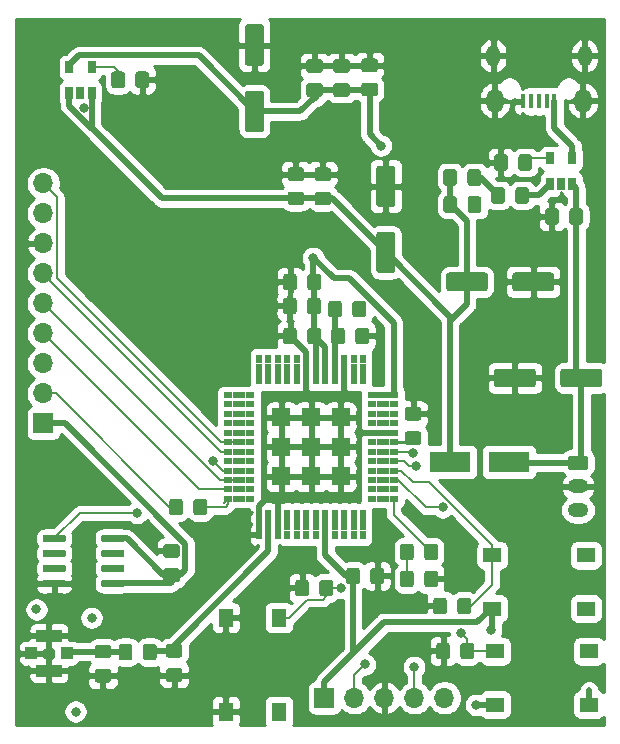
<source format=gbr>
G04 #@! TF.GenerationSoftware,KiCad,Pcbnew,5.1.5-52549c5~84~ubuntu18.04.1*
G04 #@! TF.CreationDate,2020-02-13T14:42:01+01:00*
G04 #@! TF.ProjectId,Project,50726f6a-6563-4742-9e6b-696361645f70,rev?*
G04 #@! TF.SameCoordinates,Original*
G04 #@! TF.FileFunction,Copper,L1,Top*
G04 #@! TF.FilePolarity,Positive*
%FSLAX46Y46*%
G04 Gerber Fmt 4.6, Leading zero omitted, Abs format (unit mm)*
G04 Created by KiCad (PCBNEW 5.1.5-52549c5~84~ubuntu18.04.1) date 2020-02-13 14:42:01*
%MOMM*%
%LPD*%
G04 APERTURE LIST*
%ADD10R,1.000000X0.500000*%
%ADD11R,0.800000X0.500000*%
%ADD12R,0.500000X0.800000*%
%ADD13R,0.500000X1.000000*%
%ADD14R,1.600000X1.600000*%
%ADD15C,0.100000*%
%ADD16R,3.500000X1.800000*%
%ADD17R,1.700000X1.700000*%
%ADD18O,1.700000X1.700000*%
%ADD19R,0.450000X1.300000*%
%ADD20O,1.450000X2.000000*%
%ADD21O,1.150000X1.800000*%
%ADD22O,1.750000X1.200000*%
%ADD23R,2.200000X1.050000*%
%ADD24R,1.000000X1.000000*%
%ADD25R,1.550000X1.300000*%
%ADD26R,1.300000X1.550000*%
%ADD27R,0.650000X1.060000*%
%ADD28C,0.800000*%
%ADD29C,0.500000*%
%ADD30C,0.200000*%
%ADD31C,0.250000*%
%ADD32C,0.254000*%
G04 APERTURE END LIST*
D10*
X281182000Y-271952000D03*
D11*
X282082000Y-271952000D03*
D10*
X281182000Y-272752000D03*
D11*
X282082000Y-272752000D03*
D10*
X281182000Y-273552000D03*
D11*
X282082000Y-273552000D03*
D10*
X281182000Y-274352000D03*
D11*
X282082000Y-274352000D03*
D10*
X281182000Y-275152000D03*
D11*
X282082000Y-275152000D03*
D10*
X281182000Y-275952000D03*
D11*
X282082000Y-275952000D03*
D10*
X281182000Y-276752000D03*
D11*
X282082000Y-276752000D03*
D10*
X281182000Y-277552000D03*
D11*
X282082000Y-277552000D03*
D10*
X281182000Y-278352000D03*
D11*
X282082000Y-278352000D03*
D10*
X281182000Y-279152000D03*
D11*
X282082000Y-279152000D03*
D10*
X281182000Y-279952000D03*
D11*
X282082000Y-279952000D03*
X282082000Y-280752000D03*
D10*
X281182000Y-280752000D03*
D12*
X279482000Y-283802000D03*
D13*
X279482000Y-282902000D03*
D12*
X278682000Y-283802000D03*
D13*
X278682000Y-282902000D03*
D12*
X277882000Y-283802000D03*
D13*
X277882000Y-282902000D03*
D12*
X277082000Y-283802000D03*
D13*
X277082000Y-282902000D03*
D12*
X276282000Y-283802000D03*
D13*
X276282000Y-282902000D03*
D12*
X275482000Y-283802000D03*
D13*
X275482000Y-282902000D03*
D12*
X274692000Y-283802000D03*
D13*
X274692000Y-282902000D03*
D12*
X273882000Y-283802000D03*
D13*
X273882000Y-282902000D03*
D12*
X273082000Y-283802000D03*
D13*
X273082000Y-282902000D03*
D12*
X272282000Y-283802000D03*
D13*
X272282000Y-282902000D03*
D12*
X271482000Y-283802000D03*
D13*
X271482000Y-282902000D03*
X270682000Y-282902000D03*
D12*
X270682000Y-283802000D03*
D10*
X268982000Y-280752000D03*
D11*
X268082000Y-280752000D03*
D10*
X268982000Y-279952000D03*
D11*
X268082000Y-279952000D03*
D10*
X268982000Y-279152000D03*
D11*
X268082000Y-279152000D03*
D10*
X268982000Y-278352000D03*
D11*
X268082000Y-278352000D03*
D10*
X268982000Y-277552000D03*
D11*
X268082000Y-277552000D03*
X268082000Y-276752000D03*
D10*
X268982000Y-276752000D03*
X268982000Y-275952000D03*
D11*
X268082000Y-275952000D03*
D10*
X268982000Y-275152000D03*
D11*
X268082000Y-275152000D03*
D10*
X268992000Y-274352000D03*
D11*
X268092000Y-274352000D03*
D10*
X268992000Y-273552000D03*
D11*
X268092000Y-273552000D03*
D10*
X268992000Y-272752000D03*
D11*
X268092000Y-272752000D03*
X268092000Y-271952000D03*
D10*
X268992000Y-271952000D03*
D13*
X270682000Y-269802000D03*
D12*
X270682000Y-268902000D03*
D13*
X271482000Y-269802000D03*
D12*
X271482000Y-268902000D03*
D13*
X272282000Y-269802000D03*
D12*
X272282000Y-268902000D03*
D13*
X273082000Y-269802000D03*
D12*
X273082000Y-268902000D03*
D13*
X273882000Y-269802000D03*
D12*
X273882000Y-268902000D03*
D13*
X274682000Y-269802000D03*
D12*
X274682000Y-268902000D03*
D13*
X275482000Y-269802000D03*
D12*
X275482000Y-268902000D03*
D13*
X276282000Y-269802000D03*
D12*
X276282000Y-268902000D03*
D13*
X277082000Y-269802000D03*
D12*
X277082000Y-268902000D03*
D13*
X277882000Y-269802000D03*
D12*
X277882000Y-268902000D03*
X278682000Y-268902000D03*
D13*
X278682000Y-269802000D03*
D12*
X279482000Y-268902000D03*
D13*
X279482000Y-269802000D03*
D12*
X279482000Y-268902000D03*
D13*
X279482000Y-269802000D03*
D14*
X272582000Y-278852000D03*
X272582000Y-276352000D03*
X272582000Y-273852000D03*
X275082000Y-278852000D03*
X275082000Y-276352000D03*
X275082000Y-273852000D03*
X277582000Y-278852000D03*
X277582000Y-276352000D03*
X277582000Y-273852000D03*
D11*
X280282000Y-271952000D03*
X280282000Y-272752000D03*
X280282000Y-273552000D03*
X280282000Y-274352000D03*
X280282000Y-275152000D03*
X280282000Y-275952000D03*
X280282000Y-276752000D03*
D12*
X279482000Y-270702000D03*
X278682000Y-270702000D03*
X277882000Y-270702000D03*
X277082000Y-270702000D03*
X276282000Y-270702000D03*
X275482000Y-270702000D03*
X274682000Y-270702000D03*
X273882000Y-270702000D03*
X273082000Y-270702000D03*
X272282000Y-270702000D03*
X271482000Y-270702000D03*
X272282000Y-282002000D03*
X273082000Y-282002000D03*
X273882000Y-282002000D03*
X274682000Y-282002000D03*
X275482000Y-282002000D03*
X276282000Y-282002000D03*
X277082000Y-282002000D03*
X277882000Y-282002000D03*
X278682000Y-282002000D03*
X279482000Y-282002000D03*
D11*
X280282000Y-280752000D03*
X280282000Y-279152000D03*
X280282000Y-278352000D03*
X280282000Y-277552000D03*
D12*
X270682000Y-270702000D03*
D11*
X269882000Y-271952000D03*
X269882000Y-272752000D03*
X269882000Y-273552000D03*
X269882000Y-274352000D03*
X269882000Y-275152000D03*
X269882000Y-275952000D03*
X269882000Y-276752000D03*
X269882000Y-277552000D03*
X269882000Y-278352000D03*
X269882000Y-279152000D03*
X269882000Y-279952000D03*
X269882000Y-280752000D03*
D12*
X270682000Y-282002000D03*
X271482000Y-282002000D03*
D11*
X280282000Y-279952000D03*
G04 #@! TA.AperFunction,SMDPad,CuDef*
D15*
G36*
X276719505Y-287591204D02*
G01*
X276743773Y-287594804D01*
X276767572Y-287600765D01*
X276790671Y-287609030D01*
X276812850Y-287619520D01*
X276833893Y-287632132D01*
X276853599Y-287646747D01*
X276871777Y-287663223D01*
X276888253Y-287681401D01*
X276902868Y-287701107D01*
X276915480Y-287722150D01*
X276925970Y-287744329D01*
X276934235Y-287767428D01*
X276940196Y-287791227D01*
X276943796Y-287815495D01*
X276945000Y-287839999D01*
X276945000Y-288740001D01*
X276943796Y-288764505D01*
X276940196Y-288788773D01*
X276934235Y-288812572D01*
X276925970Y-288835671D01*
X276915480Y-288857850D01*
X276902868Y-288878893D01*
X276888253Y-288898599D01*
X276871777Y-288916777D01*
X276853599Y-288933253D01*
X276833893Y-288947868D01*
X276812850Y-288960480D01*
X276790671Y-288970970D01*
X276767572Y-288979235D01*
X276743773Y-288985196D01*
X276719505Y-288988796D01*
X276695001Y-288990000D01*
X276044999Y-288990000D01*
X276020495Y-288988796D01*
X275996227Y-288985196D01*
X275972428Y-288979235D01*
X275949329Y-288970970D01*
X275927150Y-288960480D01*
X275906107Y-288947868D01*
X275886401Y-288933253D01*
X275868223Y-288916777D01*
X275851747Y-288898599D01*
X275837132Y-288878893D01*
X275824520Y-288857850D01*
X275814030Y-288835671D01*
X275805765Y-288812572D01*
X275799804Y-288788773D01*
X275796204Y-288764505D01*
X275795000Y-288740001D01*
X275795000Y-287839999D01*
X275796204Y-287815495D01*
X275799804Y-287791227D01*
X275805765Y-287767428D01*
X275814030Y-287744329D01*
X275824520Y-287722150D01*
X275837132Y-287701107D01*
X275851747Y-287681401D01*
X275868223Y-287663223D01*
X275886401Y-287646747D01*
X275906107Y-287632132D01*
X275927150Y-287619520D01*
X275949329Y-287609030D01*
X275972428Y-287600765D01*
X275996227Y-287594804D01*
X276020495Y-287591204D01*
X276044999Y-287590000D01*
X276695001Y-287590000D01*
X276719505Y-287591204D01*
G37*
G04 #@! TD.AperFunction*
G04 #@! TA.AperFunction,SMDPad,CuDef*
G36*
X274669505Y-287591204D02*
G01*
X274693773Y-287594804D01*
X274717572Y-287600765D01*
X274740671Y-287609030D01*
X274762850Y-287619520D01*
X274783893Y-287632132D01*
X274803599Y-287646747D01*
X274821777Y-287663223D01*
X274838253Y-287681401D01*
X274852868Y-287701107D01*
X274865480Y-287722150D01*
X274875970Y-287744329D01*
X274884235Y-287767428D01*
X274890196Y-287791227D01*
X274893796Y-287815495D01*
X274895000Y-287839999D01*
X274895000Y-288740001D01*
X274893796Y-288764505D01*
X274890196Y-288788773D01*
X274884235Y-288812572D01*
X274875970Y-288835671D01*
X274865480Y-288857850D01*
X274852868Y-288878893D01*
X274838253Y-288898599D01*
X274821777Y-288916777D01*
X274803599Y-288933253D01*
X274783893Y-288947868D01*
X274762850Y-288960480D01*
X274740671Y-288970970D01*
X274717572Y-288979235D01*
X274693773Y-288985196D01*
X274669505Y-288988796D01*
X274645001Y-288990000D01*
X273994999Y-288990000D01*
X273970495Y-288988796D01*
X273946227Y-288985196D01*
X273922428Y-288979235D01*
X273899329Y-288970970D01*
X273877150Y-288960480D01*
X273856107Y-288947868D01*
X273836401Y-288933253D01*
X273818223Y-288916777D01*
X273801747Y-288898599D01*
X273787132Y-288878893D01*
X273774520Y-288857850D01*
X273764030Y-288835671D01*
X273755765Y-288812572D01*
X273749804Y-288788773D01*
X273746204Y-288764505D01*
X273745000Y-288740001D01*
X273745000Y-287839999D01*
X273746204Y-287815495D01*
X273749804Y-287791227D01*
X273755765Y-287767428D01*
X273764030Y-287744329D01*
X273774520Y-287722150D01*
X273787132Y-287701107D01*
X273801747Y-287681401D01*
X273818223Y-287663223D01*
X273836401Y-287646747D01*
X273856107Y-287632132D01*
X273877150Y-287619520D01*
X273899329Y-287609030D01*
X273922428Y-287600765D01*
X273946227Y-287594804D01*
X273970495Y-287591204D01*
X273994999Y-287590000D01*
X274645001Y-287590000D01*
X274669505Y-287591204D01*
G37*
G04 #@! TD.AperFunction*
G04 #@! TA.AperFunction,SMDPad,CuDef*
G36*
X263964505Y-295086204D02*
G01*
X263988773Y-295089804D01*
X264012572Y-295095765D01*
X264035671Y-295104030D01*
X264057850Y-295114520D01*
X264078893Y-295127132D01*
X264098599Y-295141747D01*
X264116777Y-295158223D01*
X264133253Y-295176401D01*
X264147868Y-295196107D01*
X264160480Y-295217150D01*
X264170970Y-295239329D01*
X264179235Y-295262428D01*
X264185196Y-295286227D01*
X264188796Y-295310495D01*
X264190000Y-295334999D01*
X264190000Y-295985001D01*
X264188796Y-296009505D01*
X264185196Y-296033773D01*
X264179235Y-296057572D01*
X264170970Y-296080671D01*
X264160480Y-296102850D01*
X264147868Y-296123893D01*
X264133253Y-296143599D01*
X264116777Y-296161777D01*
X264098599Y-296178253D01*
X264078893Y-296192868D01*
X264057850Y-296205480D01*
X264035671Y-296215970D01*
X264012572Y-296224235D01*
X263988773Y-296230196D01*
X263964505Y-296233796D01*
X263940001Y-296235000D01*
X263039999Y-296235000D01*
X263015495Y-296233796D01*
X262991227Y-296230196D01*
X262967428Y-296224235D01*
X262944329Y-296215970D01*
X262922150Y-296205480D01*
X262901107Y-296192868D01*
X262881401Y-296178253D01*
X262863223Y-296161777D01*
X262846747Y-296143599D01*
X262832132Y-296123893D01*
X262819520Y-296102850D01*
X262809030Y-296080671D01*
X262800765Y-296057572D01*
X262794804Y-296033773D01*
X262791204Y-296009505D01*
X262790000Y-295985001D01*
X262790000Y-295334999D01*
X262791204Y-295310495D01*
X262794804Y-295286227D01*
X262800765Y-295262428D01*
X262809030Y-295239329D01*
X262819520Y-295217150D01*
X262832132Y-295196107D01*
X262846747Y-295176401D01*
X262863223Y-295158223D01*
X262881401Y-295141747D01*
X262901107Y-295127132D01*
X262922150Y-295114520D01*
X262944329Y-295104030D01*
X262967428Y-295095765D01*
X262991227Y-295089804D01*
X263015495Y-295086204D01*
X263039999Y-295085000D01*
X263940001Y-295085000D01*
X263964505Y-295086204D01*
G37*
G04 #@! TD.AperFunction*
G04 #@! TA.AperFunction,SMDPad,CuDef*
G36*
X263964505Y-293036204D02*
G01*
X263988773Y-293039804D01*
X264012572Y-293045765D01*
X264035671Y-293054030D01*
X264057850Y-293064520D01*
X264078893Y-293077132D01*
X264098599Y-293091747D01*
X264116777Y-293108223D01*
X264133253Y-293126401D01*
X264147868Y-293146107D01*
X264160480Y-293167150D01*
X264170970Y-293189329D01*
X264179235Y-293212428D01*
X264185196Y-293236227D01*
X264188796Y-293260495D01*
X264190000Y-293284999D01*
X264190000Y-293935001D01*
X264188796Y-293959505D01*
X264185196Y-293983773D01*
X264179235Y-294007572D01*
X264170970Y-294030671D01*
X264160480Y-294052850D01*
X264147868Y-294073893D01*
X264133253Y-294093599D01*
X264116777Y-294111777D01*
X264098599Y-294128253D01*
X264078893Y-294142868D01*
X264057850Y-294155480D01*
X264035671Y-294165970D01*
X264012572Y-294174235D01*
X263988773Y-294180196D01*
X263964505Y-294183796D01*
X263940001Y-294185000D01*
X263039999Y-294185000D01*
X263015495Y-294183796D01*
X262991227Y-294180196D01*
X262967428Y-294174235D01*
X262944329Y-294165970D01*
X262922150Y-294155480D01*
X262901107Y-294142868D01*
X262881401Y-294128253D01*
X262863223Y-294111777D01*
X262846747Y-294093599D01*
X262832132Y-294073893D01*
X262819520Y-294052850D01*
X262809030Y-294030671D01*
X262800765Y-294007572D01*
X262794804Y-293983773D01*
X262791204Y-293959505D01*
X262790000Y-293935001D01*
X262790000Y-293284999D01*
X262791204Y-293260495D01*
X262794804Y-293236227D01*
X262800765Y-293212428D01*
X262809030Y-293189329D01*
X262819520Y-293167150D01*
X262832132Y-293146107D01*
X262846747Y-293126401D01*
X262863223Y-293108223D01*
X262881401Y-293091747D01*
X262901107Y-293077132D01*
X262922150Y-293064520D01*
X262944329Y-293054030D01*
X262967428Y-293045765D01*
X262991227Y-293039804D01*
X263015495Y-293036204D01*
X263039999Y-293035000D01*
X263940001Y-293035000D01*
X263964505Y-293036204D01*
G37*
G04 #@! TD.AperFunction*
G04 #@! TA.AperFunction,SMDPad,CuDef*
G36*
X277717505Y-266255204D02*
G01*
X277741773Y-266258804D01*
X277765572Y-266264765D01*
X277788671Y-266273030D01*
X277810850Y-266283520D01*
X277831893Y-266296132D01*
X277851599Y-266310747D01*
X277869777Y-266327223D01*
X277886253Y-266345401D01*
X277900868Y-266365107D01*
X277913480Y-266386150D01*
X277923970Y-266408329D01*
X277932235Y-266431428D01*
X277938196Y-266455227D01*
X277941796Y-266479495D01*
X277943000Y-266503999D01*
X277943000Y-267404001D01*
X277941796Y-267428505D01*
X277938196Y-267452773D01*
X277932235Y-267476572D01*
X277923970Y-267499671D01*
X277913480Y-267521850D01*
X277900868Y-267542893D01*
X277886253Y-267562599D01*
X277869777Y-267580777D01*
X277851599Y-267597253D01*
X277831893Y-267611868D01*
X277810850Y-267624480D01*
X277788671Y-267634970D01*
X277765572Y-267643235D01*
X277741773Y-267649196D01*
X277717505Y-267652796D01*
X277693001Y-267654000D01*
X277042999Y-267654000D01*
X277018495Y-267652796D01*
X276994227Y-267649196D01*
X276970428Y-267643235D01*
X276947329Y-267634970D01*
X276925150Y-267624480D01*
X276904107Y-267611868D01*
X276884401Y-267597253D01*
X276866223Y-267580777D01*
X276849747Y-267562599D01*
X276835132Y-267542893D01*
X276822520Y-267521850D01*
X276812030Y-267499671D01*
X276803765Y-267476572D01*
X276797804Y-267452773D01*
X276794204Y-267428505D01*
X276793000Y-267404001D01*
X276793000Y-266503999D01*
X276794204Y-266479495D01*
X276797804Y-266455227D01*
X276803765Y-266431428D01*
X276812030Y-266408329D01*
X276822520Y-266386150D01*
X276835132Y-266365107D01*
X276849747Y-266345401D01*
X276866223Y-266327223D01*
X276884401Y-266310747D01*
X276904107Y-266296132D01*
X276925150Y-266283520D01*
X276947329Y-266273030D01*
X276970428Y-266264765D01*
X276994227Y-266258804D01*
X277018495Y-266255204D01*
X277042999Y-266254000D01*
X277693001Y-266254000D01*
X277717505Y-266255204D01*
G37*
G04 #@! TD.AperFunction*
G04 #@! TA.AperFunction,SMDPad,CuDef*
G36*
X279767505Y-266255204D02*
G01*
X279791773Y-266258804D01*
X279815572Y-266264765D01*
X279838671Y-266273030D01*
X279860850Y-266283520D01*
X279881893Y-266296132D01*
X279901599Y-266310747D01*
X279919777Y-266327223D01*
X279936253Y-266345401D01*
X279950868Y-266365107D01*
X279963480Y-266386150D01*
X279973970Y-266408329D01*
X279982235Y-266431428D01*
X279988196Y-266455227D01*
X279991796Y-266479495D01*
X279993000Y-266503999D01*
X279993000Y-267404001D01*
X279991796Y-267428505D01*
X279988196Y-267452773D01*
X279982235Y-267476572D01*
X279973970Y-267499671D01*
X279963480Y-267521850D01*
X279950868Y-267542893D01*
X279936253Y-267562599D01*
X279919777Y-267580777D01*
X279901599Y-267597253D01*
X279881893Y-267611868D01*
X279860850Y-267624480D01*
X279838671Y-267634970D01*
X279815572Y-267643235D01*
X279791773Y-267649196D01*
X279767505Y-267652796D01*
X279743001Y-267654000D01*
X279092999Y-267654000D01*
X279068495Y-267652796D01*
X279044227Y-267649196D01*
X279020428Y-267643235D01*
X278997329Y-267634970D01*
X278975150Y-267624480D01*
X278954107Y-267611868D01*
X278934401Y-267597253D01*
X278916223Y-267580777D01*
X278899747Y-267562599D01*
X278885132Y-267542893D01*
X278872520Y-267521850D01*
X278862030Y-267499671D01*
X278853765Y-267476572D01*
X278847804Y-267452773D01*
X278844204Y-267428505D01*
X278843000Y-267404001D01*
X278843000Y-266503999D01*
X278844204Y-266479495D01*
X278847804Y-266455227D01*
X278853765Y-266431428D01*
X278862030Y-266408329D01*
X278872520Y-266386150D01*
X278885132Y-266365107D01*
X278899747Y-266345401D01*
X278916223Y-266327223D01*
X278934401Y-266310747D01*
X278954107Y-266296132D01*
X278975150Y-266283520D01*
X278997329Y-266273030D01*
X279020428Y-266264765D01*
X279044227Y-266258804D01*
X279068495Y-266255204D01*
X279092999Y-266254000D01*
X279743001Y-266254000D01*
X279767505Y-266255204D01*
G37*
G04 #@! TD.AperFunction*
G04 #@! TA.AperFunction,SMDPad,CuDef*
G36*
X279513505Y-263969204D02*
G01*
X279537773Y-263972804D01*
X279561572Y-263978765D01*
X279584671Y-263987030D01*
X279606850Y-263997520D01*
X279627893Y-264010132D01*
X279647599Y-264024747D01*
X279665777Y-264041223D01*
X279682253Y-264059401D01*
X279696868Y-264079107D01*
X279709480Y-264100150D01*
X279719970Y-264122329D01*
X279728235Y-264145428D01*
X279734196Y-264169227D01*
X279737796Y-264193495D01*
X279739000Y-264217999D01*
X279739000Y-265118001D01*
X279737796Y-265142505D01*
X279734196Y-265166773D01*
X279728235Y-265190572D01*
X279719970Y-265213671D01*
X279709480Y-265235850D01*
X279696868Y-265256893D01*
X279682253Y-265276599D01*
X279665777Y-265294777D01*
X279647599Y-265311253D01*
X279627893Y-265325868D01*
X279606850Y-265338480D01*
X279584671Y-265348970D01*
X279561572Y-265357235D01*
X279537773Y-265363196D01*
X279513505Y-265366796D01*
X279489001Y-265368000D01*
X278838999Y-265368000D01*
X278814495Y-265366796D01*
X278790227Y-265363196D01*
X278766428Y-265357235D01*
X278743329Y-265348970D01*
X278721150Y-265338480D01*
X278700107Y-265325868D01*
X278680401Y-265311253D01*
X278662223Y-265294777D01*
X278645747Y-265276599D01*
X278631132Y-265256893D01*
X278618520Y-265235850D01*
X278608030Y-265213671D01*
X278599765Y-265190572D01*
X278593804Y-265166773D01*
X278590204Y-265142505D01*
X278589000Y-265118001D01*
X278589000Y-264217999D01*
X278590204Y-264193495D01*
X278593804Y-264169227D01*
X278599765Y-264145428D01*
X278608030Y-264122329D01*
X278618520Y-264100150D01*
X278631132Y-264079107D01*
X278645747Y-264059401D01*
X278662223Y-264041223D01*
X278680401Y-264024747D01*
X278700107Y-264010132D01*
X278721150Y-263997520D01*
X278743329Y-263987030D01*
X278766428Y-263978765D01*
X278790227Y-263972804D01*
X278814495Y-263969204D01*
X278838999Y-263968000D01*
X279489001Y-263968000D01*
X279513505Y-263969204D01*
G37*
G04 #@! TD.AperFunction*
G04 #@! TA.AperFunction,SMDPad,CuDef*
G36*
X277463505Y-263969204D02*
G01*
X277487773Y-263972804D01*
X277511572Y-263978765D01*
X277534671Y-263987030D01*
X277556850Y-263997520D01*
X277577893Y-264010132D01*
X277597599Y-264024747D01*
X277615777Y-264041223D01*
X277632253Y-264059401D01*
X277646868Y-264079107D01*
X277659480Y-264100150D01*
X277669970Y-264122329D01*
X277678235Y-264145428D01*
X277684196Y-264169227D01*
X277687796Y-264193495D01*
X277689000Y-264217999D01*
X277689000Y-265118001D01*
X277687796Y-265142505D01*
X277684196Y-265166773D01*
X277678235Y-265190572D01*
X277669970Y-265213671D01*
X277659480Y-265235850D01*
X277646868Y-265256893D01*
X277632253Y-265276599D01*
X277615777Y-265294777D01*
X277597599Y-265311253D01*
X277577893Y-265325868D01*
X277556850Y-265338480D01*
X277534671Y-265348970D01*
X277511572Y-265357235D01*
X277487773Y-265363196D01*
X277463505Y-265366796D01*
X277439001Y-265368000D01*
X276788999Y-265368000D01*
X276764495Y-265366796D01*
X276740227Y-265363196D01*
X276716428Y-265357235D01*
X276693329Y-265348970D01*
X276671150Y-265338480D01*
X276650107Y-265325868D01*
X276630401Y-265311253D01*
X276612223Y-265294777D01*
X276595747Y-265276599D01*
X276581132Y-265256893D01*
X276568520Y-265235850D01*
X276558030Y-265213671D01*
X276549765Y-265190572D01*
X276543804Y-265166773D01*
X276540204Y-265142505D01*
X276539000Y-265118001D01*
X276539000Y-264217999D01*
X276540204Y-264193495D01*
X276543804Y-264169227D01*
X276549765Y-264145428D01*
X276558030Y-264122329D01*
X276568520Y-264100150D01*
X276581132Y-264079107D01*
X276595747Y-264059401D01*
X276612223Y-264041223D01*
X276630401Y-264024747D01*
X276650107Y-264010132D01*
X276671150Y-263997520D01*
X276693329Y-263987030D01*
X276716428Y-263978765D01*
X276740227Y-263972804D01*
X276764495Y-263969204D01*
X276788999Y-263968000D01*
X277439001Y-263968000D01*
X277463505Y-263969204D01*
G37*
G04 #@! TD.AperFunction*
G04 #@! TA.AperFunction,SMDPad,CuDef*
G36*
X273653505Y-266255204D02*
G01*
X273677773Y-266258804D01*
X273701572Y-266264765D01*
X273724671Y-266273030D01*
X273746850Y-266283520D01*
X273767893Y-266296132D01*
X273787599Y-266310747D01*
X273805777Y-266327223D01*
X273822253Y-266345401D01*
X273836868Y-266365107D01*
X273849480Y-266386150D01*
X273859970Y-266408329D01*
X273868235Y-266431428D01*
X273874196Y-266455227D01*
X273877796Y-266479495D01*
X273879000Y-266503999D01*
X273879000Y-267404001D01*
X273877796Y-267428505D01*
X273874196Y-267452773D01*
X273868235Y-267476572D01*
X273859970Y-267499671D01*
X273849480Y-267521850D01*
X273836868Y-267542893D01*
X273822253Y-267562599D01*
X273805777Y-267580777D01*
X273787599Y-267597253D01*
X273767893Y-267611868D01*
X273746850Y-267624480D01*
X273724671Y-267634970D01*
X273701572Y-267643235D01*
X273677773Y-267649196D01*
X273653505Y-267652796D01*
X273629001Y-267654000D01*
X272978999Y-267654000D01*
X272954495Y-267652796D01*
X272930227Y-267649196D01*
X272906428Y-267643235D01*
X272883329Y-267634970D01*
X272861150Y-267624480D01*
X272840107Y-267611868D01*
X272820401Y-267597253D01*
X272802223Y-267580777D01*
X272785747Y-267562599D01*
X272771132Y-267542893D01*
X272758520Y-267521850D01*
X272748030Y-267499671D01*
X272739765Y-267476572D01*
X272733804Y-267452773D01*
X272730204Y-267428505D01*
X272729000Y-267404001D01*
X272729000Y-266503999D01*
X272730204Y-266479495D01*
X272733804Y-266455227D01*
X272739765Y-266431428D01*
X272748030Y-266408329D01*
X272758520Y-266386150D01*
X272771132Y-266365107D01*
X272785747Y-266345401D01*
X272802223Y-266327223D01*
X272820401Y-266310747D01*
X272840107Y-266296132D01*
X272861150Y-266283520D01*
X272883329Y-266273030D01*
X272906428Y-266264765D01*
X272930227Y-266258804D01*
X272954495Y-266255204D01*
X272978999Y-266254000D01*
X273629001Y-266254000D01*
X273653505Y-266255204D01*
G37*
G04 #@! TD.AperFunction*
G04 #@! TA.AperFunction,SMDPad,CuDef*
G36*
X275703505Y-266255204D02*
G01*
X275727773Y-266258804D01*
X275751572Y-266264765D01*
X275774671Y-266273030D01*
X275796850Y-266283520D01*
X275817893Y-266296132D01*
X275837599Y-266310747D01*
X275855777Y-266327223D01*
X275872253Y-266345401D01*
X275886868Y-266365107D01*
X275899480Y-266386150D01*
X275909970Y-266408329D01*
X275918235Y-266431428D01*
X275924196Y-266455227D01*
X275927796Y-266479495D01*
X275929000Y-266503999D01*
X275929000Y-267404001D01*
X275927796Y-267428505D01*
X275924196Y-267452773D01*
X275918235Y-267476572D01*
X275909970Y-267499671D01*
X275899480Y-267521850D01*
X275886868Y-267542893D01*
X275872253Y-267562599D01*
X275855777Y-267580777D01*
X275837599Y-267597253D01*
X275817893Y-267611868D01*
X275796850Y-267624480D01*
X275774671Y-267634970D01*
X275751572Y-267643235D01*
X275727773Y-267649196D01*
X275703505Y-267652796D01*
X275679001Y-267654000D01*
X275028999Y-267654000D01*
X275004495Y-267652796D01*
X274980227Y-267649196D01*
X274956428Y-267643235D01*
X274933329Y-267634970D01*
X274911150Y-267624480D01*
X274890107Y-267611868D01*
X274870401Y-267597253D01*
X274852223Y-267580777D01*
X274835747Y-267562599D01*
X274821132Y-267542893D01*
X274808520Y-267521850D01*
X274798030Y-267499671D01*
X274789765Y-267476572D01*
X274783804Y-267452773D01*
X274780204Y-267428505D01*
X274779000Y-267404001D01*
X274779000Y-266503999D01*
X274780204Y-266479495D01*
X274783804Y-266455227D01*
X274789765Y-266431428D01*
X274798030Y-266408329D01*
X274808520Y-266386150D01*
X274821132Y-266365107D01*
X274835747Y-266345401D01*
X274852223Y-266327223D01*
X274870401Y-266310747D01*
X274890107Y-266296132D01*
X274911150Y-266283520D01*
X274933329Y-266273030D01*
X274956428Y-266264765D01*
X274980227Y-266258804D01*
X275004495Y-266255204D01*
X275028999Y-266254000D01*
X275679001Y-266254000D01*
X275703505Y-266255204D01*
G37*
G04 #@! TD.AperFunction*
G04 #@! TA.AperFunction,SMDPad,CuDef*
G36*
X275685505Y-263715204D02*
G01*
X275709773Y-263718804D01*
X275733572Y-263724765D01*
X275756671Y-263733030D01*
X275778850Y-263743520D01*
X275799893Y-263756132D01*
X275819599Y-263770747D01*
X275837777Y-263787223D01*
X275854253Y-263805401D01*
X275868868Y-263825107D01*
X275881480Y-263846150D01*
X275891970Y-263868329D01*
X275900235Y-263891428D01*
X275906196Y-263915227D01*
X275909796Y-263939495D01*
X275911000Y-263963999D01*
X275911000Y-264864001D01*
X275909796Y-264888505D01*
X275906196Y-264912773D01*
X275900235Y-264936572D01*
X275891970Y-264959671D01*
X275881480Y-264981850D01*
X275868868Y-265002893D01*
X275854253Y-265022599D01*
X275837777Y-265040777D01*
X275819599Y-265057253D01*
X275799893Y-265071868D01*
X275778850Y-265084480D01*
X275756671Y-265094970D01*
X275733572Y-265103235D01*
X275709773Y-265109196D01*
X275685505Y-265112796D01*
X275661001Y-265114000D01*
X275010999Y-265114000D01*
X274986495Y-265112796D01*
X274962227Y-265109196D01*
X274938428Y-265103235D01*
X274915329Y-265094970D01*
X274893150Y-265084480D01*
X274872107Y-265071868D01*
X274852401Y-265057253D01*
X274834223Y-265040777D01*
X274817747Y-265022599D01*
X274803132Y-265002893D01*
X274790520Y-264981850D01*
X274780030Y-264959671D01*
X274771765Y-264936572D01*
X274765804Y-264912773D01*
X274762204Y-264888505D01*
X274761000Y-264864001D01*
X274761000Y-263963999D01*
X274762204Y-263939495D01*
X274765804Y-263915227D01*
X274771765Y-263891428D01*
X274780030Y-263868329D01*
X274790520Y-263846150D01*
X274803132Y-263825107D01*
X274817747Y-263805401D01*
X274834223Y-263787223D01*
X274852401Y-263770747D01*
X274872107Y-263756132D01*
X274893150Y-263743520D01*
X274915329Y-263733030D01*
X274938428Y-263724765D01*
X274962227Y-263718804D01*
X274986495Y-263715204D01*
X275010999Y-263714000D01*
X275661001Y-263714000D01*
X275685505Y-263715204D01*
G37*
G04 #@! TD.AperFunction*
G04 #@! TA.AperFunction,SMDPad,CuDef*
G36*
X273635505Y-263715204D02*
G01*
X273659773Y-263718804D01*
X273683572Y-263724765D01*
X273706671Y-263733030D01*
X273728850Y-263743520D01*
X273749893Y-263756132D01*
X273769599Y-263770747D01*
X273787777Y-263787223D01*
X273804253Y-263805401D01*
X273818868Y-263825107D01*
X273831480Y-263846150D01*
X273841970Y-263868329D01*
X273850235Y-263891428D01*
X273856196Y-263915227D01*
X273859796Y-263939495D01*
X273861000Y-263963999D01*
X273861000Y-264864001D01*
X273859796Y-264888505D01*
X273856196Y-264912773D01*
X273850235Y-264936572D01*
X273841970Y-264959671D01*
X273831480Y-264981850D01*
X273818868Y-265002893D01*
X273804253Y-265022599D01*
X273787777Y-265040777D01*
X273769599Y-265057253D01*
X273749893Y-265071868D01*
X273728850Y-265084480D01*
X273706671Y-265094970D01*
X273683572Y-265103235D01*
X273659773Y-265109196D01*
X273635505Y-265112796D01*
X273611001Y-265114000D01*
X272960999Y-265114000D01*
X272936495Y-265112796D01*
X272912227Y-265109196D01*
X272888428Y-265103235D01*
X272865329Y-265094970D01*
X272843150Y-265084480D01*
X272822107Y-265071868D01*
X272802401Y-265057253D01*
X272784223Y-265040777D01*
X272767747Y-265022599D01*
X272753132Y-265002893D01*
X272740520Y-264981850D01*
X272730030Y-264959671D01*
X272721765Y-264936572D01*
X272715804Y-264912773D01*
X272712204Y-264888505D01*
X272711000Y-264864001D01*
X272711000Y-263963999D01*
X272712204Y-263939495D01*
X272715804Y-263915227D01*
X272721765Y-263891428D01*
X272730030Y-263868329D01*
X272740520Y-263846150D01*
X272753132Y-263825107D01*
X272767747Y-263805401D01*
X272784223Y-263787223D01*
X272802401Y-263770747D01*
X272822107Y-263756132D01*
X272843150Y-263743520D01*
X272865329Y-263733030D01*
X272888428Y-263724765D01*
X272912227Y-263718804D01*
X272936495Y-263715204D01*
X272960999Y-263714000D01*
X273611001Y-263714000D01*
X273635505Y-263715204D01*
G37*
G04 #@! TD.AperFunction*
G04 #@! TA.AperFunction,SMDPad,CuDef*
G36*
X273653505Y-261683204D02*
G01*
X273677773Y-261686804D01*
X273701572Y-261692765D01*
X273724671Y-261701030D01*
X273746850Y-261711520D01*
X273767893Y-261724132D01*
X273787599Y-261738747D01*
X273805777Y-261755223D01*
X273822253Y-261773401D01*
X273836868Y-261793107D01*
X273849480Y-261814150D01*
X273859970Y-261836329D01*
X273868235Y-261859428D01*
X273874196Y-261883227D01*
X273877796Y-261907495D01*
X273879000Y-261931999D01*
X273879000Y-262832001D01*
X273877796Y-262856505D01*
X273874196Y-262880773D01*
X273868235Y-262904572D01*
X273859970Y-262927671D01*
X273849480Y-262949850D01*
X273836868Y-262970893D01*
X273822253Y-262990599D01*
X273805777Y-263008777D01*
X273787599Y-263025253D01*
X273767893Y-263039868D01*
X273746850Y-263052480D01*
X273724671Y-263062970D01*
X273701572Y-263071235D01*
X273677773Y-263077196D01*
X273653505Y-263080796D01*
X273629001Y-263082000D01*
X272978999Y-263082000D01*
X272954495Y-263080796D01*
X272930227Y-263077196D01*
X272906428Y-263071235D01*
X272883329Y-263062970D01*
X272861150Y-263052480D01*
X272840107Y-263039868D01*
X272820401Y-263025253D01*
X272802223Y-263008777D01*
X272785747Y-262990599D01*
X272771132Y-262970893D01*
X272758520Y-262949850D01*
X272748030Y-262927671D01*
X272739765Y-262904572D01*
X272733804Y-262880773D01*
X272730204Y-262856505D01*
X272729000Y-262832001D01*
X272729000Y-261931999D01*
X272730204Y-261907495D01*
X272733804Y-261883227D01*
X272739765Y-261859428D01*
X272748030Y-261836329D01*
X272758520Y-261814150D01*
X272771132Y-261793107D01*
X272785747Y-261773401D01*
X272802223Y-261755223D01*
X272820401Y-261738747D01*
X272840107Y-261724132D01*
X272861150Y-261711520D01*
X272883329Y-261701030D01*
X272906428Y-261692765D01*
X272930227Y-261686804D01*
X272954495Y-261683204D01*
X272978999Y-261682000D01*
X273629001Y-261682000D01*
X273653505Y-261683204D01*
G37*
G04 #@! TD.AperFunction*
G04 #@! TA.AperFunction,SMDPad,CuDef*
G36*
X275703505Y-261683204D02*
G01*
X275727773Y-261686804D01*
X275751572Y-261692765D01*
X275774671Y-261701030D01*
X275796850Y-261711520D01*
X275817893Y-261724132D01*
X275837599Y-261738747D01*
X275855777Y-261755223D01*
X275872253Y-261773401D01*
X275886868Y-261793107D01*
X275899480Y-261814150D01*
X275909970Y-261836329D01*
X275918235Y-261859428D01*
X275924196Y-261883227D01*
X275927796Y-261907495D01*
X275929000Y-261931999D01*
X275929000Y-262832001D01*
X275927796Y-262856505D01*
X275924196Y-262880773D01*
X275918235Y-262904572D01*
X275909970Y-262927671D01*
X275899480Y-262949850D01*
X275886868Y-262970893D01*
X275872253Y-262990599D01*
X275855777Y-263008777D01*
X275837599Y-263025253D01*
X275817893Y-263039868D01*
X275796850Y-263052480D01*
X275774671Y-263062970D01*
X275751572Y-263071235D01*
X275727773Y-263077196D01*
X275703505Y-263080796D01*
X275679001Y-263082000D01*
X275028999Y-263082000D01*
X275004495Y-263080796D01*
X274980227Y-263077196D01*
X274956428Y-263071235D01*
X274933329Y-263062970D01*
X274911150Y-263052480D01*
X274890107Y-263039868D01*
X274870401Y-263025253D01*
X274852223Y-263008777D01*
X274835747Y-262990599D01*
X274821132Y-262970893D01*
X274808520Y-262949850D01*
X274798030Y-262927671D01*
X274789765Y-262904572D01*
X274783804Y-262880773D01*
X274780204Y-262856505D01*
X274779000Y-262832001D01*
X274779000Y-261931999D01*
X274780204Y-261907495D01*
X274783804Y-261883227D01*
X274789765Y-261859428D01*
X274798030Y-261836329D01*
X274808520Y-261814150D01*
X274821132Y-261793107D01*
X274835747Y-261773401D01*
X274852223Y-261755223D01*
X274870401Y-261738747D01*
X274890107Y-261724132D01*
X274911150Y-261711520D01*
X274933329Y-261701030D01*
X274956428Y-261692765D01*
X274980227Y-261686804D01*
X275004495Y-261683204D01*
X275028999Y-261682000D01*
X275679001Y-261682000D01*
X275703505Y-261683204D01*
G37*
G04 #@! TD.AperFunction*
G04 #@! TA.AperFunction,SMDPad,CuDef*
G36*
X278987505Y-286575204D02*
G01*
X279011773Y-286578804D01*
X279035572Y-286584765D01*
X279058671Y-286593030D01*
X279080850Y-286603520D01*
X279101893Y-286616132D01*
X279121599Y-286630747D01*
X279139777Y-286647223D01*
X279156253Y-286665401D01*
X279170868Y-286685107D01*
X279183480Y-286706150D01*
X279193970Y-286728329D01*
X279202235Y-286751428D01*
X279208196Y-286775227D01*
X279211796Y-286799495D01*
X279213000Y-286823999D01*
X279213000Y-287724001D01*
X279211796Y-287748505D01*
X279208196Y-287772773D01*
X279202235Y-287796572D01*
X279193970Y-287819671D01*
X279183480Y-287841850D01*
X279170868Y-287862893D01*
X279156253Y-287882599D01*
X279139777Y-287900777D01*
X279121599Y-287917253D01*
X279101893Y-287931868D01*
X279080850Y-287944480D01*
X279058671Y-287954970D01*
X279035572Y-287963235D01*
X279011773Y-287969196D01*
X278987505Y-287972796D01*
X278963001Y-287974000D01*
X278312999Y-287974000D01*
X278288495Y-287972796D01*
X278264227Y-287969196D01*
X278240428Y-287963235D01*
X278217329Y-287954970D01*
X278195150Y-287944480D01*
X278174107Y-287931868D01*
X278154401Y-287917253D01*
X278136223Y-287900777D01*
X278119747Y-287882599D01*
X278105132Y-287862893D01*
X278092520Y-287841850D01*
X278082030Y-287819671D01*
X278073765Y-287796572D01*
X278067804Y-287772773D01*
X278064204Y-287748505D01*
X278063000Y-287724001D01*
X278063000Y-286823999D01*
X278064204Y-286799495D01*
X278067804Y-286775227D01*
X278073765Y-286751428D01*
X278082030Y-286728329D01*
X278092520Y-286706150D01*
X278105132Y-286685107D01*
X278119747Y-286665401D01*
X278136223Y-286647223D01*
X278154401Y-286630747D01*
X278174107Y-286616132D01*
X278195150Y-286603520D01*
X278217329Y-286593030D01*
X278240428Y-286584765D01*
X278264227Y-286578804D01*
X278288495Y-286575204D01*
X278312999Y-286574000D01*
X278963001Y-286574000D01*
X278987505Y-286575204D01*
G37*
G04 #@! TD.AperFunction*
G04 #@! TA.AperFunction,SMDPad,CuDef*
G36*
X281037505Y-286575204D02*
G01*
X281061773Y-286578804D01*
X281085572Y-286584765D01*
X281108671Y-286593030D01*
X281130850Y-286603520D01*
X281151893Y-286616132D01*
X281171599Y-286630747D01*
X281189777Y-286647223D01*
X281206253Y-286665401D01*
X281220868Y-286685107D01*
X281233480Y-286706150D01*
X281243970Y-286728329D01*
X281252235Y-286751428D01*
X281258196Y-286775227D01*
X281261796Y-286799495D01*
X281263000Y-286823999D01*
X281263000Y-287724001D01*
X281261796Y-287748505D01*
X281258196Y-287772773D01*
X281252235Y-287796572D01*
X281243970Y-287819671D01*
X281233480Y-287841850D01*
X281220868Y-287862893D01*
X281206253Y-287882599D01*
X281189777Y-287900777D01*
X281171599Y-287917253D01*
X281151893Y-287931868D01*
X281130850Y-287944480D01*
X281108671Y-287954970D01*
X281085572Y-287963235D01*
X281061773Y-287969196D01*
X281037505Y-287972796D01*
X281013001Y-287974000D01*
X280362999Y-287974000D01*
X280338495Y-287972796D01*
X280314227Y-287969196D01*
X280290428Y-287963235D01*
X280267329Y-287954970D01*
X280245150Y-287944480D01*
X280224107Y-287931868D01*
X280204401Y-287917253D01*
X280186223Y-287900777D01*
X280169747Y-287882599D01*
X280155132Y-287862893D01*
X280142520Y-287841850D01*
X280132030Y-287819671D01*
X280123765Y-287796572D01*
X280117804Y-287772773D01*
X280114204Y-287748505D01*
X280113000Y-287724001D01*
X280113000Y-286823999D01*
X280114204Y-286799495D01*
X280117804Y-286775227D01*
X280123765Y-286751428D01*
X280132030Y-286728329D01*
X280142520Y-286706150D01*
X280155132Y-286685107D01*
X280169747Y-286665401D01*
X280186223Y-286647223D01*
X280204401Y-286630747D01*
X280224107Y-286616132D01*
X280245150Y-286603520D01*
X280267329Y-286593030D01*
X280290428Y-286584765D01*
X280314227Y-286578804D01*
X280338495Y-286575204D01*
X280362999Y-286574000D01*
X281013001Y-286574000D01*
X281037505Y-286575204D01*
G37*
G04 #@! TD.AperFunction*
G04 #@! TA.AperFunction,SMDPad,CuDef*
G36*
X280514505Y-243456204D02*
G01*
X280538773Y-243459804D01*
X280562572Y-243465765D01*
X280585671Y-243474030D01*
X280607850Y-243484520D01*
X280628893Y-243497132D01*
X280648599Y-243511747D01*
X280666777Y-243528223D01*
X280683253Y-243546401D01*
X280697868Y-243566107D01*
X280710480Y-243587150D01*
X280720970Y-243609329D01*
X280729235Y-243632428D01*
X280735196Y-243656227D01*
X280738796Y-243680495D01*
X280740000Y-243704999D01*
X280740000Y-244355001D01*
X280738796Y-244379505D01*
X280735196Y-244403773D01*
X280729235Y-244427572D01*
X280720970Y-244450671D01*
X280710480Y-244472850D01*
X280697868Y-244493893D01*
X280683253Y-244513599D01*
X280666777Y-244531777D01*
X280648599Y-244548253D01*
X280628893Y-244562868D01*
X280607850Y-244575480D01*
X280585671Y-244585970D01*
X280562572Y-244594235D01*
X280538773Y-244600196D01*
X280514505Y-244603796D01*
X280490001Y-244605000D01*
X279589999Y-244605000D01*
X279565495Y-244603796D01*
X279541227Y-244600196D01*
X279517428Y-244594235D01*
X279494329Y-244585970D01*
X279472150Y-244575480D01*
X279451107Y-244562868D01*
X279431401Y-244548253D01*
X279413223Y-244531777D01*
X279396747Y-244513599D01*
X279382132Y-244493893D01*
X279369520Y-244472850D01*
X279359030Y-244450671D01*
X279350765Y-244427572D01*
X279344804Y-244403773D01*
X279341204Y-244379505D01*
X279340000Y-244355001D01*
X279340000Y-243704999D01*
X279341204Y-243680495D01*
X279344804Y-243656227D01*
X279350765Y-243632428D01*
X279359030Y-243609329D01*
X279369520Y-243587150D01*
X279382132Y-243566107D01*
X279396747Y-243546401D01*
X279413223Y-243528223D01*
X279431401Y-243511747D01*
X279451107Y-243497132D01*
X279472150Y-243484520D01*
X279494329Y-243474030D01*
X279517428Y-243465765D01*
X279541227Y-243459804D01*
X279565495Y-243456204D01*
X279589999Y-243455000D01*
X280490001Y-243455000D01*
X280514505Y-243456204D01*
G37*
G04 #@! TD.AperFunction*
G04 #@! TA.AperFunction,SMDPad,CuDef*
G36*
X280514505Y-245506204D02*
G01*
X280538773Y-245509804D01*
X280562572Y-245515765D01*
X280585671Y-245524030D01*
X280607850Y-245534520D01*
X280628893Y-245547132D01*
X280648599Y-245561747D01*
X280666777Y-245578223D01*
X280683253Y-245596401D01*
X280697868Y-245616107D01*
X280710480Y-245637150D01*
X280720970Y-245659329D01*
X280729235Y-245682428D01*
X280735196Y-245706227D01*
X280738796Y-245730495D01*
X280740000Y-245754999D01*
X280740000Y-246405001D01*
X280738796Y-246429505D01*
X280735196Y-246453773D01*
X280729235Y-246477572D01*
X280720970Y-246500671D01*
X280710480Y-246522850D01*
X280697868Y-246543893D01*
X280683253Y-246563599D01*
X280666777Y-246581777D01*
X280648599Y-246598253D01*
X280628893Y-246612868D01*
X280607850Y-246625480D01*
X280585671Y-246635970D01*
X280562572Y-246644235D01*
X280538773Y-246650196D01*
X280514505Y-246653796D01*
X280490001Y-246655000D01*
X279589999Y-246655000D01*
X279565495Y-246653796D01*
X279541227Y-246650196D01*
X279517428Y-246644235D01*
X279494329Y-246635970D01*
X279472150Y-246625480D01*
X279451107Y-246612868D01*
X279431401Y-246598253D01*
X279413223Y-246581777D01*
X279396747Y-246563599D01*
X279382132Y-246543893D01*
X279369520Y-246522850D01*
X279359030Y-246500671D01*
X279350765Y-246477572D01*
X279344804Y-246453773D01*
X279341204Y-246429505D01*
X279340000Y-246405001D01*
X279340000Y-245754999D01*
X279341204Y-245730495D01*
X279344804Y-245706227D01*
X279350765Y-245682428D01*
X279359030Y-245659329D01*
X279369520Y-245637150D01*
X279382132Y-245616107D01*
X279396747Y-245596401D01*
X279413223Y-245578223D01*
X279431401Y-245561747D01*
X279451107Y-245547132D01*
X279472150Y-245534520D01*
X279494329Y-245524030D01*
X279517428Y-245515765D01*
X279541227Y-245509804D01*
X279565495Y-245506204D01*
X279589999Y-245505000D01*
X280490001Y-245505000D01*
X280514505Y-245506204D01*
G37*
G04 #@! TD.AperFunction*
G04 #@! TA.AperFunction,SMDPad,CuDef*
G36*
X274266505Y-252679204D02*
G01*
X274290773Y-252682804D01*
X274314572Y-252688765D01*
X274337671Y-252697030D01*
X274359850Y-252707520D01*
X274380893Y-252720132D01*
X274400599Y-252734747D01*
X274418777Y-252751223D01*
X274435253Y-252769401D01*
X274449868Y-252789107D01*
X274462480Y-252810150D01*
X274472970Y-252832329D01*
X274481235Y-252855428D01*
X274487196Y-252879227D01*
X274490796Y-252903495D01*
X274492000Y-252927999D01*
X274492000Y-253578001D01*
X274490796Y-253602505D01*
X274487196Y-253626773D01*
X274481235Y-253650572D01*
X274472970Y-253673671D01*
X274462480Y-253695850D01*
X274449868Y-253716893D01*
X274435253Y-253736599D01*
X274418777Y-253754777D01*
X274400599Y-253771253D01*
X274380893Y-253785868D01*
X274359850Y-253798480D01*
X274337671Y-253808970D01*
X274314572Y-253817235D01*
X274290773Y-253823196D01*
X274266505Y-253826796D01*
X274242001Y-253828000D01*
X273341999Y-253828000D01*
X273317495Y-253826796D01*
X273293227Y-253823196D01*
X273269428Y-253817235D01*
X273246329Y-253808970D01*
X273224150Y-253798480D01*
X273203107Y-253785868D01*
X273183401Y-253771253D01*
X273165223Y-253754777D01*
X273148747Y-253736599D01*
X273134132Y-253716893D01*
X273121520Y-253695850D01*
X273111030Y-253673671D01*
X273102765Y-253650572D01*
X273096804Y-253626773D01*
X273093204Y-253602505D01*
X273092000Y-253578001D01*
X273092000Y-252927999D01*
X273093204Y-252903495D01*
X273096804Y-252879227D01*
X273102765Y-252855428D01*
X273111030Y-252832329D01*
X273121520Y-252810150D01*
X273134132Y-252789107D01*
X273148747Y-252769401D01*
X273165223Y-252751223D01*
X273183401Y-252734747D01*
X273203107Y-252720132D01*
X273224150Y-252707520D01*
X273246329Y-252697030D01*
X273269428Y-252688765D01*
X273293227Y-252682804D01*
X273317495Y-252679204D01*
X273341999Y-252678000D01*
X274242001Y-252678000D01*
X274266505Y-252679204D01*
G37*
G04 #@! TD.AperFunction*
G04 #@! TA.AperFunction,SMDPad,CuDef*
G36*
X274266505Y-254729204D02*
G01*
X274290773Y-254732804D01*
X274314572Y-254738765D01*
X274337671Y-254747030D01*
X274359850Y-254757520D01*
X274380893Y-254770132D01*
X274400599Y-254784747D01*
X274418777Y-254801223D01*
X274435253Y-254819401D01*
X274449868Y-254839107D01*
X274462480Y-254860150D01*
X274472970Y-254882329D01*
X274481235Y-254905428D01*
X274487196Y-254929227D01*
X274490796Y-254953495D01*
X274492000Y-254977999D01*
X274492000Y-255628001D01*
X274490796Y-255652505D01*
X274487196Y-255676773D01*
X274481235Y-255700572D01*
X274472970Y-255723671D01*
X274462480Y-255745850D01*
X274449868Y-255766893D01*
X274435253Y-255786599D01*
X274418777Y-255804777D01*
X274400599Y-255821253D01*
X274380893Y-255835868D01*
X274359850Y-255848480D01*
X274337671Y-255858970D01*
X274314572Y-255867235D01*
X274290773Y-255873196D01*
X274266505Y-255876796D01*
X274242001Y-255878000D01*
X273341999Y-255878000D01*
X273317495Y-255876796D01*
X273293227Y-255873196D01*
X273269428Y-255867235D01*
X273246329Y-255858970D01*
X273224150Y-255848480D01*
X273203107Y-255835868D01*
X273183401Y-255821253D01*
X273165223Y-255804777D01*
X273148747Y-255786599D01*
X273134132Y-255766893D01*
X273121520Y-255745850D01*
X273111030Y-255723671D01*
X273102765Y-255700572D01*
X273096804Y-255676773D01*
X273093204Y-255652505D01*
X273092000Y-255628001D01*
X273092000Y-254977999D01*
X273093204Y-254953495D01*
X273096804Y-254929227D01*
X273102765Y-254905428D01*
X273111030Y-254882329D01*
X273121520Y-254860150D01*
X273134132Y-254839107D01*
X273148747Y-254819401D01*
X273165223Y-254801223D01*
X273183401Y-254784747D01*
X273203107Y-254770132D01*
X273224150Y-254757520D01*
X273246329Y-254747030D01*
X273269428Y-254738765D01*
X273293227Y-254732804D01*
X273317495Y-254729204D01*
X273341999Y-254728000D01*
X274242001Y-254728000D01*
X274266505Y-254729204D01*
G37*
G04 #@! TD.AperFunction*
G04 #@! TA.AperFunction,SMDPad,CuDef*
G36*
X275846505Y-245564204D02*
G01*
X275870773Y-245567804D01*
X275894572Y-245573765D01*
X275917671Y-245582030D01*
X275939850Y-245592520D01*
X275960893Y-245605132D01*
X275980599Y-245619747D01*
X275998777Y-245636223D01*
X276015253Y-245654401D01*
X276029868Y-245674107D01*
X276042480Y-245695150D01*
X276052970Y-245717329D01*
X276061235Y-245740428D01*
X276067196Y-245764227D01*
X276070796Y-245788495D01*
X276072000Y-245812999D01*
X276072000Y-246463001D01*
X276070796Y-246487505D01*
X276067196Y-246511773D01*
X276061235Y-246535572D01*
X276052970Y-246558671D01*
X276042480Y-246580850D01*
X276029868Y-246601893D01*
X276015253Y-246621599D01*
X275998777Y-246639777D01*
X275980599Y-246656253D01*
X275960893Y-246670868D01*
X275939850Y-246683480D01*
X275917671Y-246693970D01*
X275894572Y-246702235D01*
X275870773Y-246708196D01*
X275846505Y-246711796D01*
X275822001Y-246713000D01*
X274921999Y-246713000D01*
X274897495Y-246711796D01*
X274873227Y-246708196D01*
X274849428Y-246702235D01*
X274826329Y-246693970D01*
X274804150Y-246683480D01*
X274783107Y-246670868D01*
X274763401Y-246656253D01*
X274745223Y-246639777D01*
X274728747Y-246621599D01*
X274714132Y-246601893D01*
X274701520Y-246580850D01*
X274691030Y-246558671D01*
X274682765Y-246535572D01*
X274676804Y-246511773D01*
X274673204Y-246487505D01*
X274672000Y-246463001D01*
X274672000Y-245812999D01*
X274673204Y-245788495D01*
X274676804Y-245764227D01*
X274682765Y-245740428D01*
X274691030Y-245717329D01*
X274701520Y-245695150D01*
X274714132Y-245674107D01*
X274728747Y-245654401D01*
X274745223Y-245636223D01*
X274763401Y-245619747D01*
X274783107Y-245605132D01*
X274804150Y-245592520D01*
X274826329Y-245582030D01*
X274849428Y-245573765D01*
X274873227Y-245567804D01*
X274897495Y-245564204D01*
X274921999Y-245563000D01*
X275822001Y-245563000D01*
X275846505Y-245564204D01*
G37*
G04 #@! TD.AperFunction*
G04 #@! TA.AperFunction,SMDPad,CuDef*
G36*
X275846505Y-243514204D02*
G01*
X275870773Y-243517804D01*
X275894572Y-243523765D01*
X275917671Y-243532030D01*
X275939850Y-243542520D01*
X275960893Y-243555132D01*
X275980599Y-243569747D01*
X275998777Y-243586223D01*
X276015253Y-243604401D01*
X276029868Y-243624107D01*
X276042480Y-243645150D01*
X276052970Y-243667329D01*
X276061235Y-243690428D01*
X276067196Y-243714227D01*
X276070796Y-243738495D01*
X276072000Y-243762999D01*
X276072000Y-244413001D01*
X276070796Y-244437505D01*
X276067196Y-244461773D01*
X276061235Y-244485572D01*
X276052970Y-244508671D01*
X276042480Y-244530850D01*
X276029868Y-244551893D01*
X276015253Y-244571599D01*
X275998777Y-244589777D01*
X275980599Y-244606253D01*
X275960893Y-244620868D01*
X275939850Y-244633480D01*
X275917671Y-244643970D01*
X275894572Y-244652235D01*
X275870773Y-244658196D01*
X275846505Y-244661796D01*
X275822001Y-244663000D01*
X274921999Y-244663000D01*
X274897495Y-244661796D01*
X274873227Y-244658196D01*
X274849428Y-244652235D01*
X274826329Y-244643970D01*
X274804150Y-244633480D01*
X274783107Y-244620868D01*
X274763401Y-244606253D01*
X274745223Y-244589777D01*
X274728747Y-244571599D01*
X274714132Y-244551893D01*
X274701520Y-244530850D01*
X274691030Y-244508671D01*
X274682765Y-244485572D01*
X274676804Y-244461773D01*
X274673204Y-244437505D01*
X274672000Y-244413001D01*
X274672000Y-243762999D01*
X274673204Y-243738495D01*
X274676804Y-243714227D01*
X274682765Y-243690428D01*
X274691030Y-243667329D01*
X274701520Y-243645150D01*
X274714132Y-243624107D01*
X274728747Y-243604401D01*
X274745223Y-243586223D01*
X274763401Y-243569747D01*
X274783107Y-243555132D01*
X274804150Y-243542520D01*
X274826329Y-243532030D01*
X274849428Y-243523765D01*
X274873227Y-243517804D01*
X274897495Y-243514204D01*
X274921999Y-243513000D01*
X275822001Y-243513000D01*
X275846505Y-243514204D01*
G37*
G04 #@! TD.AperFunction*
G04 #@! TA.AperFunction,SMDPad,CuDef*
G36*
X278132505Y-243514204D02*
G01*
X278156773Y-243517804D01*
X278180572Y-243523765D01*
X278203671Y-243532030D01*
X278225850Y-243542520D01*
X278246893Y-243555132D01*
X278266599Y-243569747D01*
X278284777Y-243586223D01*
X278301253Y-243604401D01*
X278315868Y-243624107D01*
X278328480Y-243645150D01*
X278338970Y-243667329D01*
X278347235Y-243690428D01*
X278353196Y-243714227D01*
X278356796Y-243738495D01*
X278358000Y-243762999D01*
X278358000Y-244413001D01*
X278356796Y-244437505D01*
X278353196Y-244461773D01*
X278347235Y-244485572D01*
X278338970Y-244508671D01*
X278328480Y-244530850D01*
X278315868Y-244551893D01*
X278301253Y-244571599D01*
X278284777Y-244589777D01*
X278266599Y-244606253D01*
X278246893Y-244620868D01*
X278225850Y-244633480D01*
X278203671Y-244643970D01*
X278180572Y-244652235D01*
X278156773Y-244658196D01*
X278132505Y-244661796D01*
X278108001Y-244663000D01*
X277207999Y-244663000D01*
X277183495Y-244661796D01*
X277159227Y-244658196D01*
X277135428Y-244652235D01*
X277112329Y-244643970D01*
X277090150Y-244633480D01*
X277069107Y-244620868D01*
X277049401Y-244606253D01*
X277031223Y-244589777D01*
X277014747Y-244571599D01*
X277000132Y-244551893D01*
X276987520Y-244530850D01*
X276977030Y-244508671D01*
X276968765Y-244485572D01*
X276962804Y-244461773D01*
X276959204Y-244437505D01*
X276958000Y-244413001D01*
X276958000Y-243762999D01*
X276959204Y-243738495D01*
X276962804Y-243714227D01*
X276968765Y-243690428D01*
X276977030Y-243667329D01*
X276987520Y-243645150D01*
X277000132Y-243624107D01*
X277014747Y-243604401D01*
X277031223Y-243586223D01*
X277049401Y-243569747D01*
X277069107Y-243555132D01*
X277090150Y-243542520D01*
X277112329Y-243532030D01*
X277135428Y-243523765D01*
X277159227Y-243517804D01*
X277183495Y-243514204D01*
X277207999Y-243513000D01*
X278108001Y-243513000D01*
X278132505Y-243514204D01*
G37*
G04 #@! TD.AperFunction*
G04 #@! TA.AperFunction,SMDPad,CuDef*
G36*
X278132505Y-245564204D02*
G01*
X278156773Y-245567804D01*
X278180572Y-245573765D01*
X278203671Y-245582030D01*
X278225850Y-245592520D01*
X278246893Y-245605132D01*
X278266599Y-245619747D01*
X278284777Y-245636223D01*
X278301253Y-245654401D01*
X278315868Y-245674107D01*
X278328480Y-245695150D01*
X278338970Y-245717329D01*
X278347235Y-245740428D01*
X278353196Y-245764227D01*
X278356796Y-245788495D01*
X278358000Y-245812999D01*
X278358000Y-246463001D01*
X278356796Y-246487505D01*
X278353196Y-246511773D01*
X278347235Y-246535572D01*
X278338970Y-246558671D01*
X278328480Y-246580850D01*
X278315868Y-246601893D01*
X278301253Y-246621599D01*
X278284777Y-246639777D01*
X278266599Y-246656253D01*
X278246893Y-246670868D01*
X278225850Y-246683480D01*
X278203671Y-246693970D01*
X278180572Y-246702235D01*
X278156773Y-246708196D01*
X278132505Y-246711796D01*
X278108001Y-246713000D01*
X277207999Y-246713000D01*
X277183495Y-246711796D01*
X277159227Y-246708196D01*
X277135428Y-246702235D01*
X277112329Y-246693970D01*
X277090150Y-246683480D01*
X277069107Y-246670868D01*
X277049401Y-246656253D01*
X277031223Y-246639777D01*
X277014747Y-246621599D01*
X277000132Y-246601893D01*
X276987520Y-246580850D01*
X276977030Y-246558671D01*
X276968765Y-246535572D01*
X276962804Y-246511773D01*
X276959204Y-246487505D01*
X276958000Y-246463001D01*
X276958000Y-245812999D01*
X276959204Y-245788495D01*
X276962804Y-245764227D01*
X276968765Y-245740428D01*
X276977030Y-245717329D01*
X276987520Y-245695150D01*
X277000132Y-245674107D01*
X277014747Y-245654401D01*
X277031223Y-245636223D01*
X277049401Y-245619747D01*
X277069107Y-245605132D01*
X277090150Y-245592520D01*
X277112329Y-245582030D01*
X277135428Y-245573765D01*
X277159227Y-245567804D01*
X277183495Y-245564204D01*
X277207999Y-245563000D01*
X278108001Y-245563000D01*
X278132505Y-245564204D01*
G37*
G04 #@! TD.AperFunction*
G04 #@! TA.AperFunction,SMDPad,CuDef*
G36*
X276552505Y-254738204D02*
G01*
X276576773Y-254741804D01*
X276600572Y-254747765D01*
X276623671Y-254756030D01*
X276645850Y-254766520D01*
X276666893Y-254779132D01*
X276686599Y-254793747D01*
X276704777Y-254810223D01*
X276721253Y-254828401D01*
X276735868Y-254848107D01*
X276748480Y-254869150D01*
X276758970Y-254891329D01*
X276767235Y-254914428D01*
X276773196Y-254938227D01*
X276776796Y-254962495D01*
X276778000Y-254986999D01*
X276778000Y-255637001D01*
X276776796Y-255661505D01*
X276773196Y-255685773D01*
X276767235Y-255709572D01*
X276758970Y-255732671D01*
X276748480Y-255754850D01*
X276735868Y-255775893D01*
X276721253Y-255795599D01*
X276704777Y-255813777D01*
X276686599Y-255830253D01*
X276666893Y-255844868D01*
X276645850Y-255857480D01*
X276623671Y-255867970D01*
X276600572Y-255876235D01*
X276576773Y-255882196D01*
X276552505Y-255885796D01*
X276528001Y-255887000D01*
X275627999Y-255887000D01*
X275603495Y-255885796D01*
X275579227Y-255882196D01*
X275555428Y-255876235D01*
X275532329Y-255867970D01*
X275510150Y-255857480D01*
X275489107Y-255844868D01*
X275469401Y-255830253D01*
X275451223Y-255813777D01*
X275434747Y-255795599D01*
X275420132Y-255775893D01*
X275407520Y-255754850D01*
X275397030Y-255732671D01*
X275388765Y-255709572D01*
X275382804Y-255685773D01*
X275379204Y-255661505D01*
X275378000Y-255637001D01*
X275378000Y-254986999D01*
X275379204Y-254962495D01*
X275382804Y-254938227D01*
X275388765Y-254914428D01*
X275397030Y-254891329D01*
X275407520Y-254869150D01*
X275420132Y-254848107D01*
X275434747Y-254828401D01*
X275451223Y-254810223D01*
X275469401Y-254793747D01*
X275489107Y-254779132D01*
X275510150Y-254766520D01*
X275532329Y-254756030D01*
X275555428Y-254747765D01*
X275579227Y-254741804D01*
X275603495Y-254738204D01*
X275627999Y-254737000D01*
X276528001Y-254737000D01*
X276552505Y-254738204D01*
G37*
G04 #@! TD.AperFunction*
G04 #@! TA.AperFunction,SMDPad,CuDef*
G36*
X276552505Y-252688204D02*
G01*
X276576773Y-252691804D01*
X276600572Y-252697765D01*
X276623671Y-252706030D01*
X276645850Y-252716520D01*
X276666893Y-252729132D01*
X276686599Y-252743747D01*
X276704777Y-252760223D01*
X276721253Y-252778401D01*
X276735868Y-252798107D01*
X276748480Y-252819150D01*
X276758970Y-252841329D01*
X276767235Y-252864428D01*
X276773196Y-252888227D01*
X276776796Y-252912495D01*
X276778000Y-252936999D01*
X276778000Y-253587001D01*
X276776796Y-253611505D01*
X276773196Y-253635773D01*
X276767235Y-253659572D01*
X276758970Y-253682671D01*
X276748480Y-253704850D01*
X276735868Y-253725893D01*
X276721253Y-253745599D01*
X276704777Y-253763777D01*
X276686599Y-253780253D01*
X276666893Y-253794868D01*
X276645850Y-253807480D01*
X276623671Y-253817970D01*
X276600572Y-253826235D01*
X276576773Y-253832196D01*
X276552505Y-253835796D01*
X276528001Y-253837000D01*
X275627999Y-253837000D01*
X275603495Y-253835796D01*
X275579227Y-253832196D01*
X275555428Y-253826235D01*
X275532329Y-253817970D01*
X275510150Y-253807480D01*
X275489107Y-253794868D01*
X275469401Y-253780253D01*
X275451223Y-253763777D01*
X275434747Y-253745599D01*
X275420132Y-253725893D01*
X275407520Y-253704850D01*
X275397030Y-253682671D01*
X275388765Y-253659572D01*
X275382804Y-253635773D01*
X275379204Y-253611505D01*
X275378000Y-253587001D01*
X275378000Y-252936999D01*
X275379204Y-252912495D01*
X275382804Y-252888227D01*
X275388765Y-252864428D01*
X275397030Y-252841329D01*
X275407520Y-252819150D01*
X275420132Y-252798107D01*
X275434747Y-252778401D01*
X275451223Y-252760223D01*
X275469401Y-252743747D01*
X275489107Y-252729132D01*
X275510150Y-252716520D01*
X275532329Y-252706030D01*
X275555428Y-252697765D01*
X275579227Y-252691804D01*
X275603495Y-252688204D01*
X275627999Y-252687000D01*
X276528001Y-252687000D01*
X276552505Y-252688204D01*
G37*
G04 #@! TD.AperFunction*
G04 #@! TA.AperFunction,SMDPad,CuDef*
G36*
X270866504Y-240573204D02*
G01*
X270890773Y-240576804D01*
X270914571Y-240582765D01*
X270937671Y-240591030D01*
X270959849Y-240601520D01*
X270980893Y-240614133D01*
X271000598Y-240628747D01*
X271018777Y-240645223D01*
X271035253Y-240663402D01*
X271049867Y-240683107D01*
X271062480Y-240704151D01*
X271072970Y-240726329D01*
X271081235Y-240749429D01*
X271087196Y-240773227D01*
X271090796Y-240797496D01*
X271092000Y-240822000D01*
X271092000Y-243822000D01*
X271090796Y-243846504D01*
X271087196Y-243870773D01*
X271081235Y-243894571D01*
X271072970Y-243917671D01*
X271062480Y-243939849D01*
X271049867Y-243960893D01*
X271035253Y-243980598D01*
X271018777Y-243998777D01*
X271000598Y-244015253D01*
X270980893Y-244029867D01*
X270959849Y-244042480D01*
X270937671Y-244052970D01*
X270914571Y-244061235D01*
X270890773Y-244067196D01*
X270866504Y-244070796D01*
X270842000Y-244072000D01*
X269742000Y-244072000D01*
X269717496Y-244070796D01*
X269693227Y-244067196D01*
X269669429Y-244061235D01*
X269646329Y-244052970D01*
X269624151Y-244042480D01*
X269603107Y-244029867D01*
X269583402Y-244015253D01*
X269565223Y-243998777D01*
X269548747Y-243980598D01*
X269534133Y-243960893D01*
X269521520Y-243939849D01*
X269511030Y-243917671D01*
X269502765Y-243894571D01*
X269496804Y-243870773D01*
X269493204Y-243846504D01*
X269492000Y-243822000D01*
X269492000Y-240822000D01*
X269493204Y-240797496D01*
X269496804Y-240773227D01*
X269502765Y-240749429D01*
X269511030Y-240726329D01*
X269521520Y-240704151D01*
X269534133Y-240683107D01*
X269548747Y-240663402D01*
X269565223Y-240645223D01*
X269583402Y-240628747D01*
X269603107Y-240614133D01*
X269624151Y-240601520D01*
X269646329Y-240591030D01*
X269669429Y-240582765D01*
X269693227Y-240576804D01*
X269717496Y-240573204D01*
X269742000Y-240572000D01*
X270842000Y-240572000D01*
X270866504Y-240573204D01*
G37*
G04 #@! TD.AperFunction*
G04 #@! TA.AperFunction,SMDPad,CuDef*
G36*
X270866504Y-246173204D02*
G01*
X270890773Y-246176804D01*
X270914571Y-246182765D01*
X270937671Y-246191030D01*
X270959849Y-246201520D01*
X270980893Y-246214133D01*
X271000598Y-246228747D01*
X271018777Y-246245223D01*
X271035253Y-246263402D01*
X271049867Y-246283107D01*
X271062480Y-246304151D01*
X271072970Y-246326329D01*
X271081235Y-246349429D01*
X271087196Y-246373227D01*
X271090796Y-246397496D01*
X271092000Y-246422000D01*
X271092000Y-249422000D01*
X271090796Y-249446504D01*
X271087196Y-249470773D01*
X271081235Y-249494571D01*
X271072970Y-249517671D01*
X271062480Y-249539849D01*
X271049867Y-249560893D01*
X271035253Y-249580598D01*
X271018777Y-249598777D01*
X271000598Y-249615253D01*
X270980893Y-249629867D01*
X270959849Y-249642480D01*
X270937671Y-249652970D01*
X270914571Y-249661235D01*
X270890773Y-249667196D01*
X270866504Y-249670796D01*
X270842000Y-249672000D01*
X269742000Y-249672000D01*
X269717496Y-249670796D01*
X269693227Y-249667196D01*
X269669429Y-249661235D01*
X269646329Y-249652970D01*
X269624151Y-249642480D01*
X269603107Y-249629867D01*
X269583402Y-249615253D01*
X269565223Y-249598777D01*
X269548747Y-249580598D01*
X269534133Y-249560893D01*
X269521520Y-249539849D01*
X269511030Y-249517671D01*
X269502765Y-249494571D01*
X269496804Y-249470773D01*
X269493204Y-249446504D01*
X269492000Y-249422000D01*
X269492000Y-246422000D01*
X269493204Y-246397496D01*
X269496804Y-246373227D01*
X269502765Y-246349429D01*
X269511030Y-246326329D01*
X269521520Y-246304151D01*
X269534133Y-246283107D01*
X269548747Y-246263402D01*
X269565223Y-246245223D01*
X269583402Y-246228747D01*
X269603107Y-246214133D01*
X269624151Y-246201520D01*
X269646329Y-246191030D01*
X269669429Y-246182765D01*
X269693227Y-246176804D01*
X269717496Y-246173204D01*
X269742000Y-246172000D01*
X270842000Y-246172000D01*
X270866504Y-246173204D01*
G37*
G04 #@! TD.AperFunction*
G04 #@! TA.AperFunction,SMDPad,CuDef*
G36*
X281986504Y-258123204D02*
G01*
X282010773Y-258126804D01*
X282034571Y-258132765D01*
X282057671Y-258141030D01*
X282079849Y-258151520D01*
X282100893Y-258164133D01*
X282120598Y-258178747D01*
X282138777Y-258195223D01*
X282155253Y-258213402D01*
X282169867Y-258233107D01*
X282182480Y-258254151D01*
X282192970Y-258276329D01*
X282201235Y-258299429D01*
X282207196Y-258323227D01*
X282210796Y-258347496D01*
X282212000Y-258372000D01*
X282212000Y-261372000D01*
X282210796Y-261396504D01*
X282207196Y-261420773D01*
X282201235Y-261444571D01*
X282192970Y-261467671D01*
X282182480Y-261489849D01*
X282169867Y-261510893D01*
X282155253Y-261530598D01*
X282138777Y-261548777D01*
X282120598Y-261565253D01*
X282100893Y-261579867D01*
X282079849Y-261592480D01*
X282057671Y-261602970D01*
X282034571Y-261611235D01*
X282010773Y-261617196D01*
X281986504Y-261620796D01*
X281962000Y-261622000D01*
X280862000Y-261622000D01*
X280837496Y-261620796D01*
X280813227Y-261617196D01*
X280789429Y-261611235D01*
X280766329Y-261602970D01*
X280744151Y-261592480D01*
X280723107Y-261579867D01*
X280703402Y-261565253D01*
X280685223Y-261548777D01*
X280668747Y-261530598D01*
X280654133Y-261510893D01*
X280641520Y-261489849D01*
X280631030Y-261467671D01*
X280622765Y-261444571D01*
X280616804Y-261420773D01*
X280613204Y-261396504D01*
X280612000Y-261372000D01*
X280612000Y-258372000D01*
X280613204Y-258347496D01*
X280616804Y-258323227D01*
X280622765Y-258299429D01*
X280631030Y-258276329D01*
X280641520Y-258254151D01*
X280654133Y-258233107D01*
X280668747Y-258213402D01*
X280685223Y-258195223D01*
X280703402Y-258178747D01*
X280723107Y-258164133D01*
X280744151Y-258151520D01*
X280766329Y-258141030D01*
X280789429Y-258132765D01*
X280813227Y-258126804D01*
X280837496Y-258123204D01*
X280862000Y-258122000D01*
X281962000Y-258122000D01*
X281986504Y-258123204D01*
G37*
G04 #@! TD.AperFunction*
G04 #@! TA.AperFunction,SMDPad,CuDef*
G36*
X281986504Y-252523204D02*
G01*
X282010773Y-252526804D01*
X282034571Y-252532765D01*
X282057671Y-252541030D01*
X282079849Y-252551520D01*
X282100893Y-252564133D01*
X282120598Y-252578747D01*
X282138777Y-252595223D01*
X282155253Y-252613402D01*
X282169867Y-252633107D01*
X282182480Y-252654151D01*
X282192970Y-252676329D01*
X282201235Y-252699429D01*
X282207196Y-252723227D01*
X282210796Y-252747496D01*
X282212000Y-252772000D01*
X282212000Y-255772000D01*
X282210796Y-255796504D01*
X282207196Y-255820773D01*
X282201235Y-255844571D01*
X282192970Y-255867671D01*
X282182480Y-255889849D01*
X282169867Y-255910893D01*
X282155253Y-255930598D01*
X282138777Y-255948777D01*
X282120598Y-255965253D01*
X282100893Y-255979867D01*
X282079849Y-255992480D01*
X282057671Y-256002970D01*
X282034571Y-256011235D01*
X282010773Y-256017196D01*
X281986504Y-256020796D01*
X281962000Y-256022000D01*
X280862000Y-256022000D01*
X280837496Y-256020796D01*
X280813227Y-256017196D01*
X280789429Y-256011235D01*
X280766329Y-256002970D01*
X280744151Y-255992480D01*
X280723107Y-255979867D01*
X280703402Y-255965253D01*
X280685223Y-255948777D01*
X280668747Y-255930598D01*
X280654133Y-255910893D01*
X280641520Y-255889849D01*
X280631030Y-255867671D01*
X280622765Y-255844571D01*
X280616804Y-255820773D01*
X280613204Y-255796504D01*
X280612000Y-255772000D01*
X280612000Y-252772000D01*
X280613204Y-252747496D01*
X280616804Y-252723227D01*
X280622765Y-252699429D01*
X280631030Y-252676329D01*
X280641520Y-252654151D01*
X280654133Y-252633107D01*
X280668747Y-252613402D01*
X280685223Y-252595223D01*
X280703402Y-252578747D01*
X280723107Y-252564133D01*
X280744151Y-252551520D01*
X280766329Y-252541030D01*
X280789429Y-252532765D01*
X280813227Y-252526804D01*
X280837496Y-252523204D01*
X280862000Y-252522000D01*
X281962000Y-252522000D01*
X281986504Y-252523204D01*
G37*
G04 #@! TD.AperFunction*
G04 #@! TA.AperFunction,SMDPad,CuDef*
G36*
X287213505Y-255123204D02*
G01*
X287237773Y-255126804D01*
X287261572Y-255132765D01*
X287284671Y-255141030D01*
X287306850Y-255151520D01*
X287327893Y-255164132D01*
X287347599Y-255178747D01*
X287365777Y-255195223D01*
X287382253Y-255213401D01*
X287396868Y-255233107D01*
X287409480Y-255254150D01*
X287419970Y-255276329D01*
X287428235Y-255299428D01*
X287434196Y-255323227D01*
X287437796Y-255347495D01*
X287439000Y-255371999D01*
X287439000Y-256272001D01*
X287437796Y-256296505D01*
X287434196Y-256320773D01*
X287428235Y-256344572D01*
X287419970Y-256367671D01*
X287409480Y-256389850D01*
X287396868Y-256410893D01*
X287382253Y-256430599D01*
X287365777Y-256448777D01*
X287347599Y-256465253D01*
X287327893Y-256479868D01*
X287306850Y-256492480D01*
X287284671Y-256502970D01*
X287261572Y-256511235D01*
X287237773Y-256517196D01*
X287213505Y-256520796D01*
X287189001Y-256522000D01*
X286538999Y-256522000D01*
X286514495Y-256520796D01*
X286490227Y-256517196D01*
X286466428Y-256511235D01*
X286443329Y-256502970D01*
X286421150Y-256492480D01*
X286400107Y-256479868D01*
X286380401Y-256465253D01*
X286362223Y-256448777D01*
X286345747Y-256430599D01*
X286331132Y-256410893D01*
X286318520Y-256389850D01*
X286308030Y-256367671D01*
X286299765Y-256344572D01*
X286293804Y-256320773D01*
X286290204Y-256296505D01*
X286289000Y-256272001D01*
X286289000Y-255371999D01*
X286290204Y-255347495D01*
X286293804Y-255323227D01*
X286299765Y-255299428D01*
X286308030Y-255276329D01*
X286318520Y-255254150D01*
X286331132Y-255233107D01*
X286345747Y-255213401D01*
X286362223Y-255195223D01*
X286380401Y-255178747D01*
X286400107Y-255164132D01*
X286421150Y-255151520D01*
X286443329Y-255141030D01*
X286466428Y-255132765D01*
X286490227Y-255126804D01*
X286514495Y-255123204D01*
X286538999Y-255122000D01*
X287189001Y-255122000D01*
X287213505Y-255123204D01*
G37*
G04 #@! TD.AperFunction*
G04 #@! TA.AperFunction,SMDPad,CuDef*
G36*
X289263505Y-255123204D02*
G01*
X289287773Y-255126804D01*
X289311572Y-255132765D01*
X289334671Y-255141030D01*
X289356850Y-255151520D01*
X289377893Y-255164132D01*
X289397599Y-255178747D01*
X289415777Y-255195223D01*
X289432253Y-255213401D01*
X289446868Y-255233107D01*
X289459480Y-255254150D01*
X289469970Y-255276329D01*
X289478235Y-255299428D01*
X289484196Y-255323227D01*
X289487796Y-255347495D01*
X289489000Y-255371999D01*
X289489000Y-256272001D01*
X289487796Y-256296505D01*
X289484196Y-256320773D01*
X289478235Y-256344572D01*
X289469970Y-256367671D01*
X289459480Y-256389850D01*
X289446868Y-256410893D01*
X289432253Y-256430599D01*
X289415777Y-256448777D01*
X289397599Y-256465253D01*
X289377893Y-256479868D01*
X289356850Y-256492480D01*
X289334671Y-256502970D01*
X289311572Y-256511235D01*
X289287773Y-256517196D01*
X289263505Y-256520796D01*
X289239001Y-256522000D01*
X288588999Y-256522000D01*
X288564495Y-256520796D01*
X288540227Y-256517196D01*
X288516428Y-256511235D01*
X288493329Y-256502970D01*
X288471150Y-256492480D01*
X288450107Y-256479868D01*
X288430401Y-256465253D01*
X288412223Y-256448777D01*
X288395747Y-256430599D01*
X288381132Y-256410893D01*
X288368520Y-256389850D01*
X288358030Y-256367671D01*
X288349765Y-256344572D01*
X288343804Y-256320773D01*
X288340204Y-256296505D01*
X288339000Y-256272001D01*
X288339000Y-255371999D01*
X288340204Y-255347495D01*
X288343804Y-255323227D01*
X288349765Y-255299428D01*
X288358030Y-255276329D01*
X288368520Y-255254150D01*
X288381132Y-255233107D01*
X288395747Y-255213401D01*
X288412223Y-255195223D01*
X288430401Y-255178747D01*
X288450107Y-255164132D01*
X288471150Y-255151520D01*
X288493329Y-255141030D01*
X288516428Y-255132765D01*
X288540227Y-255126804D01*
X288564495Y-255123204D01*
X288588999Y-255122000D01*
X289239001Y-255122000D01*
X289263505Y-255123204D01*
G37*
G04 #@! TD.AperFunction*
G04 #@! TA.AperFunction,SMDPad,CuDef*
G36*
X297881505Y-256139204D02*
G01*
X297905773Y-256142804D01*
X297929572Y-256148765D01*
X297952671Y-256157030D01*
X297974850Y-256167520D01*
X297995893Y-256180132D01*
X298015599Y-256194747D01*
X298033777Y-256211223D01*
X298050253Y-256229401D01*
X298064868Y-256249107D01*
X298077480Y-256270150D01*
X298087970Y-256292329D01*
X298096235Y-256315428D01*
X298102196Y-256339227D01*
X298105796Y-256363495D01*
X298107000Y-256387999D01*
X298107000Y-257288001D01*
X298105796Y-257312505D01*
X298102196Y-257336773D01*
X298096235Y-257360572D01*
X298087970Y-257383671D01*
X298077480Y-257405850D01*
X298064868Y-257426893D01*
X298050253Y-257446599D01*
X298033777Y-257464777D01*
X298015599Y-257481253D01*
X297995893Y-257495868D01*
X297974850Y-257508480D01*
X297952671Y-257518970D01*
X297929572Y-257527235D01*
X297905773Y-257533196D01*
X297881505Y-257536796D01*
X297857001Y-257538000D01*
X297206999Y-257538000D01*
X297182495Y-257536796D01*
X297158227Y-257533196D01*
X297134428Y-257527235D01*
X297111329Y-257518970D01*
X297089150Y-257508480D01*
X297068107Y-257495868D01*
X297048401Y-257481253D01*
X297030223Y-257464777D01*
X297013747Y-257446599D01*
X296999132Y-257426893D01*
X296986520Y-257405850D01*
X296976030Y-257383671D01*
X296967765Y-257360572D01*
X296961804Y-257336773D01*
X296958204Y-257312505D01*
X296957000Y-257288001D01*
X296957000Y-256387999D01*
X296958204Y-256363495D01*
X296961804Y-256339227D01*
X296967765Y-256315428D01*
X296976030Y-256292329D01*
X296986520Y-256270150D01*
X296999132Y-256249107D01*
X297013747Y-256229401D01*
X297030223Y-256211223D01*
X297048401Y-256194747D01*
X297068107Y-256180132D01*
X297089150Y-256167520D01*
X297111329Y-256157030D01*
X297134428Y-256148765D01*
X297158227Y-256142804D01*
X297182495Y-256139204D01*
X297206999Y-256138000D01*
X297857001Y-256138000D01*
X297881505Y-256139204D01*
G37*
G04 #@! TD.AperFunction*
G04 #@! TA.AperFunction,SMDPad,CuDef*
G36*
X295831505Y-256139204D02*
G01*
X295855773Y-256142804D01*
X295879572Y-256148765D01*
X295902671Y-256157030D01*
X295924850Y-256167520D01*
X295945893Y-256180132D01*
X295965599Y-256194747D01*
X295983777Y-256211223D01*
X296000253Y-256229401D01*
X296014868Y-256249107D01*
X296027480Y-256270150D01*
X296037970Y-256292329D01*
X296046235Y-256315428D01*
X296052196Y-256339227D01*
X296055796Y-256363495D01*
X296057000Y-256387999D01*
X296057000Y-257288001D01*
X296055796Y-257312505D01*
X296052196Y-257336773D01*
X296046235Y-257360572D01*
X296037970Y-257383671D01*
X296027480Y-257405850D01*
X296014868Y-257426893D01*
X296000253Y-257446599D01*
X295983777Y-257464777D01*
X295965599Y-257481253D01*
X295945893Y-257495868D01*
X295924850Y-257508480D01*
X295902671Y-257518970D01*
X295879572Y-257527235D01*
X295855773Y-257533196D01*
X295831505Y-257536796D01*
X295807001Y-257538000D01*
X295156999Y-257538000D01*
X295132495Y-257536796D01*
X295108227Y-257533196D01*
X295084428Y-257527235D01*
X295061329Y-257518970D01*
X295039150Y-257508480D01*
X295018107Y-257495868D01*
X294998401Y-257481253D01*
X294980223Y-257464777D01*
X294963747Y-257446599D01*
X294949132Y-257426893D01*
X294936520Y-257405850D01*
X294926030Y-257383671D01*
X294917765Y-257360572D01*
X294911804Y-257336773D01*
X294908204Y-257312505D01*
X294907000Y-257288001D01*
X294907000Y-256387999D01*
X294908204Y-256363495D01*
X294911804Y-256339227D01*
X294917765Y-256315428D01*
X294926030Y-256292329D01*
X294936520Y-256270150D01*
X294949132Y-256249107D01*
X294963747Y-256229401D01*
X294980223Y-256211223D01*
X294998401Y-256194747D01*
X295018107Y-256180132D01*
X295039150Y-256167520D01*
X295061329Y-256157030D01*
X295084428Y-256148765D01*
X295108227Y-256142804D01*
X295132495Y-256139204D01*
X295156999Y-256138000D01*
X295807001Y-256138000D01*
X295831505Y-256139204D01*
G37*
G04 #@! TD.AperFunction*
G04 #@! TA.AperFunction,SMDPad,CuDef*
G36*
X263754505Y-286631204D02*
G01*
X263778773Y-286634804D01*
X263802572Y-286640765D01*
X263825671Y-286649030D01*
X263847850Y-286659520D01*
X263868893Y-286672132D01*
X263888599Y-286686747D01*
X263906777Y-286703223D01*
X263923253Y-286721401D01*
X263937868Y-286741107D01*
X263950480Y-286762150D01*
X263960970Y-286784329D01*
X263969235Y-286807428D01*
X263975196Y-286831227D01*
X263978796Y-286855495D01*
X263980000Y-286879999D01*
X263980000Y-287530001D01*
X263978796Y-287554505D01*
X263975196Y-287578773D01*
X263969235Y-287602572D01*
X263960970Y-287625671D01*
X263950480Y-287647850D01*
X263937868Y-287668893D01*
X263923253Y-287688599D01*
X263906777Y-287706777D01*
X263888599Y-287723253D01*
X263868893Y-287737868D01*
X263847850Y-287750480D01*
X263825671Y-287760970D01*
X263802572Y-287769235D01*
X263778773Y-287775196D01*
X263754505Y-287778796D01*
X263730001Y-287780000D01*
X262829999Y-287780000D01*
X262805495Y-287778796D01*
X262781227Y-287775196D01*
X262757428Y-287769235D01*
X262734329Y-287760970D01*
X262712150Y-287750480D01*
X262691107Y-287737868D01*
X262671401Y-287723253D01*
X262653223Y-287706777D01*
X262636747Y-287688599D01*
X262622132Y-287668893D01*
X262609520Y-287647850D01*
X262599030Y-287625671D01*
X262590765Y-287602572D01*
X262584804Y-287578773D01*
X262581204Y-287554505D01*
X262580000Y-287530001D01*
X262580000Y-286879999D01*
X262581204Y-286855495D01*
X262584804Y-286831227D01*
X262590765Y-286807428D01*
X262599030Y-286784329D01*
X262609520Y-286762150D01*
X262622132Y-286741107D01*
X262636747Y-286721401D01*
X262653223Y-286703223D01*
X262671401Y-286686747D01*
X262691107Y-286672132D01*
X262712150Y-286659520D01*
X262734329Y-286649030D01*
X262757428Y-286640765D01*
X262781227Y-286634804D01*
X262805495Y-286631204D01*
X262829999Y-286630000D01*
X263730001Y-286630000D01*
X263754505Y-286631204D01*
G37*
G04 #@! TD.AperFunction*
G04 #@! TA.AperFunction,SMDPad,CuDef*
G36*
X263754505Y-284581204D02*
G01*
X263778773Y-284584804D01*
X263802572Y-284590765D01*
X263825671Y-284599030D01*
X263847850Y-284609520D01*
X263868893Y-284622132D01*
X263888599Y-284636747D01*
X263906777Y-284653223D01*
X263923253Y-284671401D01*
X263937868Y-284691107D01*
X263950480Y-284712150D01*
X263960970Y-284734329D01*
X263969235Y-284757428D01*
X263975196Y-284781227D01*
X263978796Y-284805495D01*
X263980000Y-284829999D01*
X263980000Y-285480001D01*
X263978796Y-285504505D01*
X263975196Y-285528773D01*
X263969235Y-285552572D01*
X263960970Y-285575671D01*
X263950480Y-285597850D01*
X263937868Y-285618893D01*
X263923253Y-285638599D01*
X263906777Y-285656777D01*
X263888599Y-285673253D01*
X263868893Y-285687868D01*
X263847850Y-285700480D01*
X263825671Y-285710970D01*
X263802572Y-285719235D01*
X263778773Y-285725196D01*
X263754505Y-285728796D01*
X263730001Y-285730000D01*
X262829999Y-285730000D01*
X262805495Y-285728796D01*
X262781227Y-285725196D01*
X262757428Y-285719235D01*
X262734329Y-285710970D01*
X262712150Y-285700480D01*
X262691107Y-285687868D01*
X262671401Y-285673253D01*
X262653223Y-285656777D01*
X262636747Y-285638599D01*
X262622132Y-285618893D01*
X262609520Y-285597850D01*
X262599030Y-285575671D01*
X262590765Y-285552572D01*
X262584804Y-285528773D01*
X262581204Y-285504505D01*
X262580000Y-285480001D01*
X262580000Y-284829999D01*
X262581204Y-284805495D01*
X262584804Y-284781227D01*
X262590765Y-284757428D01*
X262599030Y-284734329D01*
X262609520Y-284712150D01*
X262622132Y-284691107D01*
X262636747Y-284671401D01*
X262653223Y-284653223D01*
X262671401Y-284636747D01*
X262691107Y-284622132D01*
X262712150Y-284609520D01*
X262734329Y-284599030D01*
X262757428Y-284590765D01*
X262781227Y-284584804D01*
X262805495Y-284581204D01*
X262829999Y-284580000D01*
X263730001Y-284580000D01*
X263754505Y-284581204D01*
G37*
G04 #@! TD.AperFunction*
G04 #@! TA.AperFunction,SMDPad,CuDef*
G36*
X259729505Y-293031204D02*
G01*
X259753773Y-293034804D01*
X259777572Y-293040765D01*
X259800671Y-293049030D01*
X259822850Y-293059520D01*
X259843893Y-293072132D01*
X259863599Y-293086747D01*
X259881777Y-293103223D01*
X259898253Y-293121401D01*
X259912868Y-293141107D01*
X259925480Y-293162150D01*
X259935970Y-293184329D01*
X259944235Y-293207428D01*
X259950196Y-293231227D01*
X259953796Y-293255495D01*
X259955000Y-293279999D01*
X259955000Y-294180001D01*
X259953796Y-294204505D01*
X259950196Y-294228773D01*
X259944235Y-294252572D01*
X259935970Y-294275671D01*
X259925480Y-294297850D01*
X259912868Y-294318893D01*
X259898253Y-294338599D01*
X259881777Y-294356777D01*
X259863599Y-294373253D01*
X259843893Y-294387868D01*
X259822850Y-294400480D01*
X259800671Y-294410970D01*
X259777572Y-294419235D01*
X259753773Y-294425196D01*
X259729505Y-294428796D01*
X259705001Y-294430000D01*
X259054999Y-294430000D01*
X259030495Y-294428796D01*
X259006227Y-294425196D01*
X258982428Y-294419235D01*
X258959329Y-294410970D01*
X258937150Y-294400480D01*
X258916107Y-294387868D01*
X258896401Y-294373253D01*
X258878223Y-294356777D01*
X258861747Y-294338599D01*
X258847132Y-294318893D01*
X258834520Y-294297850D01*
X258824030Y-294275671D01*
X258815765Y-294252572D01*
X258809804Y-294228773D01*
X258806204Y-294204505D01*
X258805000Y-294180001D01*
X258805000Y-293279999D01*
X258806204Y-293255495D01*
X258809804Y-293231227D01*
X258815765Y-293207428D01*
X258824030Y-293184329D01*
X258834520Y-293162150D01*
X258847132Y-293141107D01*
X258861747Y-293121401D01*
X258878223Y-293103223D01*
X258896401Y-293086747D01*
X258916107Y-293072132D01*
X258937150Y-293059520D01*
X258959329Y-293049030D01*
X258982428Y-293040765D01*
X259006227Y-293034804D01*
X259030495Y-293031204D01*
X259054999Y-293030000D01*
X259705001Y-293030000D01*
X259729505Y-293031204D01*
G37*
G04 #@! TD.AperFunction*
G04 #@! TA.AperFunction,SMDPad,CuDef*
G36*
X261779505Y-293031204D02*
G01*
X261803773Y-293034804D01*
X261827572Y-293040765D01*
X261850671Y-293049030D01*
X261872850Y-293059520D01*
X261893893Y-293072132D01*
X261913599Y-293086747D01*
X261931777Y-293103223D01*
X261948253Y-293121401D01*
X261962868Y-293141107D01*
X261975480Y-293162150D01*
X261985970Y-293184329D01*
X261994235Y-293207428D01*
X262000196Y-293231227D01*
X262003796Y-293255495D01*
X262005000Y-293279999D01*
X262005000Y-294180001D01*
X262003796Y-294204505D01*
X262000196Y-294228773D01*
X261994235Y-294252572D01*
X261985970Y-294275671D01*
X261975480Y-294297850D01*
X261962868Y-294318893D01*
X261948253Y-294338599D01*
X261931777Y-294356777D01*
X261913599Y-294373253D01*
X261893893Y-294387868D01*
X261872850Y-294400480D01*
X261850671Y-294410970D01*
X261827572Y-294419235D01*
X261803773Y-294425196D01*
X261779505Y-294428796D01*
X261755001Y-294430000D01*
X261104999Y-294430000D01*
X261080495Y-294428796D01*
X261056227Y-294425196D01*
X261032428Y-294419235D01*
X261009329Y-294410970D01*
X260987150Y-294400480D01*
X260966107Y-294387868D01*
X260946401Y-294373253D01*
X260928223Y-294356777D01*
X260911747Y-294338599D01*
X260897132Y-294318893D01*
X260884520Y-294297850D01*
X260874030Y-294275671D01*
X260865765Y-294252572D01*
X260859804Y-294228773D01*
X260856204Y-294204505D01*
X260855000Y-294180001D01*
X260855000Y-293279999D01*
X260856204Y-293255495D01*
X260859804Y-293231227D01*
X260865765Y-293207428D01*
X260874030Y-293184329D01*
X260884520Y-293162150D01*
X260897132Y-293141107D01*
X260911747Y-293121401D01*
X260928223Y-293103223D01*
X260946401Y-293086747D01*
X260966107Y-293072132D01*
X260987150Y-293059520D01*
X261009329Y-293049030D01*
X261032428Y-293040765D01*
X261056227Y-293034804D01*
X261080495Y-293031204D01*
X261104999Y-293030000D01*
X261755001Y-293030000D01*
X261779505Y-293031204D01*
G37*
G04 #@! TD.AperFunction*
G04 #@! TA.AperFunction,SMDPad,CuDef*
G36*
X257934505Y-295151204D02*
G01*
X257958773Y-295154804D01*
X257982572Y-295160765D01*
X258005671Y-295169030D01*
X258027850Y-295179520D01*
X258048893Y-295192132D01*
X258068599Y-295206747D01*
X258086777Y-295223223D01*
X258103253Y-295241401D01*
X258117868Y-295261107D01*
X258130480Y-295282150D01*
X258140970Y-295304329D01*
X258149235Y-295327428D01*
X258155196Y-295351227D01*
X258158796Y-295375495D01*
X258160000Y-295399999D01*
X258160000Y-296050001D01*
X258158796Y-296074505D01*
X258155196Y-296098773D01*
X258149235Y-296122572D01*
X258140970Y-296145671D01*
X258130480Y-296167850D01*
X258117868Y-296188893D01*
X258103253Y-296208599D01*
X258086777Y-296226777D01*
X258068599Y-296243253D01*
X258048893Y-296257868D01*
X258027850Y-296270480D01*
X258005671Y-296280970D01*
X257982572Y-296289235D01*
X257958773Y-296295196D01*
X257934505Y-296298796D01*
X257910001Y-296300000D01*
X257009999Y-296300000D01*
X256985495Y-296298796D01*
X256961227Y-296295196D01*
X256937428Y-296289235D01*
X256914329Y-296280970D01*
X256892150Y-296270480D01*
X256871107Y-296257868D01*
X256851401Y-296243253D01*
X256833223Y-296226777D01*
X256816747Y-296208599D01*
X256802132Y-296188893D01*
X256789520Y-296167850D01*
X256779030Y-296145671D01*
X256770765Y-296122572D01*
X256764804Y-296098773D01*
X256761204Y-296074505D01*
X256760000Y-296050001D01*
X256760000Y-295399999D01*
X256761204Y-295375495D01*
X256764804Y-295351227D01*
X256770765Y-295327428D01*
X256779030Y-295304329D01*
X256789520Y-295282150D01*
X256802132Y-295261107D01*
X256816747Y-295241401D01*
X256833223Y-295223223D01*
X256851401Y-295206747D01*
X256871107Y-295192132D01*
X256892150Y-295179520D01*
X256914329Y-295169030D01*
X256937428Y-295160765D01*
X256961227Y-295154804D01*
X256985495Y-295151204D01*
X257009999Y-295150000D01*
X257910001Y-295150000D01*
X257934505Y-295151204D01*
G37*
G04 #@! TD.AperFunction*
G04 #@! TA.AperFunction,SMDPad,CuDef*
G36*
X257934505Y-293101204D02*
G01*
X257958773Y-293104804D01*
X257982572Y-293110765D01*
X258005671Y-293119030D01*
X258027850Y-293129520D01*
X258048893Y-293142132D01*
X258068599Y-293156747D01*
X258086777Y-293173223D01*
X258103253Y-293191401D01*
X258117868Y-293211107D01*
X258130480Y-293232150D01*
X258140970Y-293254329D01*
X258149235Y-293277428D01*
X258155196Y-293301227D01*
X258158796Y-293325495D01*
X258160000Y-293349999D01*
X258160000Y-294000001D01*
X258158796Y-294024505D01*
X258155196Y-294048773D01*
X258149235Y-294072572D01*
X258140970Y-294095671D01*
X258130480Y-294117850D01*
X258117868Y-294138893D01*
X258103253Y-294158599D01*
X258086777Y-294176777D01*
X258068599Y-294193253D01*
X258048893Y-294207868D01*
X258027850Y-294220480D01*
X258005671Y-294230970D01*
X257982572Y-294239235D01*
X257958773Y-294245196D01*
X257934505Y-294248796D01*
X257910001Y-294250000D01*
X257009999Y-294250000D01*
X256985495Y-294248796D01*
X256961227Y-294245196D01*
X256937428Y-294239235D01*
X256914329Y-294230970D01*
X256892150Y-294220480D01*
X256871107Y-294207868D01*
X256851401Y-294193253D01*
X256833223Y-294176777D01*
X256816747Y-294158599D01*
X256802132Y-294138893D01*
X256789520Y-294117850D01*
X256779030Y-294095671D01*
X256770765Y-294072572D01*
X256764804Y-294048773D01*
X256761204Y-294024505D01*
X256760000Y-294000001D01*
X256760000Y-293349999D01*
X256761204Y-293325495D01*
X256764804Y-293301227D01*
X256770765Y-293277428D01*
X256779030Y-293254329D01*
X256789520Y-293232150D01*
X256802132Y-293211107D01*
X256816747Y-293191401D01*
X256833223Y-293173223D01*
X256851401Y-293156747D01*
X256871107Y-293142132D01*
X256892150Y-293129520D01*
X256914329Y-293119030D01*
X256937428Y-293110765D01*
X256961227Y-293104804D01*
X256985495Y-293101204D01*
X257009999Y-293100000D01*
X257910001Y-293100000D01*
X257934505Y-293101204D01*
G37*
G04 #@! TD.AperFunction*
G04 #@! TA.AperFunction,SMDPad,CuDef*
G36*
X283550505Y-286829204D02*
G01*
X283574773Y-286832804D01*
X283598572Y-286838765D01*
X283621671Y-286847030D01*
X283643850Y-286857520D01*
X283664893Y-286870132D01*
X283684599Y-286884747D01*
X283702777Y-286901223D01*
X283719253Y-286919401D01*
X283733868Y-286939107D01*
X283746480Y-286960150D01*
X283756970Y-286982329D01*
X283765235Y-287005428D01*
X283771196Y-287029227D01*
X283774796Y-287053495D01*
X283776000Y-287077999D01*
X283776000Y-287978001D01*
X283774796Y-288002505D01*
X283771196Y-288026773D01*
X283765235Y-288050572D01*
X283756970Y-288073671D01*
X283746480Y-288095850D01*
X283733868Y-288116893D01*
X283719253Y-288136599D01*
X283702777Y-288154777D01*
X283684599Y-288171253D01*
X283664893Y-288185868D01*
X283643850Y-288198480D01*
X283621671Y-288208970D01*
X283598572Y-288217235D01*
X283574773Y-288223196D01*
X283550505Y-288226796D01*
X283526001Y-288228000D01*
X282875999Y-288228000D01*
X282851495Y-288226796D01*
X282827227Y-288223196D01*
X282803428Y-288217235D01*
X282780329Y-288208970D01*
X282758150Y-288198480D01*
X282737107Y-288185868D01*
X282717401Y-288171253D01*
X282699223Y-288154777D01*
X282682747Y-288136599D01*
X282668132Y-288116893D01*
X282655520Y-288095850D01*
X282645030Y-288073671D01*
X282636765Y-288050572D01*
X282630804Y-288026773D01*
X282627204Y-288002505D01*
X282626000Y-287978001D01*
X282626000Y-287077999D01*
X282627204Y-287053495D01*
X282630804Y-287029227D01*
X282636765Y-287005428D01*
X282645030Y-286982329D01*
X282655520Y-286960150D01*
X282668132Y-286939107D01*
X282682747Y-286919401D01*
X282699223Y-286901223D01*
X282717401Y-286884747D01*
X282737107Y-286870132D01*
X282758150Y-286857520D01*
X282780329Y-286847030D01*
X282803428Y-286838765D01*
X282827227Y-286832804D01*
X282851495Y-286829204D01*
X282875999Y-286828000D01*
X283526001Y-286828000D01*
X283550505Y-286829204D01*
G37*
G04 #@! TD.AperFunction*
G04 #@! TA.AperFunction,SMDPad,CuDef*
G36*
X285600505Y-286829204D02*
G01*
X285624773Y-286832804D01*
X285648572Y-286838765D01*
X285671671Y-286847030D01*
X285693850Y-286857520D01*
X285714893Y-286870132D01*
X285734599Y-286884747D01*
X285752777Y-286901223D01*
X285769253Y-286919401D01*
X285783868Y-286939107D01*
X285796480Y-286960150D01*
X285806970Y-286982329D01*
X285815235Y-287005428D01*
X285821196Y-287029227D01*
X285824796Y-287053495D01*
X285826000Y-287077999D01*
X285826000Y-287978001D01*
X285824796Y-288002505D01*
X285821196Y-288026773D01*
X285815235Y-288050572D01*
X285806970Y-288073671D01*
X285796480Y-288095850D01*
X285783868Y-288116893D01*
X285769253Y-288136599D01*
X285752777Y-288154777D01*
X285734599Y-288171253D01*
X285714893Y-288185868D01*
X285693850Y-288198480D01*
X285671671Y-288208970D01*
X285648572Y-288217235D01*
X285624773Y-288223196D01*
X285600505Y-288226796D01*
X285576001Y-288228000D01*
X284925999Y-288228000D01*
X284901495Y-288226796D01*
X284877227Y-288223196D01*
X284853428Y-288217235D01*
X284830329Y-288208970D01*
X284808150Y-288198480D01*
X284787107Y-288185868D01*
X284767401Y-288171253D01*
X284749223Y-288154777D01*
X284732747Y-288136599D01*
X284718132Y-288116893D01*
X284705520Y-288095850D01*
X284695030Y-288073671D01*
X284686765Y-288050572D01*
X284680804Y-288026773D01*
X284677204Y-288002505D01*
X284676000Y-287978001D01*
X284676000Y-287077999D01*
X284677204Y-287053495D01*
X284680804Y-287029227D01*
X284686765Y-287005428D01*
X284695030Y-286982329D01*
X284705520Y-286960150D01*
X284718132Y-286939107D01*
X284732747Y-286919401D01*
X284749223Y-286901223D01*
X284767401Y-286884747D01*
X284787107Y-286870132D01*
X284808150Y-286857520D01*
X284830329Y-286847030D01*
X284853428Y-286838765D01*
X284877227Y-286832804D01*
X284901495Y-286829204D01*
X284925999Y-286828000D01*
X285576001Y-286828000D01*
X285600505Y-286829204D01*
G37*
G04 #@! TD.AperFunction*
G04 #@! TA.AperFunction,SMDPad,CuDef*
G36*
X289254505Y-252837204D02*
G01*
X289278773Y-252840804D01*
X289302572Y-252846765D01*
X289325671Y-252855030D01*
X289347850Y-252865520D01*
X289368893Y-252878132D01*
X289388599Y-252892747D01*
X289406777Y-252909223D01*
X289423253Y-252927401D01*
X289437868Y-252947107D01*
X289450480Y-252968150D01*
X289460970Y-252990329D01*
X289469235Y-253013428D01*
X289475196Y-253037227D01*
X289478796Y-253061495D01*
X289480000Y-253085999D01*
X289480000Y-253986001D01*
X289478796Y-254010505D01*
X289475196Y-254034773D01*
X289469235Y-254058572D01*
X289460970Y-254081671D01*
X289450480Y-254103850D01*
X289437868Y-254124893D01*
X289423253Y-254144599D01*
X289406777Y-254162777D01*
X289388599Y-254179253D01*
X289368893Y-254193868D01*
X289347850Y-254206480D01*
X289325671Y-254216970D01*
X289302572Y-254225235D01*
X289278773Y-254231196D01*
X289254505Y-254234796D01*
X289230001Y-254236000D01*
X288579999Y-254236000D01*
X288555495Y-254234796D01*
X288531227Y-254231196D01*
X288507428Y-254225235D01*
X288484329Y-254216970D01*
X288462150Y-254206480D01*
X288441107Y-254193868D01*
X288421401Y-254179253D01*
X288403223Y-254162777D01*
X288386747Y-254144599D01*
X288372132Y-254124893D01*
X288359520Y-254103850D01*
X288349030Y-254081671D01*
X288340765Y-254058572D01*
X288334804Y-254034773D01*
X288331204Y-254010505D01*
X288330000Y-253986001D01*
X288330000Y-253085999D01*
X288331204Y-253061495D01*
X288334804Y-253037227D01*
X288340765Y-253013428D01*
X288349030Y-252990329D01*
X288359520Y-252968150D01*
X288372132Y-252947107D01*
X288386747Y-252927401D01*
X288403223Y-252909223D01*
X288421401Y-252892747D01*
X288441107Y-252878132D01*
X288462150Y-252865520D01*
X288484329Y-252855030D01*
X288507428Y-252846765D01*
X288531227Y-252840804D01*
X288555495Y-252837204D01*
X288579999Y-252836000D01*
X289230001Y-252836000D01*
X289254505Y-252837204D01*
G37*
G04 #@! TD.AperFunction*
G04 #@! TA.AperFunction,SMDPad,CuDef*
G36*
X287204505Y-252837204D02*
G01*
X287228773Y-252840804D01*
X287252572Y-252846765D01*
X287275671Y-252855030D01*
X287297850Y-252865520D01*
X287318893Y-252878132D01*
X287338599Y-252892747D01*
X287356777Y-252909223D01*
X287373253Y-252927401D01*
X287387868Y-252947107D01*
X287400480Y-252968150D01*
X287410970Y-252990329D01*
X287419235Y-253013428D01*
X287425196Y-253037227D01*
X287428796Y-253061495D01*
X287430000Y-253085999D01*
X287430000Y-253986001D01*
X287428796Y-254010505D01*
X287425196Y-254034773D01*
X287419235Y-254058572D01*
X287410970Y-254081671D01*
X287400480Y-254103850D01*
X287387868Y-254124893D01*
X287373253Y-254144599D01*
X287356777Y-254162777D01*
X287338599Y-254179253D01*
X287318893Y-254193868D01*
X287297850Y-254206480D01*
X287275671Y-254216970D01*
X287252572Y-254225235D01*
X287228773Y-254231196D01*
X287204505Y-254234796D01*
X287180001Y-254236000D01*
X286529999Y-254236000D01*
X286505495Y-254234796D01*
X286481227Y-254231196D01*
X286457428Y-254225235D01*
X286434329Y-254216970D01*
X286412150Y-254206480D01*
X286391107Y-254193868D01*
X286371401Y-254179253D01*
X286353223Y-254162777D01*
X286336747Y-254144599D01*
X286322132Y-254124893D01*
X286309520Y-254103850D01*
X286299030Y-254081671D01*
X286290765Y-254058572D01*
X286284804Y-254034773D01*
X286281204Y-254010505D01*
X286280000Y-253986001D01*
X286280000Y-253085999D01*
X286281204Y-253061495D01*
X286284804Y-253037227D01*
X286290765Y-253013428D01*
X286299030Y-252990329D01*
X286309520Y-252968150D01*
X286322132Y-252947107D01*
X286336747Y-252927401D01*
X286353223Y-252909223D01*
X286371401Y-252892747D01*
X286391107Y-252878132D01*
X286412150Y-252865520D01*
X286434329Y-252855030D01*
X286457428Y-252846765D01*
X286481227Y-252840804D01*
X286505495Y-252837204D01*
X286529999Y-252836000D01*
X287180001Y-252836000D01*
X287204505Y-252837204D01*
G37*
G04 #@! TD.AperFunction*
D16*
X286846000Y-277622000D03*
X291846000Y-277622000D03*
D17*
X276220000Y-297600000D03*
D18*
X278760000Y-297600000D03*
X281300000Y-297600000D03*
X283840000Y-297600000D03*
X286380000Y-297600000D03*
D19*
X295670000Y-247090000D03*
X295020000Y-247090000D03*
X294370000Y-247090000D03*
X293720000Y-247090000D03*
X293070000Y-247090000D03*
D20*
X298095000Y-247040000D03*
X290645000Y-247040000D03*
D21*
X298245000Y-243240000D03*
X290495000Y-243240000D03*
G04 #@! TA.AperFunction,ComponentPad*
D15*
G36*
X298337505Y-277087204D02*
G01*
X298361773Y-277090804D01*
X298385572Y-277096765D01*
X298408671Y-277105030D01*
X298430850Y-277115520D01*
X298451893Y-277128132D01*
X298471599Y-277142747D01*
X298489777Y-277159223D01*
X298506253Y-277177401D01*
X298520868Y-277197107D01*
X298533480Y-277218150D01*
X298543970Y-277240329D01*
X298552235Y-277263428D01*
X298558196Y-277287227D01*
X298561796Y-277311495D01*
X298563000Y-277335999D01*
X298563000Y-278036001D01*
X298561796Y-278060505D01*
X298558196Y-278084773D01*
X298552235Y-278108572D01*
X298543970Y-278131671D01*
X298533480Y-278153850D01*
X298520868Y-278174893D01*
X298506253Y-278194599D01*
X298489777Y-278212777D01*
X298471599Y-278229253D01*
X298451893Y-278243868D01*
X298430850Y-278256480D01*
X298408671Y-278266970D01*
X298385572Y-278275235D01*
X298361773Y-278281196D01*
X298337505Y-278284796D01*
X298313001Y-278286000D01*
X297062999Y-278286000D01*
X297038495Y-278284796D01*
X297014227Y-278281196D01*
X296990428Y-278275235D01*
X296967329Y-278266970D01*
X296945150Y-278256480D01*
X296924107Y-278243868D01*
X296904401Y-278229253D01*
X296886223Y-278212777D01*
X296869747Y-278194599D01*
X296855132Y-278174893D01*
X296842520Y-278153850D01*
X296832030Y-278131671D01*
X296823765Y-278108572D01*
X296817804Y-278084773D01*
X296814204Y-278060505D01*
X296813000Y-278036001D01*
X296813000Y-277335999D01*
X296814204Y-277311495D01*
X296817804Y-277287227D01*
X296823765Y-277263428D01*
X296832030Y-277240329D01*
X296842520Y-277218150D01*
X296855132Y-277197107D01*
X296869747Y-277177401D01*
X296886223Y-277159223D01*
X296904401Y-277142747D01*
X296924107Y-277128132D01*
X296945150Y-277115520D01*
X296967329Y-277105030D01*
X296990428Y-277096765D01*
X297014227Y-277090804D01*
X297038495Y-277087204D01*
X297062999Y-277086000D01*
X298313001Y-277086000D01*
X298337505Y-277087204D01*
G37*
G04 #@! TD.AperFunction*
D22*
X297688000Y-279686000D03*
X297688000Y-281686000D03*
D23*
X252890000Y-295290000D03*
X252890000Y-292340000D03*
D24*
X251390000Y-293815000D03*
X254390000Y-293815000D03*
G04 #@! TA.AperFunction,SMDPad,CuDef*
D15*
G36*
X266051505Y-280733204D02*
G01*
X266075773Y-280736804D01*
X266099572Y-280742765D01*
X266122671Y-280751030D01*
X266144850Y-280761520D01*
X266165893Y-280774132D01*
X266185599Y-280788747D01*
X266203777Y-280805223D01*
X266220253Y-280823401D01*
X266234868Y-280843107D01*
X266247480Y-280864150D01*
X266257970Y-280886329D01*
X266266235Y-280909428D01*
X266272196Y-280933227D01*
X266275796Y-280957495D01*
X266277000Y-280981999D01*
X266277000Y-281882001D01*
X266275796Y-281906505D01*
X266272196Y-281930773D01*
X266266235Y-281954572D01*
X266257970Y-281977671D01*
X266247480Y-281999850D01*
X266234868Y-282020893D01*
X266220253Y-282040599D01*
X266203777Y-282058777D01*
X266185599Y-282075253D01*
X266165893Y-282089868D01*
X266144850Y-282102480D01*
X266122671Y-282112970D01*
X266099572Y-282121235D01*
X266075773Y-282127196D01*
X266051505Y-282130796D01*
X266027001Y-282132000D01*
X265376999Y-282132000D01*
X265352495Y-282130796D01*
X265328227Y-282127196D01*
X265304428Y-282121235D01*
X265281329Y-282112970D01*
X265259150Y-282102480D01*
X265238107Y-282089868D01*
X265218401Y-282075253D01*
X265200223Y-282058777D01*
X265183747Y-282040599D01*
X265169132Y-282020893D01*
X265156520Y-281999850D01*
X265146030Y-281977671D01*
X265137765Y-281954572D01*
X265131804Y-281930773D01*
X265128204Y-281906505D01*
X265127000Y-281882001D01*
X265127000Y-280981999D01*
X265128204Y-280957495D01*
X265131804Y-280933227D01*
X265137765Y-280909428D01*
X265146030Y-280886329D01*
X265156520Y-280864150D01*
X265169132Y-280843107D01*
X265183747Y-280823401D01*
X265200223Y-280805223D01*
X265218401Y-280788747D01*
X265238107Y-280774132D01*
X265259150Y-280761520D01*
X265281329Y-280751030D01*
X265304428Y-280742765D01*
X265328227Y-280736804D01*
X265352495Y-280733204D01*
X265376999Y-280732000D01*
X266027001Y-280732000D01*
X266051505Y-280733204D01*
G37*
G04 #@! TD.AperFunction*
G04 #@! TA.AperFunction,SMDPad,CuDef*
G36*
X264001505Y-280733204D02*
G01*
X264025773Y-280736804D01*
X264049572Y-280742765D01*
X264072671Y-280751030D01*
X264094850Y-280761520D01*
X264115893Y-280774132D01*
X264135599Y-280788747D01*
X264153777Y-280805223D01*
X264170253Y-280823401D01*
X264184868Y-280843107D01*
X264197480Y-280864150D01*
X264207970Y-280886329D01*
X264216235Y-280909428D01*
X264222196Y-280933227D01*
X264225796Y-280957495D01*
X264227000Y-280981999D01*
X264227000Y-281882001D01*
X264225796Y-281906505D01*
X264222196Y-281930773D01*
X264216235Y-281954572D01*
X264207970Y-281977671D01*
X264197480Y-281999850D01*
X264184868Y-282020893D01*
X264170253Y-282040599D01*
X264153777Y-282058777D01*
X264135599Y-282075253D01*
X264115893Y-282089868D01*
X264094850Y-282102480D01*
X264072671Y-282112970D01*
X264049572Y-282121235D01*
X264025773Y-282127196D01*
X264001505Y-282130796D01*
X263977001Y-282132000D01*
X263326999Y-282132000D01*
X263302495Y-282130796D01*
X263278227Y-282127196D01*
X263254428Y-282121235D01*
X263231329Y-282112970D01*
X263209150Y-282102480D01*
X263188107Y-282089868D01*
X263168401Y-282075253D01*
X263150223Y-282058777D01*
X263133747Y-282040599D01*
X263119132Y-282020893D01*
X263106520Y-281999850D01*
X263096030Y-281977671D01*
X263087765Y-281954572D01*
X263081804Y-281930773D01*
X263078204Y-281906505D01*
X263077000Y-281882001D01*
X263077000Y-280981999D01*
X263078204Y-280957495D01*
X263081804Y-280933227D01*
X263087765Y-280909428D01*
X263096030Y-280886329D01*
X263106520Y-280864150D01*
X263119132Y-280843107D01*
X263133747Y-280823401D01*
X263150223Y-280805223D01*
X263168401Y-280788747D01*
X263188107Y-280774132D01*
X263209150Y-280761520D01*
X263231329Y-280751030D01*
X263254428Y-280742765D01*
X263278227Y-280736804D01*
X263302495Y-280733204D01*
X263326999Y-280732000D01*
X263977001Y-280732000D01*
X264001505Y-280733204D01*
G37*
G04 #@! TD.AperFunction*
G04 #@! TA.AperFunction,SMDPad,CuDef*
G36*
X284192505Y-272966204D02*
G01*
X284216773Y-272969804D01*
X284240572Y-272975765D01*
X284263671Y-272984030D01*
X284285850Y-272994520D01*
X284306893Y-273007132D01*
X284326599Y-273021747D01*
X284344777Y-273038223D01*
X284361253Y-273056401D01*
X284375868Y-273076107D01*
X284388480Y-273097150D01*
X284398970Y-273119329D01*
X284407235Y-273142428D01*
X284413196Y-273166227D01*
X284416796Y-273190495D01*
X284418000Y-273214999D01*
X284418000Y-273865001D01*
X284416796Y-273889505D01*
X284413196Y-273913773D01*
X284407235Y-273937572D01*
X284398970Y-273960671D01*
X284388480Y-273982850D01*
X284375868Y-274003893D01*
X284361253Y-274023599D01*
X284344777Y-274041777D01*
X284326599Y-274058253D01*
X284306893Y-274072868D01*
X284285850Y-274085480D01*
X284263671Y-274095970D01*
X284240572Y-274104235D01*
X284216773Y-274110196D01*
X284192505Y-274113796D01*
X284168001Y-274115000D01*
X283267999Y-274115000D01*
X283243495Y-274113796D01*
X283219227Y-274110196D01*
X283195428Y-274104235D01*
X283172329Y-274095970D01*
X283150150Y-274085480D01*
X283129107Y-274072868D01*
X283109401Y-274058253D01*
X283091223Y-274041777D01*
X283074747Y-274023599D01*
X283060132Y-274003893D01*
X283047520Y-273982850D01*
X283037030Y-273960671D01*
X283028765Y-273937572D01*
X283022804Y-273913773D01*
X283019204Y-273889505D01*
X283018000Y-273865001D01*
X283018000Y-273214999D01*
X283019204Y-273190495D01*
X283022804Y-273166227D01*
X283028765Y-273142428D01*
X283037030Y-273119329D01*
X283047520Y-273097150D01*
X283060132Y-273076107D01*
X283074747Y-273056401D01*
X283091223Y-273038223D01*
X283109401Y-273021747D01*
X283129107Y-273007132D01*
X283150150Y-272994520D01*
X283172329Y-272984030D01*
X283195428Y-272975765D01*
X283219227Y-272969804D01*
X283243495Y-272966204D01*
X283267999Y-272965000D01*
X284168001Y-272965000D01*
X284192505Y-272966204D01*
G37*
G04 #@! TD.AperFunction*
G04 #@! TA.AperFunction,SMDPad,CuDef*
G36*
X284192505Y-275016204D02*
G01*
X284216773Y-275019804D01*
X284240572Y-275025765D01*
X284263671Y-275034030D01*
X284285850Y-275044520D01*
X284306893Y-275057132D01*
X284326599Y-275071747D01*
X284344777Y-275088223D01*
X284361253Y-275106401D01*
X284375868Y-275126107D01*
X284388480Y-275147150D01*
X284398970Y-275169329D01*
X284407235Y-275192428D01*
X284413196Y-275216227D01*
X284416796Y-275240495D01*
X284418000Y-275264999D01*
X284418000Y-275915001D01*
X284416796Y-275939505D01*
X284413196Y-275963773D01*
X284407235Y-275987572D01*
X284398970Y-276010671D01*
X284388480Y-276032850D01*
X284375868Y-276053893D01*
X284361253Y-276073599D01*
X284344777Y-276091777D01*
X284326599Y-276108253D01*
X284306893Y-276122868D01*
X284285850Y-276135480D01*
X284263671Y-276145970D01*
X284240572Y-276154235D01*
X284216773Y-276160196D01*
X284192505Y-276163796D01*
X284168001Y-276165000D01*
X283267999Y-276165000D01*
X283243495Y-276163796D01*
X283219227Y-276160196D01*
X283195428Y-276154235D01*
X283172329Y-276145970D01*
X283150150Y-276135480D01*
X283129107Y-276122868D01*
X283109401Y-276108253D01*
X283091223Y-276091777D01*
X283074747Y-276073599D01*
X283060132Y-276053893D01*
X283047520Y-276032850D01*
X283037030Y-276010671D01*
X283028765Y-275987572D01*
X283022804Y-275963773D01*
X283019204Y-275939505D01*
X283018000Y-275915001D01*
X283018000Y-275264999D01*
X283019204Y-275240495D01*
X283022804Y-275216227D01*
X283028765Y-275192428D01*
X283037030Y-275169329D01*
X283047520Y-275147150D01*
X283060132Y-275126107D01*
X283074747Y-275106401D01*
X283091223Y-275088223D01*
X283109401Y-275071747D01*
X283129107Y-275057132D01*
X283150150Y-275044520D01*
X283172329Y-275034030D01*
X283195428Y-275025765D01*
X283219227Y-275019804D01*
X283243495Y-275016204D01*
X283267999Y-275015000D01*
X284168001Y-275015000D01*
X284192505Y-275016204D01*
G37*
G04 #@! TD.AperFunction*
G04 #@! TA.AperFunction,SMDPad,CuDef*
G36*
X283550505Y-284543204D02*
G01*
X283574773Y-284546804D01*
X283598572Y-284552765D01*
X283621671Y-284561030D01*
X283643850Y-284571520D01*
X283664893Y-284584132D01*
X283684599Y-284598747D01*
X283702777Y-284615223D01*
X283719253Y-284633401D01*
X283733868Y-284653107D01*
X283746480Y-284674150D01*
X283756970Y-284696329D01*
X283765235Y-284719428D01*
X283771196Y-284743227D01*
X283774796Y-284767495D01*
X283776000Y-284791999D01*
X283776000Y-285692001D01*
X283774796Y-285716505D01*
X283771196Y-285740773D01*
X283765235Y-285764572D01*
X283756970Y-285787671D01*
X283746480Y-285809850D01*
X283733868Y-285830893D01*
X283719253Y-285850599D01*
X283702777Y-285868777D01*
X283684599Y-285885253D01*
X283664893Y-285899868D01*
X283643850Y-285912480D01*
X283621671Y-285922970D01*
X283598572Y-285931235D01*
X283574773Y-285937196D01*
X283550505Y-285940796D01*
X283526001Y-285942000D01*
X282875999Y-285942000D01*
X282851495Y-285940796D01*
X282827227Y-285937196D01*
X282803428Y-285931235D01*
X282780329Y-285922970D01*
X282758150Y-285912480D01*
X282737107Y-285899868D01*
X282717401Y-285885253D01*
X282699223Y-285868777D01*
X282682747Y-285850599D01*
X282668132Y-285830893D01*
X282655520Y-285809850D01*
X282645030Y-285787671D01*
X282636765Y-285764572D01*
X282630804Y-285740773D01*
X282627204Y-285716505D01*
X282626000Y-285692001D01*
X282626000Y-284791999D01*
X282627204Y-284767495D01*
X282630804Y-284743227D01*
X282636765Y-284719428D01*
X282645030Y-284696329D01*
X282655520Y-284674150D01*
X282668132Y-284653107D01*
X282682747Y-284633401D01*
X282699223Y-284615223D01*
X282717401Y-284598747D01*
X282737107Y-284584132D01*
X282758150Y-284571520D01*
X282780329Y-284561030D01*
X282803428Y-284552765D01*
X282827227Y-284546804D01*
X282851495Y-284543204D01*
X282875999Y-284542000D01*
X283526001Y-284542000D01*
X283550505Y-284543204D01*
G37*
G04 #@! TD.AperFunction*
G04 #@! TA.AperFunction,SMDPad,CuDef*
G36*
X285600505Y-284543204D02*
G01*
X285624773Y-284546804D01*
X285648572Y-284552765D01*
X285671671Y-284561030D01*
X285693850Y-284571520D01*
X285714893Y-284584132D01*
X285734599Y-284598747D01*
X285752777Y-284615223D01*
X285769253Y-284633401D01*
X285783868Y-284653107D01*
X285796480Y-284674150D01*
X285806970Y-284696329D01*
X285815235Y-284719428D01*
X285821196Y-284743227D01*
X285824796Y-284767495D01*
X285826000Y-284791999D01*
X285826000Y-285692001D01*
X285824796Y-285716505D01*
X285821196Y-285740773D01*
X285815235Y-285764572D01*
X285806970Y-285787671D01*
X285796480Y-285809850D01*
X285783868Y-285830893D01*
X285769253Y-285850599D01*
X285752777Y-285868777D01*
X285734599Y-285885253D01*
X285714893Y-285899868D01*
X285693850Y-285912480D01*
X285671671Y-285922970D01*
X285648572Y-285931235D01*
X285624773Y-285937196D01*
X285600505Y-285940796D01*
X285576001Y-285942000D01*
X284925999Y-285942000D01*
X284901495Y-285940796D01*
X284877227Y-285937196D01*
X284853428Y-285931235D01*
X284830329Y-285922970D01*
X284808150Y-285912480D01*
X284787107Y-285899868D01*
X284767401Y-285885253D01*
X284749223Y-285868777D01*
X284732747Y-285850599D01*
X284718132Y-285830893D01*
X284705520Y-285809850D01*
X284695030Y-285787671D01*
X284686765Y-285764572D01*
X284680804Y-285740773D01*
X284677204Y-285716505D01*
X284676000Y-285692001D01*
X284676000Y-284791999D01*
X284677204Y-284767495D01*
X284680804Y-284743227D01*
X284686765Y-284719428D01*
X284695030Y-284696329D01*
X284705520Y-284674150D01*
X284718132Y-284653107D01*
X284732747Y-284633401D01*
X284749223Y-284615223D01*
X284767401Y-284598747D01*
X284787107Y-284584132D01*
X284808150Y-284571520D01*
X284830329Y-284561030D01*
X284853428Y-284552765D01*
X284877227Y-284546804D01*
X284901495Y-284543204D01*
X284925999Y-284542000D01*
X285576001Y-284542000D01*
X285600505Y-284543204D01*
G37*
G04 #@! TD.AperFunction*
G04 #@! TA.AperFunction,SMDPad,CuDef*
G36*
X288657505Y-292925204D02*
G01*
X288681773Y-292928804D01*
X288705572Y-292934765D01*
X288728671Y-292943030D01*
X288750850Y-292953520D01*
X288771893Y-292966132D01*
X288791599Y-292980747D01*
X288809777Y-292997223D01*
X288826253Y-293015401D01*
X288840868Y-293035107D01*
X288853480Y-293056150D01*
X288863970Y-293078329D01*
X288872235Y-293101428D01*
X288878196Y-293125227D01*
X288881796Y-293149495D01*
X288883000Y-293173999D01*
X288883000Y-294074001D01*
X288881796Y-294098505D01*
X288878196Y-294122773D01*
X288872235Y-294146572D01*
X288863970Y-294169671D01*
X288853480Y-294191850D01*
X288840868Y-294212893D01*
X288826253Y-294232599D01*
X288809777Y-294250777D01*
X288791599Y-294267253D01*
X288771893Y-294281868D01*
X288750850Y-294294480D01*
X288728671Y-294304970D01*
X288705572Y-294313235D01*
X288681773Y-294319196D01*
X288657505Y-294322796D01*
X288633001Y-294324000D01*
X287982999Y-294324000D01*
X287958495Y-294322796D01*
X287934227Y-294319196D01*
X287910428Y-294313235D01*
X287887329Y-294304970D01*
X287865150Y-294294480D01*
X287844107Y-294281868D01*
X287824401Y-294267253D01*
X287806223Y-294250777D01*
X287789747Y-294232599D01*
X287775132Y-294212893D01*
X287762520Y-294191850D01*
X287752030Y-294169671D01*
X287743765Y-294146572D01*
X287737804Y-294122773D01*
X287734204Y-294098505D01*
X287733000Y-294074001D01*
X287733000Y-293173999D01*
X287734204Y-293149495D01*
X287737804Y-293125227D01*
X287743765Y-293101428D01*
X287752030Y-293078329D01*
X287762520Y-293056150D01*
X287775132Y-293035107D01*
X287789747Y-293015401D01*
X287806223Y-292997223D01*
X287824401Y-292980747D01*
X287844107Y-292966132D01*
X287865150Y-292953520D01*
X287887329Y-292943030D01*
X287910428Y-292934765D01*
X287934227Y-292928804D01*
X287958495Y-292925204D01*
X287982999Y-292924000D01*
X288633001Y-292924000D01*
X288657505Y-292925204D01*
G37*
G04 #@! TD.AperFunction*
G04 #@! TA.AperFunction,SMDPad,CuDef*
G36*
X286607505Y-292925204D02*
G01*
X286631773Y-292928804D01*
X286655572Y-292934765D01*
X286678671Y-292943030D01*
X286700850Y-292953520D01*
X286721893Y-292966132D01*
X286741599Y-292980747D01*
X286759777Y-292997223D01*
X286776253Y-293015401D01*
X286790868Y-293035107D01*
X286803480Y-293056150D01*
X286813970Y-293078329D01*
X286822235Y-293101428D01*
X286828196Y-293125227D01*
X286831796Y-293149495D01*
X286833000Y-293173999D01*
X286833000Y-294074001D01*
X286831796Y-294098505D01*
X286828196Y-294122773D01*
X286822235Y-294146572D01*
X286813970Y-294169671D01*
X286803480Y-294191850D01*
X286790868Y-294212893D01*
X286776253Y-294232599D01*
X286759777Y-294250777D01*
X286741599Y-294267253D01*
X286721893Y-294281868D01*
X286700850Y-294294480D01*
X286678671Y-294304970D01*
X286655572Y-294313235D01*
X286631773Y-294319196D01*
X286607505Y-294322796D01*
X286583001Y-294324000D01*
X285932999Y-294324000D01*
X285908495Y-294322796D01*
X285884227Y-294319196D01*
X285860428Y-294313235D01*
X285837329Y-294304970D01*
X285815150Y-294294480D01*
X285794107Y-294281868D01*
X285774401Y-294267253D01*
X285756223Y-294250777D01*
X285739747Y-294232599D01*
X285725132Y-294212893D01*
X285712520Y-294191850D01*
X285702030Y-294169671D01*
X285693765Y-294146572D01*
X285687804Y-294122773D01*
X285684204Y-294098505D01*
X285683000Y-294074001D01*
X285683000Y-293173999D01*
X285684204Y-293149495D01*
X285687804Y-293125227D01*
X285693765Y-293101428D01*
X285702030Y-293078329D01*
X285712520Y-293056150D01*
X285725132Y-293035107D01*
X285739747Y-293015401D01*
X285756223Y-292997223D01*
X285774401Y-292980747D01*
X285794107Y-292966132D01*
X285815150Y-292953520D01*
X285837329Y-292943030D01*
X285860428Y-292934765D01*
X285884227Y-292928804D01*
X285908495Y-292925204D01*
X285932999Y-292924000D01*
X286583001Y-292924000D01*
X286607505Y-292925204D01*
G37*
G04 #@! TD.AperFunction*
G04 #@! TA.AperFunction,SMDPad,CuDef*
G36*
X288403505Y-289115204D02*
G01*
X288427773Y-289118804D01*
X288451572Y-289124765D01*
X288474671Y-289133030D01*
X288496850Y-289143520D01*
X288517893Y-289156132D01*
X288537599Y-289170747D01*
X288555777Y-289187223D01*
X288572253Y-289205401D01*
X288586868Y-289225107D01*
X288599480Y-289246150D01*
X288609970Y-289268329D01*
X288618235Y-289291428D01*
X288624196Y-289315227D01*
X288627796Y-289339495D01*
X288629000Y-289363999D01*
X288629000Y-290264001D01*
X288627796Y-290288505D01*
X288624196Y-290312773D01*
X288618235Y-290336572D01*
X288609970Y-290359671D01*
X288599480Y-290381850D01*
X288586868Y-290402893D01*
X288572253Y-290422599D01*
X288555777Y-290440777D01*
X288537599Y-290457253D01*
X288517893Y-290471868D01*
X288496850Y-290484480D01*
X288474671Y-290494970D01*
X288451572Y-290503235D01*
X288427773Y-290509196D01*
X288403505Y-290512796D01*
X288379001Y-290514000D01*
X287728999Y-290514000D01*
X287704495Y-290512796D01*
X287680227Y-290509196D01*
X287656428Y-290503235D01*
X287633329Y-290494970D01*
X287611150Y-290484480D01*
X287590107Y-290471868D01*
X287570401Y-290457253D01*
X287552223Y-290440777D01*
X287535747Y-290422599D01*
X287521132Y-290402893D01*
X287508520Y-290381850D01*
X287498030Y-290359671D01*
X287489765Y-290336572D01*
X287483804Y-290312773D01*
X287480204Y-290288505D01*
X287479000Y-290264001D01*
X287479000Y-289363999D01*
X287480204Y-289339495D01*
X287483804Y-289315227D01*
X287489765Y-289291428D01*
X287498030Y-289268329D01*
X287508520Y-289246150D01*
X287521132Y-289225107D01*
X287535747Y-289205401D01*
X287552223Y-289187223D01*
X287570401Y-289170747D01*
X287590107Y-289156132D01*
X287611150Y-289143520D01*
X287633329Y-289133030D01*
X287656428Y-289124765D01*
X287680227Y-289118804D01*
X287704495Y-289115204D01*
X287728999Y-289114000D01*
X288379001Y-289114000D01*
X288403505Y-289115204D01*
G37*
G04 #@! TD.AperFunction*
G04 #@! TA.AperFunction,SMDPad,CuDef*
G36*
X286353505Y-289115204D02*
G01*
X286377773Y-289118804D01*
X286401572Y-289124765D01*
X286424671Y-289133030D01*
X286446850Y-289143520D01*
X286467893Y-289156132D01*
X286487599Y-289170747D01*
X286505777Y-289187223D01*
X286522253Y-289205401D01*
X286536868Y-289225107D01*
X286549480Y-289246150D01*
X286559970Y-289268329D01*
X286568235Y-289291428D01*
X286574196Y-289315227D01*
X286577796Y-289339495D01*
X286579000Y-289363999D01*
X286579000Y-290264001D01*
X286577796Y-290288505D01*
X286574196Y-290312773D01*
X286568235Y-290336572D01*
X286559970Y-290359671D01*
X286549480Y-290381850D01*
X286536868Y-290402893D01*
X286522253Y-290422599D01*
X286505777Y-290440777D01*
X286487599Y-290457253D01*
X286467893Y-290471868D01*
X286446850Y-290484480D01*
X286424671Y-290494970D01*
X286401572Y-290503235D01*
X286377773Y-290509196D01*
X286353505Y-290512796D01*
X286329001Y-290514000D01*
X285678999Y-290514000D01*
X285654495Y-290512796D01*
X285630227Y-290509196D01*
X285606428Y-290503235D01*
X285583329Y-290494970D01*
X285561150Y-290484480D01*
X285540107Y-290471868D01*
X285520401Y-290457253D01*
X285502223Y-290440777D01*
X285485747Y-290422599D01*
X285471132Y-290402893D01*
X285458520Y-290381850D01*
X285448030Y-290359671D01*
X285439765Y-290336572D01*
X285433804Y-290312773D01*
X285430204Y-290288505D01*
X285429000Y-290264001D01*
X285429000Y-289363999D01*
X285430204Y-289339495D01*
X285433804Y-289315227D01*
X285439765Y-289291428D01*
X285448030Y-289268329D01*
X285458520Y-289246150D01*
X285471132Y-289225107D01*
X285485747Y-289205401D01*
X285502223Y-289187223D01*
X285520401Y-289170747D01*
X285540107Y-289156132D01*
X285561150Y-289143520D01*
X285583329Y-289133030D01*
X285606428Y-289124765D01*
X285630227Y-289118804D01*
X285654495Y-289115204D01*
X285678999Y-289114000D01*
X286329001Y-289114000D01*
X286353505Y-289115204D01*
G37*
G04 #@! TD.AperFunction*
G04 #@! TA.AperFunction,SMDPad,CuDef*
G36*
X293563505Y-251567204D02*
G01*
X293587773Y-251570804D01*
X293611572Y-251576765D01*
X293634671Y-251585030D01*
X293656850Y-251595520D01*
X293677893Y-251608132D01*
X293697599Y-251622747D01*
X293715777Y-251639223D01*
X293732253Y-251657401D01*
X293746868Y-251677107D01*
X293759480Y-251698150D01*
X293769970Y-251720329D01*
X293778235Y-251743428D01*
X293784196Y-251767227D01*
X293787796Y-251791495D01*
X293789000Y-251815999D01*
X293789000Y-252716001D01*
X293787796Y-252740505D01*
X293784196Y-252764773D01*
X293778235Y-252788572D01*
X293769970Y-252811671D01*
X293759480Y-252833850D01*
X293746868Y-252854893D01*
X293732253Y-252874599D01*
X293715777Y-252892777D01*
X293697599Y-252909253D01*
X293677893Y-252923868D01*
X293656850Y-252936480D01*
X293634671Y-252946970D01*
X293611572Y-252955235D01*
X293587773Y-252961196D01*
X293563505Y-252964796D01*
X293539001Y-252966000D01*
X292888999Y-252966000D01*
X292864495Y-252964796D01*
X292840227Y-252961196D01*
X292816428Y-252955235D01*
X292793329Y-252946970D01*
X292771150Y-252936480D01*
X292750107Y-252923868D01*
X292730401Y-252909253D01*
X292712223Y-252892777D01*
X292695747Y-252874599D01*
X292681132Y-252854893D01*
X292668520Y-252833850D01*
X292658030Y-252811671D01*
X292649765Y-252788572D01*
X292643804Y-252764773D01*
X292640204Y-252740505D01*
X292639000Y-252716001D01*
X292639000Y-251815999D01*
X292640204Y-251791495D01*
X292643804Y-251767227D01*
X292649765Y-251743428D01*
X292658030Y-251720329D01*
X292668520Y-251698150D01*
X292681132Y-251677107D01*
X292695747Y-251657401D01*
X292712223Y-251639223D01*
X292730401Y-251622747D01*
X292750107Y-251608132D01*
X292771150Y-251595520D01*
X292793329Y-251585030D01*
X292816428Y-251576765D01*
X292840227Y-251570804D01*
X292864495Y-251567204D01*
X292888999Y-251566000D01*
X293539001Y-251566000D01*
X293563505Y-251567204D01*
G37*
G04 #@! TD.AperFunction*
G04 #@! TA.AperFunction,SMDPad,CuDef*
G36*
X291513505Y-251567204D02*
G01*
X291537773Y-251570804D01*
X291561572Y-251576765D01*
X291584671Y-251585030D01*
X291606850Y-251595520D01*
X291627893Y-251608132D01*
X291647599Y-251622747D01*
X291665777Y-251639223D01*
X291682253Y-251657401D01*
X291696868Y-251677107D01*
X291709480Y-251698150D01*
X291719970Y-251720329D01*
X291728235Y-251743428D01*
X291734196Y-251767227D01*
X291737796Y-251791495D01*
X291739000Y-251815999D01*
X291739000Y-252716001D01*
X291737796Y-252740505D01*
X291734196Y-252764773D01*
X291728235Y-252788572D01*
X291719970Y-252811671D01*
X291709480Y-252833850D01*
X291696868Y-252854893D01*
X291682253Y-252874599D01*
X291665777Y-252892777D01*
X291647599Y-252909253D01*
X291627893Y-252923868D01*
X291606850Y-252936480D01*
X291584671Y-252946970D01*
X291561572Y-252955235D01*
X291537773Y-252961196D01*
X291513505Y-252964796D01*
X291489001Y-252966000D01*
X290838999Y-252966000D01*
X290814495Y-252964796D01*
X290790227Y-252961196D01*
X290766428Y-252955235D01*
X290743329Y-252946970D01*
X290721150Y-252936480D01*
X290700107Y-252923868D01*
X290680401Y-252909253D01*
X290662223Y-252892777D01*
X290645747Y-252874599D01*
X290631132Y-252854893D01*
X290618520Y-252833850D01*
X290608030Y-252811671D01*
X290599765Y-252788572D01*
X290593804Y-252764773D01*
X290590204Y-252740505D01*
X290589000Y-252716001D01*
X290589000Y-251815999D01*
X290590204Y-251791495D01*
X290593804Y-251767227D01*
X290599765Y-251743428D01*
X290608030Y-251720329D01*
X290618520Y-251698150D01*
X290631132Y-251677107D01*
X290645747Y-251657401D01*
X290662223Y-251639223D01*
X290680401Y-251622747D01*
X290700107Y-251608132D01*
X290721150Y-251595520D01*
X290743329Y-251585030D01*
X290766428Y-251576765D01*
X290790227Y-251570804D01*
X290814495Y-251567204D01*
X290838999Y-251566000D01*
X291489001Y-251566000D01*
X291513505Y-251567204D01*
G37*
G04 #@! TD.AperFunction*
G04 #@! TA.AperFunction,SMDPad,CuDef*
G36*
X291259505Y-254361204D02*
G01*
X291283773Y-254364804D01*
X291307572Y-254370765D01*
X291330671Y-254379030D01*
X291352850Y-254389520D01*
X291373893Y-254402132D01*
X291393599Y-254416747D01*
X291411777Y-254433223D01*
X291428253Y-254451401D01*
X291442868Y-254471107D01*
X291455480Y-254492150D01*
X291465970Y-254514329D01*
X291474235Y-254537428D01*
X291480196Y-254561227D01*
X291483796Y-254585495D01*
X291485000Y-254609999D01*
X291485000Y-255510001D01*
X291483796Y-255534505D01*
X291480196Y-255558773D01*
X291474235Y-255582572D01*
X291465970Y-255605671D01*
X291455480Y-255627850D01*
X291442868Y-255648893D01*
X291428253Y-255668599D01*
X291411777Y-255686777D01*
X291393599Y-255703253D01*
X291373893Y-255717868D01*
X291352850Y-255730480D01*
X291330671Y-255740970D01*
X291307572Y-255749235D01*
X291283773Y-255755196D01*
X291259505Y-255758796D01*
X291235001Y-255760000D01*
X290584999Y-255760000D01*
X290560495Y-255758796D01*
X290536227Y-255755196D01*
X290512428Y-255749235D01*
X290489329Y-255740970D01*
X290467150Y-255730480D01*
X290446107Y-255717868D01*
X290426401Y-255703253D01*
X290408223Y-255686777D01*
X290391747Y-255668599D01*
X290377132Y-255648893D01*
X290364520Y-255627850D01*
X290354030Y-255605671D01*
X290345765Y-255582572D01*
X290339804Y-255558773D01*
X290336204Y-255534505D01*
X290335000Y-255510001D01*
X290335000Y-254609999D01*
X290336204Y-254585495D01*
X290339804Y-254561227D01*
X290345765Y-254537428D01*
X290354030Y-254514329D01*
X290364520Y-254492150D01*
X290377132Y-254471107D01*
X290391747Y-254451401D01*
X290408223Y-254433223D01*
X290426401Y-254416747D01*
X290446107Y-254402132D01*
X290467150Y-254389520D01*
X290489329Y-254379030D01*
X290512428Y-254370765D01*
X290536227Y-254364804D01*
X290560495Y-254361204D01*
X290584999Y-254360000D01*
X291235001Y-254360000D01*
X291259505Y-254361204D01*
G37*
G04 #@! TD.AperFunction*
G04 #@! TA.AperFunction,SMDPad,CuDef*
G36*
X293309505Y-254361204D02*
G01*
X293333773Y-254364804D01*
X293357572Y-254370765D01*
X293380671Y-254379030D01*
X293402850Y-254389520D01*
X293423893Y-254402132D01*
X293443599Y-254416747D01*
X293461777Y-254433223D01*
X293478253Y-254451401D01*
X293492868Y-254471107D01*
X293505480Y-254492150D01*
X293515970Y-254514329D01*
X293524235Y-254537428D01*
X293530196Y-254561227D01*
X293533796Y-254585495D01*
X293535000Y-254609999D01*
X293535000Y-255510001D01*
X293533796Y-255534505D01*
X293530196Y-255558773D01*
X293524235Y-255582572D01*
X293515970Y-255605671D01*
X293505480Y-255627850D01*
X293492868Y-255648893D01*
X293478253Y-255668599D01*
X293461777Y-255686777D01*
X293443599Y-255703253D01*
X293423893Y-255717868D01*
X293402850Y-255730480D01*
X293380671Y-255740970D01*
X293357572Y-255749235D01*
X293333773Y-255755196D01*
X293309505Y-255758796D01*
X293285001Y-255760000D01*
X292634999Y-255760000D01*
X292610495Y-255758796D01*
X292586227Y-255755196D01*
X292562428Y-255749235D01*
X292539329Y-255740970D01*
X292517150Y-255730480D01*
X292496107Y-255717868D01*
X292476401Y-255703253D01*
X292458223Y-255686777D01*
X292441747Y-255668599D01*
X292427132Y-255648893D01*
X292414520Y-255627850D01*
X292404030Y-255605671D01*
X292395765Y-255582572D01*
X292389804Y-255558773D01*
X292386204Y-255534505D01*
X292385000Y-255510001D01*
X292385000Y-254609999D01*
X292386204Y-254585495D01*
X292389804Y-254561227D01*
X292395765Y-254537428D01*
X292404030Y-254514329D01*
X292414520Y-254492150D01*
X292427132Y-254471107D01*
X292441747Y-254451401D01*
X292458223Y-254433223D01*
X292476401Y-254416747D01*
X292496107Y-254402132D01*
X292517150Y-254389520D01*
X292539329Y-254379030D01*
X292562428Y-254370765D01*
X292586227Y-254364804D01*
X292610495Y-254361204D01*
X292634999Y-254360000D01*
X293285001Y-254360000D01*
X293309505Y-254361204D01*
G37*
G04 #@! TD.AperFunction*
D25*
X298615000Y-293660000D03*
X298615000Y-298160000D03*
X290665000Y-298160000D03*
X290665000Y-293660000D03*
D26*
X267860000Y-290805000D03*
X272360000Y-290805000D03*
X272360000Y-298755000D03*
X267860000Y-298755000D03*
D25*
X290411000Y-285532000D03*
X290411000Y-290032000D03*
X298361000Y-290032000D03*
X298361000Y-285532000D03*
D27*
X295312000Y-254128000D03*
X296262000Y-254128000D03*
X297212000Y-254128000D03*
X297212000Y-251928000D03*
X295312000Y-251928000D03*
G04 #@! TA.AperFunction,SMDPad,CuDef*
D15*
G36*
X254174703Y-283795722D02*
G01*
X254189264Y-283797882D01*
X254203543Y-283801459D01*
X254217403Y-283806418D01*
X254230710Y-283812712D01*
X254243336Y-283820280D01*
X254255159Y-283829048D01*
X254266066Y-283838934D01*
X254275952Y-283849841D01*
X254284720Y-283861664D01*
X254292288Y-283874290D01*
X254298582Y-283887597D01*
X254303541Y-283901457D01*
X254307118Y-283915736D01*
X254309278Y-283930297D01*
X254310000Y-283945000D01*
X254310000Y-284245000D01*
X254309278Y-284259703D01*
X254307118Y-284274264D01*
X254303541Y-284288543D01*
X254298582Y-284302403D01*
X254292288Y-284315710D01*
X254284720Y-284328336D01*
X254275952Y-284340159D01*
X254266066Y-284351066D01*
X254255159Y-284360952D01*
X254243336Y-284369720D01*
X254230710Y-284377288D01*
X254217403Y-284383582D01*
X254203543Y-284388541D01*
X254189264Y-284392118D01*
X254174703Y-284394278D01*
X254160000Y-284395000D01*
X252510000Y-284395000D01*
X252495297Y-284394278D01*
X252480736Y-284392118D01*
X252466457Y-284388541D01*
X252452597Y-284383582D01*
X252439290Y-284377288D01*
X252426664Y-284369720D01*
X252414841Y-284360952D01*
X252403934Y-284351066D01*
X252394048Y-284340159D01*
X252385280Y-284328336D01*
X252377712Y-284315710D01*
X252371418Y-284302403D01*
X252366459Y-284288543D01*
X252362882Y-284274264D01*
X252360722Y-284259703D01*
X252360000Y-284245000D01*
X252360000Y-283945000D01*
X252360722Y-283930297D01*
X252362882Y-283915736D01*
X252366459Y-283901457D01*
X252371418Y-283887597D01*
X252377712Y-283874290D01*
X252385280Y-283861664D01*
X252394048Y-283849841D01*
X252403934Y-283838934D01*
X252414841Y-283829048D01*
X252426664Y-283820280D01*
X252439290Y-283812712D01*
X252452597Y-283806418D01*
X252466457Y-283801459D01*
X252480736Y-283797882D01*
X252495297Y-283795722D01*
X252510000Y-283795000D01*
X254160000Y-283795000D01*
X254174703Y-283795722D01*
G37*
G04 #@! TD.AperFunction*
G04 #@! TA.AperFunction,SMDPad,CuDef*
G36*
X254174703Y-285065722D02*
G01*
X254189264Y-285067882D01*
X254203543Y-285071459D01*
X254217403Y-285076418D01*
X254230710Y-285082712D01*
X254243336Y-285090280D01*
X254255159Y-285099048D01*
X254266066Y-285108934D01*
X254275952Y-285119841D01*
X254284720Y-285131664D01*
X254292288Y-285144290D01*
X254298582Y-285157597D01*
X254303541Y-285171457D01*
X254307118Y-285185736D01*
X254309278Y-285200297D01*
X254310000Y-285215000D01*
X254310000Y-285515000D01*
X254309278Y-285529703D01*
X254307118Y-285544264D01*
X254303541Y-285558543D01*
X254298582Y-285572403D01*
X254292288Y-285585710D01*
X254284720Y-285598336D01*
X254275952Y-285610159D01*
X254266066Y-285621066D01*
X254255159Y-285630952D01*
X254243336Y-285639720D01*
X254230710Y-285647288D01*
X254217403Y-285653582D01*
X254203543Y-285658541D01*
X254189264Y-285662118D01*
X254174703Y-285664278D01*
X254160000Y-285665000D01*
X252510000Y-285665000D01*
X252495297Y-285664278D01*
X252480736Y-285662118D01*
X252466457Y-285658541D01*
X252452597Y-285653582D01*
X252439290Y-285647288D01*
X252426664Y-285639720D01*
X252414841Y-285630952D01*
X252403934Y-285621066D01*
X252394048Y-285610159D01*
X252385280Y-285598336D01*
X252377712Y-285585710D01*
X252371418Y-285572403D01*
X252366459Y-285558543D01*
X252362882Y-285544264D01*
X252360722Y-285529703D01*
X252360000Y-285515000D01*
X252360000Y-285215000D01*
X252360722Y-285200297D01*
X252362882Y-285185736D01*
X252366459Y-285171457D01*
X252371418Y-285157597D01*
X252377712Y-285144290D01*
X252385280Y-285131664D01*
X252394048Y-285119841D01*
X252403934Y-285108934D01*
X252414841Y-285099048D01*
X252426664Y-285090280D01*
X252439290Y-285082712D01*
X252452597Y-285076418D01*
X252466457Y-285071459D01*
X252480736Y-285067882D01*
X252495297Y-285065722D01*
X252510000Y-285065000D01*
X254160000Y-285065000D01*
X254174703Y-285065722D01*
G37*
G04 #@! TD.AperFunction*
G04 #@! TA.AperFunction,SMDPad,CuDef*
G36*
X254174703Y-286335722D02*
G01*
X254189264Y-286337882D01*
X254203543Y-286341459D01*
X254217403Y-286346418D01*
X254230710Y-286352712D01*
X254243336Y-286360280D01*
X254255159Y-286369048D01*
X254266066Y-286378934D01*
X254275952Y-286389841D01*
X254284720Y-286401664D01*
X254292288Y-286414290D01*
X254298582Y-286427597D01*
X254303541Y-286441457D01*
X254307118Y-286455736D01*
X254309278Y-286470297D01*
X254310000Y-286485000D01*
X254310000Y-286785000D01*
X254309278Y-286799703D01*
X254307118Y-286814264D01*
X254303541Y-286828543D01*
X254298582Y-286842403D01*
X254292288Y-286855710D01*
X254284720Y-286868336D01*
X254275952Y-286880159D01*
X254266066Y-286891066D01*
X254255159Y-286900952D01*
X254243336Y-286909720D01*
X254230710Y-286917288D01*
X254217403Y-286923582D01*
X254203543Y-286928541D01*
X254189264Y-286932118D01*
X254174703Y-286934278D01*
X254160000Y-286935000D01*
X252510000Y-286935000D01*
X252495297Y-286934278D01*
X252480736Y-286932118D01*
X252466457Y-286928541D01*
X252452597Y-286923582D01*
X252439290Y-286917288D01*
X252426664Y-286909720D01*
X252414841Y-286900952D01*
X252403934Y-286891066D01*
X252394048Y-286880159D01*
X252385280Y-286868336D01*
X252377712Y-286855710D01*
X252371418Y-286842403D01*
X252366459Y-286828543D01*
X252362882Y-286814264D01*
X252360722Y-286799703D01*
X252360000Y-286785000D01*
X252360000Y-286485000D01*
X252360722Y-286470297D01*
X252362882Y-286455736D01*
X252366459Y-286441457D01*
X252371418Y-286427597D01*
X252377712Y-286414290D01*
X252385280Y-286401664D01*
X252394048Y-286389841D01*
X252403934Y-286378934D01*
X252414841Y-286369048D01*
X252426664Y-286360280D01*
X252439290Y-286352712D01*
X252452597Y-286346418D01*
X252466457Y-286341459D01*
X252480736Y-286337882D01*
X252495297Y-286335722D01*
X252510000Y-286335000D01*
X254160000Y-286335000D01*
X254174703Y-286335722D01*
G37*
G04 #@! TD.AperFunction*
G04 #@! TA.AperFunction,SMDPad,CuDef*
G36*
X254174703Y-287605722D02*
G01*
X254189264Y-287607882D01*
X254203543Y-287611459D01*
X254217403Y-287616418D01*
X254230710Y-287622712D01*
X254243336Y-287630280D01*
X254255159Y-287639048D01*
X254266066Y-287648934D01*
X254275952Y-287659841D01*
X254284720Y-287671664D01*
X254292288Y-287684290D01*
X254298582Y-287697597D01*
X254303541Y-287711457D01*
X254307118Y-287725736D01*
X254309278Y-287740297D01*
X254310000Y-287755000D01*
X254310000Y-288055000D01*
X254309278Y-288069703D01*
X254307118Y-288084264D01*
X254303541Y-288098543D01*
X254298582Y-288112403D01*
X254292288Y-288125710D01*
X254284720Y-288138336D01*
X254275952Y-288150159D01*
X254266066Y-288161066D01*
X254255159Y-288170952D01*
X254243336Y-288179720D01*
X254230710Y-288187288D01*
X254217403Y-288193582D01*
X254203543Y-288198541D01*
X254189264Y-288202118D01*
X254174703Y-288204278D01*
X254160000Y-288205000D01*
X252510000Y-288205000D01*
X252495297Y-288204278D01*
X252480736Y-288202118D01*
X252466457Y-288198541D01*
X252452597Y-288193582D01*
X252439290Y-288187288D01*
X252426664Y-288179720D01*
X252414841Y-288170952D01*
X252403934Y-288161066D01*
X252394048Y-288150159D01*
X252385280Y-288138336D01*
X252377712Y-288125710D01*
X252371418Y-288112403D01*
X252366459Y-288098543D01*
X252362882Y-288084264D01*
X252360722Y-288069703D01*
X252360000Y-288055000D01*
X252360000Y-287755000D01*
X252360722Y-287740297D01*
X252362882Y-287725736D01*
X252366459Y-287711457D01*
X252371418Y-287697597D01*
X252377712Y-287684290D01*
X252385280Y-287671664D01*
X252394048Y-287659841D01*
X252403934Y-287648934D01*
X252414841Y-287639048D01*
X252426664Y-287630280D01*
X252439290Y-287622712D01*
X252452597Y-287616418D01*
X252466457Y-287611459D01*
X252480736Y-287607882D01*
X252495297Y-287605722D01*
X252510000Y-287605000D01*
X254160000Y-287605000D01*
X254174703Y-287605722D01*
G37*
G04 #@! TD.AperFunction*
G04 #@! TA.AperFunction,SMDPad,CuDef*
G36*
X259124703Y-287605722D02*
G01*
X259139264Y-287607882D01*
X259153543Y-287611459D01*
X259167403Y-287616418D01*
X259180710Y-287622712D01*
X259193336Y-287630280D01*
X259205159Y-287639048D01*
X259216066Y-287648934D01*
X259225952Y-287659841D01*
X259234720Y-287671664D01*
X259242288Y-287684290D01*
X259248582Y-287697597D01*
X259253541Y-287711457D01*
X259257118Y-287725736D01*
X259259278Y-287740297D01*
X259260000Y-287755000D01*
X259260000Y-288055000D01*
X259259278Y-288069703D01*
X259257118Y-288084264D01*
X259253541Y-288098543D01*
X259248582Y-288112403D01*
X259242288Y-288125710D01*
X259234720Y-288138336D01*
X259225952Y-288150159D01*
X259216066Y-288161066D01*
X259205159Y-288170952D01*
X259193336Y-288179720D01*
X259180710Y-288187288D01*
X259167403Y-288193582D01*
X259153543Y-288198541D01*
X259139264Y-288202118D01*
X259124703Y-288204278D01*
X259110000Y-288205000D01*
X257460000Y-288205000D01*
X257445297Y-288204278D01*
X257430736Y-288202118D01*
X257416457Y-288198541D01*
X257402597Y-288193582D01*
X257389290Y-288187288D01*
X257376664Y-288179720D01*
X257364841Y-288170952D01*
X257353934Y-288161066D01*
X257344048Y-288150159D01*
X257335280Y-288138336D01*
X257327712Y-288125710D01*
X257321418Y-288112403D01*
X257316459Y-288098543D01*
X257312882Y-288084264D01*
X257310722Y-288069703D01*
X257310000Y-288055000D01*
X257310000Y-287755000D01*
X257310722Y-287740297D01*
X257312882Y-287725736D01*
X257316459Y-287711457D01*
X257321418Y-287697597D01*
X257327712Y-287684290D01*
X257335280Y-287671664D01*
X257344048Y-287659841D01*
X257353934Y-287648934D01*
X257364841Y-287639048D01*
X257376664Y-287630280D01*
X257389290Y-287622712D01*
X257402597Y-287616418D01*
X257416457Y-287611459D01*
X257430736Y-287607882D01*
X257445297Y-287605722D01*
X257460000Y-287605000D01*
X259110000Y-287605000D01*
X259124703Y-287605722D01*
G37*
G04 #@! TD.AperFunction*
G04 #@! TA.AperFunction,SMDPad,CuDef*
G36*
X259124703Y-286335722D02*
G01*
X259139264Y-286337882D01*
X259153543Y-286341459D01*
X259167403Y-286346418D01*
X259180710Y-286352712D01*
X259193336Y-286360280D01*
X259205159Y-286369048D01*
X259216066Y-286378934D01*
X259225952Y-286389841D01*
X259234720Y-286401664D01*
X259242288Y-286414290D01*
X259248582Y-286427597D01*
X259253541Y-286441457D01*
X259257118Y-286455736D01*
X259259278Y-286470297D01*
X259260000Y-286485000D01*
X259260000Y-286785000D01*
X259259278Y-286799703D01*
X259257118Y-286814264D01*
X259253541Y-286828543D01*
X259248582Y-286842403D01*
X259242288Y-286855710D01*
X259234720Y-286868336D01*
X259225952Y-286880159D01*
X259216066Y-286891066D01*
X259205159Y-286900952D01*
X259193336Y-286909720D01*
X259180710Y-286917288D01*
X259167403Y-286923582D01*
X259153543Y-286928541D01*
X259139264Y-286932118D01*
X259124703Y-286934278D01*
X259110000Y-286935000D01*
X257460000Y-286935000D01*
X257445297Y-286934278D01*
X257430736Y-286932118D01*
X257416457Y-286928541D01*
X257402597Y-286923582D01*
X257389290Y-286917288D01*
X257376664Y-286909720D01*
X257364841Y-286900952D01*
X257353934Y-286891066D01*
X257344048Y-286880159D01*
X257335280Y-286868336D01*
X257327712Y-286855710D01*
X257321418Y-286842403D01*
X257316459Y-286828543D01*
X257312882Y-286814264D01*
X257310722Y-286799703D01*
X257310000Y-286785000D01*
X257310000Y-286485000D01*
X257310722Y-286470297D01*
X257312882Y-286455736D01*
X257316459Y-286441457D01*
X257321418Y-286427597D01*
X257327712Y-286414290D01*
X257335280Y-286401664D01*
X257344048Y-286389841D01*
X257353934Y-286378934D01*
X257364841Y-286369048D01*
X257376664Y-286360280D01*
X257389290Y-286352712D01*
X257402597Y-286346418D01*
X257416457Y-286341459D01*
X257430736Y-286337882D01*
X257445297Y-286335722D01*
X257460000Y-286335000D01*
X259110000Y-286335000D01*
X259124703Y-286335722D01*
G37*
G04 #@! TD.AperFunction*
G04 #@! TA.AperFunction,SMDPad,CuDef*
G36*
X259124703Y-285065722D02*
G01*
X259139264Y-285067882D01*
X259153543Y-285071459D01*
X259167403Y-285076418D01*
X259180710Y-285082712D01*
X259193336Y-285090280D01*
X259205159Y-285099048D01*
X259216066Y-285108934D01*
X259225952Y-285119841D01*
X259234720Y-285131664D01*
X259242288Y-285144290D01*
X259248582Y-285157597D01*
X259253541Y-285171457D01*
X259257118Y-285185736D01*
X259259278Y-285200297D01*
X259260000Y-285215000D01*
X259260000Y-285515000D01*
X259259278Y-285529703D01*
X259257118Y-285544264D01*
X259253541Y-285558543D01*
X259248582Y-285572403D01*
X259242288Y-285585710D01*
X259234720Y-285598336D01*
X259225952Y-285610159D01*
X259216066Y-285621066D01*
X259205159Y-285630952D01*
X259193336Y-285639720D01*
X259180710Y-285647288D01*
X259167403Y-285653582D01*
X259153543Y-285658541D01*
X259139264Y-285662118D01*
X259124703Y-285664278D01*
X259110000Y-285665000D01*
X257460000Y-285665000D01*
X257445297Y-285664278D01*
X257430736Y-285662118D01*
X257416457Y-285658541D01*
X257402597Y-285653582D01*
X257389290Y-285647288D01*
X257376664Y-285639720D01*
X257364841Y-285630952D01*
X257353934Y-285621066D01*
X257344048Y-285610159D01*
X257335280Y-285598336D01*
X257327712Y-285585710D01*
X257321418Y-285572403D01*
X257316459Y-285558543D01*
X257312882Y-285544264D01*
X257310722Y-285529703D01*
X257310000Y-285515000D01*
X257310000Y-285215000D01*
X257310722Y-285200297D01*
X257312882Y-285185736D01*
X257316459Y-285171457D01*
X257321418Y-285157597D01*
X257327712Y-285144290D01*
X257335280Y-285131664D01*
X257344048Y-285119841D01*
X257353934Y-285108934D01*
X257364841Y-285099048D01*
X257376664Y-285090280D01*
X257389290Y-285082712D01*
X257402597Y-285076418D01*
X257416457Y-285071459D01*
X257430736Y-285067882D01*
X257445297Y-285065722D01*
X257460000Y-285065000D01*
X259110000Y-285065000D01*
X259124703Y-285065722D01*
G37*
G04 #@! TD.AperFunction*
G04 #@! TA.AperFunction,SMDPad,CuDef*
G36*
X259124703Y-283795722D02*
G01*
X259139264Y-283797882D01*
X259153543Y-283801459D01*
X259167403Y-283806418D01*
X259180710Y-283812712D01*
X259193336Y-283820280D01*
X259205159Y-283829048D01*
X259216066Y-283838934D01*
X259225952Y-283849841D01*
X259234720Y-283861664D01*
X259242288Y-283874290D01*
X259248582Y-283887597D01*
X259253541Y-283901457D01*
X259257118Y-283915736D01*
X259259278Y-283930297D01*
X259260000Y-283945000D01*
X259260000Y-284245000D01*
X259259278Y-284259703D01*
X259257118Y-284274264D01*
X259253541Y-284288543D01*
X259248582Y-284302403D01*
X259242288Y-284315710D01*
X259234720Y-284328336D01*
X259225952Y-284340159D01*
X259216066Y-284351066D01*
X259205159Y-284360952D01*
X259193336Y-284369720D01*
X259180710Y-284377288D01*
X259167403Y-284383582D01*
X259153543Y-284388541D01*
X259139264Y-284392118D01*
X259124703Y-284394278D01*
X259110000Y-284395000D01*
X257460000Y-284395000D01*
X257445297Y-284394278D01*
X257430736Y-284392118D01*
X257416457Y-284388541D01*
X257402597Y-284383582D01*
X257389290Y-284377288D01*
X257376664Y-284369720D01*
X257364841Y-284360952D01*
X257353934Y-284351066D01*
X257344048Y-284340159D01*
X257335280Y-284328336D01*
X257327712Y-284315710D01*
X257321418Y-284302403D01*
X257316459Y-284288543D01*
X257312882Y-284274264D01*
X257310722Y-284259703D01*
X257310000Y-284245000D01*
X257310000Y-283945000D01*
X257310722Y-283930297D01*
X257312882Y-283915736D01*
X257316459Y-283901457D01*
X257321418Y-283887597D01*
X257327712Y-283874290D01*
X257335280Y-283861664D01*
X257344048Y-283849841D01*
X257353934Y-283838934D01*
X257364841Y-283829048D01*
X257376664Y-283820280D01*
X257389290Y-283812712D01*
X257402597Y-283806418D01*
X257416457Y-283801459D01*
X257430736Y-283797882D01*
X257445297Y-283795722D01*
X257460000Y-283795000D01*
X259110000Y-283795000D01*
X259124703Y-283795722D01*
G37*
G04 #@! TD.AperFunction*
G04 #@! TA.AperFunction,SMDPad,CuDef*
G36*
X289814504Y-261571204D02*
G01*
X289838773Y-261574804D01*
X289862571Y-261580765D01*
X289885671Y-261589030D01*
X289907849Y-261599520D01*
X289928893Y-261612133D01*
X289948598Y-261626747D01*
X289966777Y-261643223D01*
X289983253Y-261661402D01*
X289997867Y-261681107D01*
X290010480Y-261702151D01*
X290020970Y-261724329D01*
X290029235Y-261747429D01*
X290035196Y-261771227D01*
X290038796Y-261795496D01*
X290040000Y-261820000D01*
X290040000Y-262920000D01*
X290038796Y-262944504D01*
X290035196Y-262968773D01*
X290029235Y-262992571D01*
X290020970Y-263015671D01*
X290010480Y-263037849D01*
X289997867Y-263058893D01*
X289983253Y-263078598D01*
X289966777Y-263096777D01*
X289948598Y-263113253D01*
X289928893Y-263127867D01*
X289907849Y-263140480D01*
X289885671Y-263150970D01*
X289862571Y-263159235D01*
X289838773Y-263165196D01*
X289814504Y-263168796D01*
X289790000Y-263170000D01*
X286790000Y-263170000D01*
X286765496Y-263168796D01*
X286741227Y-263165196D01*
X286717429Y-263159235D01*
X286694329Y-263150970D01*
X286672151Y-263140480D01*
X286651107Y-263127867D01*
X286631402Y-263113253D01*
X286613223Y-263096777D01*
X286596747Y-263078598D01*
X286582133Y-263058893D01*
X286569520Y-263037849D01*
X286559030Y-263015671D01*
X286550765Y-262992571D01*
X286544804Y-262968773D01*
X286541204Y-262944504D01*
X286540000Y-262920000D01*
X286540000Y-261820000D01*
X286541204Y-261795496D01*
X286544804Y-261771227D01*
X286550765Y-261747429D01*
X286559030Y-261724329D01*
X286569520Y-261702151D01*
X286582133Y-261681107D01*
X286596747Y-261661402D01*
X286613223Y-261643223D01*
X286631402Y-261626747D01*
X286651107Y-261612133D01*
X286672151Y-261599520D01*
X286694329Y-261589030D01*
X286717429Y-261580765D01*
X286741227Y-261574804D01*
X286765496Y-261571204D01*
X286790000Y-261570000D01*
X289790000Y-261570000D01*
X289814504Y-261571204D01*
G37*
G04 #@! TD.AperFunction*
G04 #@! TA.AperFunction,SMDPad,CuDef*
G36*
X295414504Y-261571204D02*
G01*
X295438773Y-261574804D01*
X295462571Y-261580765D01*
X295485671Y-261589030D01*
X295507849Y-261599520D01*
X295528893Y-261612133D01*
X295548598Y-261626747D01*
X295566777Y-261643223D01*
X295583253Y-261661402D01*
X295597867Y-261681107D01*
X295610480Y-261702151D01*
X295620970Y-261724329D01*
X295629235Y-261747429D01*
X295635196Y-261771227D01*
X295638796Y-261795496D01*
X295640000Y-261820000D01*
X295640000Y-262920000D01*
X295638796Y-262944504D01*
X295635196Y-262968773D01*
X295629235Y-262992571D01*
X295620970Y-263015671D01*
X295610480Y-263037849D01*
X295597867Y-263058893D01*
X295583253Y-263078598D01*
X295566777Y-263096777D01*
X295548598Y-263113253D01*
X295528893Y-263127867D01*
X295507849Y-263140480D01*
X295485671Y-263150970D01*
X295462571Y-263159235D01*
X295438773Y-263165196D01*
X295414504Y-263168796D01*
X295390000Y-263170000D01*
X292390000Y-263170000D01*
X292365496Y-263168796D01*
X292341227Y-263165196D01*
X292317429Y-263159235D01*
X292294329Y-263150970D01*
X292272151Y-263140480D01*
X292251107Y-263127867D01*
X292231402Y-263113253D01*
X292213223Y-263096777D01*
X292196747Y-263078598D01*
X292182133Y-263058893D01*
X292169520Y-263037849D01*
X292159030Y-263015671D01*
X292150765Y-262992571D01*
X292144804Y-262968773D01*
X292141204Y-262944504D01*
X292140000Y-262920000D01*
X292140000Y-261820000D01*
X292141204Y-261795496D01*
X292144804Y-261771227D01*
X292150765Y-261747429D01*
X292159030Y-261724329D01*
X292169520Y-261702151D01*
X292182133Y-261681107D01*
X292196747Y-261661402D01*
X292213223Y-261643223D01*
X292231402Y-261626747D01*
X292251107Y-261612133D01*
X292272151Y-261599520D01*
X292294329Y-261589030D01*
X292317429Y-261580765D01*
X292341227Y-261574804D01*
X292365496Y-261571204D01*
X292390000Y-261570000D01*
X295390000Y-261570000D01*
X295414504Y-261571204D01*
G37*
G04 #@! TD.AperFunction*
G04 #@! TA.AperFunction,SMDPad,CuDef*
G36*
X293872504Y-269711204D02*
G01*
X293896773Y-269714804D01*
X293920571Y-269720765D01*
X293943671Y-269729030D01*
X293965849Y-269739520D01*
X293986893Y-269752133D01*
X294006598Y-269766747D01*
X294024777Y-269783223D01*
X294041253Y-269801402D01*
X294055867Y-269821107D01*
X294068480Y-269842151D01*
X294078970Y-269864329D01*
X294087235Y-269887429D01*
X294093196Y-269911227D01*
X294096796Y-269935496D01*
X294098000Y-269960000D01*
X294098000Y-271060000D01*
X294096796Y-271084504D01*
X294093196Y-271108773D01*
X294087235Y-271132571D01*
X294078970Y-271155671D01*
X294068480Y-271177849D01*
X294055867Y-271198893D01*
X294041253Y-271218598D01*
X294024777Y-271236777D01*
X294006598Y-271253253D01*
X293986893Y-271267867D01*
X293965849Y-271280480D01*
X293943671Y-271290970D01*
X293920571Y-271299235D01*
X293896773Y-271305196D01*
X293872504Y-271308796D01*
X293848000Y-271310000D01*
X290848000Y-271310000D01*
X290823496Y-271308796D01*
X290799227Y-271305196D01*
X290775429Y-271299235D01*
X290752329Y-271290970D01*
X290730151Y-271280480D01*
X290709107Y-271267867D01*
X290689402Y-271253253D01*
X290671223Y-271236777D01*
X290654747Y-271218598D01*
X290640133Y-271198893D01*
X290627520Y-271177849D01*
X290617030Y-271155671D01*
X290608765Y-271132571D01*
X290602804Y-271108773D01*
X290599204Y-271084504D01*
X290598000Y-271060000D01*
X290598000Y-269960000D01*
X290599204Y-269935496D01*
X290602804Y-269911227D01*
X290608765Y-269887429D01*
X290617030Y-269864329D01*
X290627520Y-269842151D01*
X290640133Y-269821107D01*
X290654747Y-269801402D01*
X290671223Y-269783223D01*
X290689402Y-269766747D01*
X290709107Y-269752133D01*
X290730151Y-269739520D01*
X290752329Y-269729030D01*
X290775429Y-269720765D01*
X290799227Y-269714804D01*
X290823496Y-269711204D01*
X290848000Y-269710000D01*
X293848000Y-269710000D01*
X293872504Y-269711204D01*
G37*
G04 #@! TD.AperFunction*
G04 #@! TA.AperFunction,SMDPad,CuDef*
G36*
X299472504Y-269711204D02*
G01*
X299496773Y-269714804D01*
X299520571Y-269720765D01*
X299543671Y-269729030D01*
X299565849Y-269739520D01*
X299586893Y-269752133D01*
X299606598Y-269766747D01*
X299624777Y-269783223D01*
X299641253Y-269801402D01*
X299655867Y-269821107D01*
X299668480Y-269842151D01*
X299678970Y-269864329D01*
X299687235Y-269887429D01*
X299693196Y-269911227D01*
X299696796Y-269935496D01*
X299698000Y-269960000D01*
X299698000Y-271060000D01*
X299696796Y-271084504D01*
X299693196Y-271108773D01*
X299687235Y-271132571D01*
X299678970Y-271155671D01*
X299668480Y-271177849D01*
X299655867Y-271198893D01*
X299641253Y-271218598D01*
X299624777Y-271236777D01*
X299606598Y-271253253D01*
X299586893Y-271267867D01*
X299565849Y-271280480D01*
X299543671Y-271290970D01*
X299520571Y-271299235D01*
X299496773Y-271305196D01*
X299472504Y-271308796D01*
X299448000Y-271310000D01*
X296448000Y-271310000D01*
X296423496Y-271308796D01*
X296399227Y-271305196D01*
X296375429Y-271299235D01*
X296352329Y-271290970D01*
X296330151Y-271280480D01*
X296309107Y-271267867D01*
X296289402Y-271253253D01*
X296271223Y-271236777D01*
X296254747Y-271218598D01*
X296240133Y-271198893D01*
X296227520Y-271177849D01*
X296217030Y-271155671D01*
X296208765Y-271132571D01*
X296202804Y-271108773D01*
X296199204Y-271084504D01*
X296198000Y-271060000D01*
X296198000Y-269960000D01*
X296199204Y-269935496D01*
X296202804Y-269911227D01*
X296208765Y-269887429D01*
X296217030Y-269864329D01*
X296227520Y-269842151D01*
X296240133Y-269821107D01*
X296254747Y-269801402D01*
X296271223Y-269783223D01*
X296289402Y-269766747D01*
X296309107Y-269752133D01*
X296330151Y-269739520D01*
X296352329Y-269729030D01*
X296375429Y-269720765D01*
X296399227Y-269714804D01*
X296423496Y-269711204D01*
X296448000Y-269710000D01*
X299448000Y-269710000D01*
X299472504Y-269711204D01*
G37*
G04 #@! TD.AperFunction*
D17*
X252420000Y-274360000D03*
D18*
X252420000Y-271820000D03*
X252420000Y-269280000D03*
X252420000Y-266740000D03*
X252420000Y-264200000D03*
X252420000Y-261660000D03*
X252420000Y-259120000D03*
X252420000Y-256580000D03*
X252420000Y-254040000D03*
G04 #@! TA.AperFunction,SMDPad,CuDef*
D15*
G36*
X261144505Y-244561204D02*
G01*
X261168773Y-244564804D01*
X261192572Y-244570765D01*
X261215671Y-244579030D01*
X261237850Y-244589520D01*
X261258893Y-244602132D01*
X261278599Y-244616747D01*
X261296777Y-244633223D01*
X261313253Y-244651401D01*
X261327868Y-244671107D01*
X261340480Y-244692150D01*
X261350970Y-244714329D01*
X261359235Y-244737428D01*
X261365196Y-244761227D01*
X261368796Y-244785495D01*
X261370000Y-244809999D01*
X261370000Y-245710001D01*
X261368796Y-245734505D01*
X261365196Y-245758773D01*
X261359235Y-245782572D01*
X261350970Y-245805671D01*
X261340480Y-245827850D01*
X261327868Y-245848893D01*
X261313253Y-245868599D01*
X261296777Y-245886777D01*
X261278599Y-245903253D01*
X261258893Y-245917868D01*
X261237850Y-245930480D01*
X261215671Y-245940970D01*
X261192572Y-245949235D01*
X261168773Y-245955196D01*
X261144505Y-245958796D01*
X261120001Y-245960000D01*
X260469999Y-245960000D01*
X260445495Y-245958796D01*
X260421227Y-245955196D01*
X260397428Y-245949235D01*
X260374329Y-245940970D01*
X260352150Y-245930480D01*
X260331107Y-245917868D01*
X260311401Y-245903253D01*
X260293223Y-245886777D01*
X260276747Y-245868599D01*
X260262132Y-245848893D01*
X260249520Y-245827850D01*
X260239030Y-245805671D01*
X260230765Y-245782572D01*
X260224804Y-245758773D01*
X260221204Y-245734505D01*
X260220000Y-245710001D01*
X260220000Y-244809999D01*
X260221204Y-244785495D01*
X260224804Y-244761227D01*
X260230765Y-244737428D01*
X260239030Y-244714329D01*
X260249520Y-244692150D01*
X260262132Y-244671107D01*
X260276747Y-244651401D01*
X260293223Y-244633223D01*
X260311401Y-244616747D01*
X260331107Y-244602132D01*
X260352150Y-244589520D01*
X260374329Y-244579030D01*
X260397428Y-244570765D01*
X260421227Y-244564804D01*
X260445495Y-244561204D01*
X260469999Y-244560000D01*
X261120001Y-244560000D01*
X261144505Y-244561204D01*
G37*
G04 #@! TD.AperFunction*
G04 #@! TA.AperFunction,SMDPad,CuDef*
G36*
X259094505Y-244561204D02*
G01*
X259118773Y-244564804D01*
X259142572Y-244570765D01*
X259165671Y-244579030D01*
X259187850Y-244589520D01*
X259208893Y-244602132D01*
X259228599Y-244616747D01*
X259246777Y-244633223D01*
X259263253Y-244651401D01*
X259277868Y-244671107D01*
X259290480Y-244692150D01*
X259300970Y-244714329D01*
X259309235Y-244737428D01*
X259315196Y-244761227D01*
X259318796Y-244785495D01*
X259320000Y-244809999D01*
X259320000Y-245710001D01*
X259318796Y-245734505D01*
X259315196Y-245758773D01*
X259309235Y-245782572D01*
X259300970Y-245805671D01*
X259290480Y-245827850D01*
X259277868Y-245848893D01*
X259263253Y-245868599D01*
X259246777Y-245886777D01*
X259228599Y-245903253D01*
X259208893Y-245917868D01*
X259187850Y-245930480D01*
X259165671Y-245940970D01*
X259142572Y-245949235D01*
X259118773Y-245955196D01*
X259094505Y-245958796D01*
X259070001Y-245960000D01*
X258419999Y-245960000D01*
X258395495Y-245958796D01*
X258371227Y-245955196D01*
X258347428Y-245949235D01*
X258324329Y-245940970D01*
X258302150Y-245930480D01*
X258281107Y-245917868D01*
X258261401Y-245903253D01*
X258243223Y-245886777D01*
X258226747Y-245868599D01*
X258212132Y-245848893D01*
X258199520Y-245827850D01*
X258189030Y-245805671D01*
X258180765Y-245782572D01*
X258174804Y-245758773D01*
X258171204Y-245734505D01*
X258170000Y-245710001D01*
X258170000Y-244809999D01*
X258171204Y-244785495D01*
X258174804Y-244761227D01*
X258180765Y-244737428D01*
X258189030Y-244714329D01*
X258199520Y-244692150D01*
X258212132Y-244671107D01*
X258226747Y-244651401D01*
X258243223Y-244633223D01*
X258261401Y-244616747D01*
X258281107Y-244602132D01*
X258302150Y-244589520D01*
X258324329Y-244579030D01*
X258347428Y-244570765D01*
X258371227Y-244564804D01*
X258395495Y-244561204D01*
X258419999Y-244560000D01*
X259070001Y-244560000D01*
X259094505Y-244561204D01*
G37*
G04 #@! TD.AperFunction*
D27*
X254600000Y-246420000D03*
X255550000Y-246420000D03*
X256500000Y-246420000D03*
X256500000Y-244220000D03*
X254600000Y-244220000D03*
D28*
X256500000Y-290810000D03*
X255150000Y-298750000D03*
X251830000Y-290110000D03*
X280990000Y-250840000D03*
X275260000Y-260340000D03*
X290322000Y-291846000D03*
X289052000Y-298196000D03*
X277622000Y-288290000D03*
X255820000Y-247630000D03*
X268220000Y-283320000D03*
X273410000Y-286170000D03*
X274682000Y-271898000D03*
X277882000Y-271968000D03*
X283810000Y-294970000D03*
X283970000Y-278000000D03*
X283710000Y-276890000D03*
X279640000Y-294760000D03*
X287782000Y-292100000D03*
X286214525Y-281475475D03*
X260350000Y-281940000D03*
X266820975Y-277501025D03*
D29*
X278638000Y-293832000D02*
X278638000Y-287974000D01*
X276220000Y-296250000D02*
X278638000Y-293832000D01*
X278638000Y-287974000D02*
X278638000Y-287274000D01*
X276282000Y-282902000D02*
X276282000Y-282002000D01*
X276282000Y-285493000D02*
X276282000Y-282902000D01*
X278063000Y-287274000D02*
X276282000Y-285493000D01*
X278638000Y-287274000D02*
X278063000Y-287274000D01*
X277114000Y-266700000D02*
X277368000Y-266954000D01*
X277114000Y-264668000D02*
X277114000Y-266700000D01*
X275336000Y-264414000D02*
X275336000Y-266936000D01*
X275354000Y-264396000D02*
X275336000Y-264414000D01*
X275354000Y-262382000D02*
X275354000Y-264396000D01*
X275260000Y-262288000D02*
X275354000Y-262382000D01*
X275260000Y-260340000D02*
X275260000Y-262288000D01*
X263155000Y-287905000D02*
X259260000Y-287905000D01*
X259260000Y-287905000D02*
X258285000Y-287905000D01*
X263280000Y-287780000D02*
X263155000Y-287905000D01*
X263280000Y-287205000D02*
X263280000Y-287780000D01*
X259260000Y-284095000D02*
X258285000Y-284095000D01*
X259470000Y-284095000D02*
X259260000Y-284095000D01*
X262580000Y-287205000D02*
X259470000Y-284095000D01*
X290286000Y-290032000D02*
X290411000Y-290032000D01*
X289136000Y-291182000D02*
X290286000Y-290032000D01*
X281288000Y-291182000D02*
X289136000Y-291182000D01*
X276220000Y-296250000D02*
X281288000Y-291182000D01*
X276220000Y-297600000D02*
X276220000Y-296250000D01*
X298615000Y-296961000D02*
X298615000Y-297010000D01*
X298615000Y-297010000D02*
X298615000Y-298160000D01*
X290411000Y-290032000D02*
X290411000Y-291757000D01*
X290411000Y-291757000D02*
X290322000Y-291846000D01*
X290629000Y-298196000D02*
X290665000Y-298160000D01*
X289052000Y-298196000D02*
X290629000Y-298196000D01*
X263280000Y-287205000D02*
X262580000Y-287205000D01*
X253770000Y-274360000D02*
X252420000Y-274360000D01*
X264430010Y-284540044D02*
X254249966Y-274360000D01*
X264430010Y-286754990D02*
X264430010Y-284540044D01*
X263980000Y-287205000D02*
X264430010Y-286754990D01*
X254249966Y-274360000D02*
X253770000Y-274360000D01*
X263280000Y-287205000D02*
X263980000Y-287205000D01*
X254600000Y-244015000D02*
X254600000Y-244220000D01*
X255425000Y-243190000D02*
X254600000Y-244015000D01*
X265560000Y-243190000D02*
X255425000Y-243190000D01*
X270292000Y-247922000D02*
X265560000Y-243190000D01*
X275305000Y-246780000D02*
X275510000Y-246780000D01*
X274163000Y-247922000D02*
X275305000Y-246780000D01*
X270292000Y-247922000D02*
X274163000Y-247922000D01*
X275372000Y-246713000D02*
X275510000Y-246780000D01*
X275510000Y-246780000D02*
X275372000Y-246138000D01*
X275372000Y-246138000D02*
X277658000Y-246138000D01*
X279982000Y-246138000D02*
X280040000Y-246080000D01*
X277658000Y-246138000D02*
X279982000Y-246138000D01*
X280040000Y-249890000D02*
X280990000Y-250840000D01*
X280040000Y-246080000D02*
X280040000Y-249890000D01*
X275482000Y-267082000D02*
X275482000Y-270702000D01*
X275354000Y-266954000D02*
X275482000Y-267082000D01*
X276282000Y-267882000D02*
X276282000Y-270702000D01*
X275354000Y-266954000D02*
X276282000Y-267882000D01*
X277082000Y-267240000D02*
X277082000Y-270702000D01*
X277368000Y-266954000D02*
X277082000Y-267240000D01*
X282082000Y-271202000D02*
X282082000Y-271952000D01*
X282082000Y-265821034D02*
X282082000Y-271202000D01*
X276992010Y-262072010D02*
X278332976Y-262072010D01*
X278332976Y-262072010D02*
X282082000Y-265821034D01*
X275260000Y-260340000D02*
X276992010Y-262072010D01*
X282082000Y-271952000D02*
X280282000Y-271952000D01*
X276852000Y-255312000D02*
X276078000Y-255312000D01*
X281412000Y-259872000D02*
X276852000Y-255312000D01*
X273801000Y-255312000D02*
X273792000Y-255303000D01*
X276078000Y-255312000D02*
X273801000Y-255312000D01*
X286846000Y-265306000D02*
X281412000Y-259872000D01*
X288290000Y-264250000D02*
X288290000Y-262370000D01*
X286846000Y-265694000D02*
X288290000Y-264250000D01*
X286846000Y-265694000D02*
X286846000Y-265306000D01*
X286846000Y-277622000D02*
X286846000Y-265694000D01*
X288290000Y-257248000D02*
X286864000Y-255822000D01*
X288290000Y-262370000D02*
X288290000Y-257248000D01*
X286864000Y-253545000D02*
X286855000Y-253536000D01*
X286864000Y-255822000D02*
X286864000Y-253545000D01*
X295695001Y-249381001D02*
X295695001Y-247090000D01*
X297212000Y-251928000D02*
X297212000Y-250898000D01*
X297212000Y-250898000D02*
X295695001Y-249381001D01*
X273792000Y-255303000D02*
X273092000Y-255303000D01*
X254600000Y-247450000D02*
X254600000Y-246420000D01*
X262453000Y-255303000D02*
X254600000Y-247450000D01*
X273792000Y-255303000D02*
X262453000Y-255303000D01*
X256500000Y-249350000D02*
X256500000Y-246420000D01*
X262453000Y-255303000D02*
X256500000Y-249350000D01*
D30*
X276370000Y-288990000D02*
X276370000Y-288290000D01*
X274724990Y-289290010D02*
X276069990Y-289290010D01*
X273210000Y-290805000D02*
X274724990Y-289290010D01*
X276069990Y-289290010D02*
X276370000Y-288990000D01*
X272360000Y-290805000D02*
X273210000Y-290805000D01*
X276370000Y-288290000D02*
X277622000Y-288290000D01*
D31*
X283356000Y-275952000D02*
X282082000Y-275952000D01*
X283718000Y-275590000D02*
X283356000Y-275952000D01*
D29*
X272282000Y-281102000D02*
X272300000Y-281084000D01*
X272282000Y-282002000D02*
X272282000Y-281102000D01*
X272300000Y-281084000D02*
X272300000Y-280580000D01*
X270682000Y-282002000D02*
X270682000Y-283802000D01*
X269932000Y-283802000D02*
X269920000Y-283790000D01*
X270682000Y-283802000D02*
X269932000Y-283802000D01*
X269920000Y-283790000D02*
X269360000Y-283790000D01*
X272282000Y-283802000D02*
X272282000Y-282002000D01*
X270682000Y-282002000D02*
X270682000Y-281338000D01*
X270682000Y-281338000D02*
X271170000Y-280850000D01*
X274682000Y-268332000D02*
X273304000Y-266954000D01*
X274682000Y-268902000D02*
X274682000Y-268332000D01*
X274682000Y-268902000D02*
X274682000Y-271898000D01*
X277882000Y-268902000D02*
X277882000Y-271968000D01*
X274682000Y-271898000D02*
X274682000Y-271898000D01*
X277882000Y-271968000D02*
X277882000Y-271968000D01*
X279382000Y-275152000D02*
X279374000Y-275160000D01*
X280282000Y-275152000D02*
X279382000Y-275152000D01*
X282082000Y-275152000D02*
X280282000Y-275152000D01*
D30*
X257345000Y-295426000D02*
X257556000Y-295215000D01*
X271482000Y-283602000D02*
X271482000Y-282902000D01*
D31*
X263490000Y-293164998D02*
X263490000Y-293610000D01*
D29*
X271482000Y-285172998D02*
X263490000Y-293164998D01*
X271482000Y-282002000D02*
X271482000Y-285172998D01*
D31*
X261550000Y-293610000D02*
X261430000Y-293730000D01*
D29*
X263490000Y-293610000D02*
X261550000Y-293610000D01*
D31*
X257515000Y-293730000D02*
X257460000Y-293675000D01*
D29*
X259380000Y-293730000D02*
X257515000Y-293730000D01*
D31*
X254530000Y-293675000D02*
X254390000Y-293815000D01*
D29*
X257460000Y-293675000D02*
X254530000Y-293675000D01*
D30*
X283201000Y-285942000D02*
X283201000Y-287528000D01*
X283201000Y-285242000D02*
X283201000Y-285942000D01*
D29*
X289386000Y-253536000D02*
X290910000Y-255060000D01*
X288905000Y-253536000D02*
X289386000Y-253536000D01*
D30*
X283840000Y-297600000D02*
X283840000Y-295000000D01*
X283840000Y-295000000D02*
X283810000Y-294970000D01*
X282682000Y-277552000D02*
X282082000Y-277552000D01*
X282956315Y-277552000D02*
X282682000Y-277552000D01*
X283404315Y-278000000D02*
X282956315Y-277552000D01*
X283970000Y-278000000D02*
X283404315Y-278000000D01*
X282082000Y-276752000D02*
X283572000Y-276752000D01*
X283572000Y-276752000D02*
X283710000Y-276890000D01*
X278760000Y-295640000D02*
X278760000Y-297600000D01*
X279640000Y-294760000D02*
X278760000Y-295640000D01*
X263652000Y-280732000D02*
X263652000Y-281432000D01*
X253465000Y-271820000D02*
X252420000Y-271820000D01*
X263077000Y-281432000D02*
X253465000Y-271820000D01*
X263652000Y-281432000D02*
X263077000Y-281432000D01*
X265632000Y-279952000D02*
X252420000Y-266740000D01*
X268082000Y-279952000D02*
X265632000Y-279952000D01*
X268282000Y-279152000D02*
X268982000Y-279152000D01*
X267372000Y-279152000D02*
X252420000Y-264200000D01*
X268082000Y-279152000D02*
X267372000Y-279152000D01*
X267974000Y-276860000D02*
X268082000Y-276752000D01*
X252420000Y-261690000D02*
X252420000Y-261660000D01*
X267482000Y-276752000D02*
X252420000Y-261690000D01*
X268082000Y-276752000D02*
X267482000Y-276752000D01*
X268082000Y-275952000D02*
X267691998Y-275952000D01*
X268282000Y-275952000D02*
X268982000Y-275952000D01*
X253570001Y-262040001D02*
X253570001Y-255190001D01*
X253570001Y-255190001D02*
X253269999Y-254889999D01*
X267482000Y-275952000D02*
X253570001Y-262040001D01*
X253269999Y-254889999D02*
X252420000Y-254040000D01*
X268082000Y-275952000D02*
X267482000Y-275952000D01*
X267716000Y-281118000D02*
X268082000Y-280752000D01*
X265702000Y-281432000D02*
X265702000Y-280906000D01*
X268082000Y-281202000D02*
X268082000Y-280752000D01*
X267852000Y-281432000D02*
X268082000Y-281202000D01*
X265702000Y-281432000D02*
X267852000Y-281432000D01*
X282082000Y-282073000D02*
X285251000Y-285242000D01*
X282082000Y-280752000D02*
X282082000Y-282073000D01*
X288344000Y-293660000D02*
X288308000Y-293624000D01*
X290665000Y-293660000D02*
X288344000Y-293660000D01*
X288308000Y-293624000D02*
X288308000Y-292626000D01*
X288308000Y-292626000D02*
X287782000Y-292100000D01*
X282472002Y-279152000D02*
X282082000Y-279152000D01*
X284795477Y-281475475D02*
X282472002Y-279152000D01*
X286214525Y-281475475D02*
X284795477Y-281475475D01*
X288629000Y-289814000D02*
X288054000Y-289814000D01*
X290411000Y-288032000D02*
X288629000Y-289814000D01*
X290411000Y-285532000D02*
X290411000Y-288032000D01*
X285089000Y-279360000D02*
X283690000Y-279360000D01*
X282682000Y-278352000D02*
X282082000Y-278352000D01*
X283690000Y-279360000D02*
X282682000Y-278352000D01*
X290411000Y-284682000D02*
X285089000Y-279360000D01*
X290411000Y-285532000D02*
X290411000Y-284682000D01*
X293552000Y-251928000D02*
X293214000Y-252266000D01*
X295312000Y-251928000D02*
X293552000Y-251928000D01*
D29*
X294380000Y-255060000D02*
X295312000Y-254128000D01*
X292960000Y-255060000D02*
X294380000Y-255060000D01*
D30*
X253335000Y-284095000D02*
X255490000Y-281940000D01*
X255490000Y-281940000D02*
X260350000Y-281940000D01*
X267671950Y-278352000D02*
X268082000Y-278352000D01*
X266820975Y-277501025D02*
X267671950Y-278352000D01*
D29*
X297532000Y-254448000D02*
X297212000Y-254128000D01*
X297532000Y-256838000D02*
X297532000Y-254448000D01*
X297532000Y-270094000D02*
X297948000Y-270510000D01*
X297532000Y-256838000D02*
X297532000Y-270094000D01*
X297948000Y-277426000D02*
X297688000Y-277686000D01*
X297948000Y-270510000D02*
X297948000Y-277426000D01*
X291910000Y-277686000D02*
X291846000Y-277622000D01*
X297688000Y-277686000D02*
X291910000Y-277686000D01*
D30*
X258745000Y-244560000D02*
X258745000Y-245260000D01*
X258405000Y-244220000D02*
X258745000Y-244560000D01*
X256500000Y-244220000D02*
X258405000Y-244220000D01*
D32*
G36*
X268961463Y-240217506D02*
G01*
X268902498Y-240327820D01*
X268866188Y-240447518D01*
X268853928Y-240572000D01*
X268857000Y-242036250D01*
X269015750Y-242195000D01*
X270165000Y-242195000D01*
X270165000Y-242175000D01*
X270419000Y-242175000D01*
X270419000Y-242195000D01*
X271568250Y-242195000D01*
X271727000Y-242036250D01*
X271730072Y-240572000D01*
X271717812Y-240447518D01*
X271681502Y-240327820D01*
X271622537Y-240217506D01*
X271548261Y-240127000D01*
X299873000Y-240127000D01*
X299873000Y-269185042D01*
X299787850Y-269139528D01*
X299621254Y-269088992D01*
X299448000Y-269071928D01*
X298417000Y-269071928D01*
X298417000Y-257971737D01*
X298484962Y-257915962D01*
X298595405Y-257781387D01*
X298677472Y-257627851D01*
X298728008Y-257461255D01*
X298745072Y-257288001D01*
X298745072Y-256387999D01*
X298728008Y-256214745D01*
X298677472Y-256048149D01*
X298595405Y-255894613D01*
X298484962Y-255760038D01*
X298417000Y-255704263D01*
X298417000Y-254491465D01*
X298421281Y-254447999D01*
X298417000Y-254404533D01*
X298417000Y-254404523D01*
X298404195Y-254274510D01*
X298353589Y-254107687D01*
X298271411Y-253953941D01*
X298175072Y-253836553D01*
X298175072Y-253598000D01*
X298162812Y-253473518D01*
X298126502Y-253353820D01*
X298067537Y-253243506D01*
X297988185Y-253146815D01*
X297891494Y-253067463D01*
X297817665Y-253028000D01*
X297891494Y-252988537D01*
X297988185Y-252909185D01*
X298067537Y-252812494D01*
X298126502Y-252702180D01*
X298162812Y-252582482D01*
X298175072Y-252458000D01*
X298175072Y-251398000D01*
X298162812Y-251273518D01*
X298126502Y-251153820D01*
X298097000Y-251098627D01*
X298097000Y-250941469D01*
X298101281Y-250898000D01*
X298097000Y-250854531D01*
X298097000Y-250854523D01*
X298084195Y-250724510D01*
X298033589Y-250557687D01*
X298033589Y-250557686D01*
X297951411Y-250403941D01*
X297868532Y-250302953D01*
X297868530Y-250302951D01*
X297840817Y-250269183D01*
X297807049Y-250241470D01*
X296580001Y-249014423D01*
X296580001Y-247167000D01*
X296735000Y-247167000D01*
X296735000Y-247442000D01*
X296785908Y-247704883D01*
X296887124Y-247952783D01*
X297034758Y-248176173D01*
X297223137Y-248366469D01*
X297445021Y-248516357D01*
X297691883Y-248620078D01*
X297757742Y-248632519D01*
X297968000Y-248509518D01*
X297968000Y-247167000D01*
X298222000Y-247167000D01*
X298222000Y-248509518D01*
X298432258Y-248632519D01*
X298498117Y-248620078D01*
X298744979Y-248516357D01*
X298966863Y-248366469D01*
X299155242Y-248176173D01*
X299302876Y-247952783D01*
X299404092Y-247704883D01*
X299455000Y-247442000D01*
X299455000Y-247167000D01*
X298222000Y-247167000D01*
X297968000Y-247167000D01*
X296735000Y-247167000D01*
X296580001Y-247167000D01*
X296580001Y-247046523D01*
X296574081Y-246986415D01*
X296768061Y-247025000D01*
X296971939Y-247025000D01*
X297171898Y-246985226D01*
X297346266Y-246913000D01*
X297968000Y-246913000D01*
X297968000Y-245570482D01*
X298222000Y-245570482D01*
X298222000Y-246913000D01*
X299455000Y-246913000D01*
X299455000Y-246638000D01*
X299404092Y-246375117D01*
X299302876Y-246127217D01*
X299155242Y-245903827D01*
X298966863Y-245713531D01*
X298744979Y-245563643D01*
X298498117Y-245459922D01*
X298432258Y-245447481D01*
X298222000Y-245570482D01*
X297968000Y-245570482D01*
X297757742Y-245447481D01*
X297752896Y-245448396D01*
X297673937Y-245330226D01*
X297529774Y-245186063D01*
X297360256Y-245072795D01*
X297171898Y-244994774D01*
X296971939Y-244955000D01*
X296768061Y-244955000D01*
X296568102Y-244994774D01*
X296379744Y-245072795D01*
X296210226Y-245186063D01*
X296066063Y-245330226D01*
X295952795Y-245499744D01*
X295874774Y-245688102D01*
X295852133Y-245801928D01*
X295445000Y-245801928D01*
X295345000Y-245811777D01*
X295245000Y-245801928D01*
X294795000Y-245801928D01*
X294695000Y-245811777D01*
X294595000Y-245801928D01*
X294145000Y-245801928D01*
X294045000Y-245811777D01*
X293945000Y-245801928D01*
X293495000Y-245801928D01*
X293391535Y-245812118D01*
X293326750Y-245805000D01*
X293294503Y-245837247D01*
X293250820Y-245850498D01*
X293140506Y-245909463D01*
X293043815Y-245988815D01*
X292972000Y-246076322D01*
X292972000Y-245963750D01*
X292905000Y-245896750D01*
X292905000Y-245888061D01*
X292865226Y-245688102D01*
X292787205Y-245499744D01*
X292673937Y-245330226D01*
X292529774Y-245186063D01*
X292360256Y-245072795D01*
X292171898Y-244994774D01*
X291971939Y-244955000D01*
X291768061Y-244955000D01*
X291568102Y-244994774D01*
X291379744Y-245072795D01*
X291210226Y-245186063D01*
X291066063Y-245330226D01*
X290987104Y-245448396D01*
X290982258Y-245447481D01*
X290772000Y-245570482D01*
X290772000Y-246913000D01*
X291393734Y-246913000D01*
X291568102Y-246985226D01*
X291768061Y-247025000D01*
X291971939Y-247025000D01*
X292171898Y-246985226D01*
X292326809Y-246921059D01*
X292368750Y-246963000D01*
X292856928Y-246963000D01*
X292856928Y-247217000D01*
X292368750Y-247217000D01*
X292210000Y-247375750D01*
X292207014Y-247729532D01*
X292217230Y-247854198D01*
X292251572Y-247974475D01*
X292308718Y-248085742D01*
X292386474Y-248183722D01*
X292481850Y-248264650D01*
X292591182Y-248325416D01*
X292710268Y-248363685D01*
X292813250Y-248375000D01*
X292972000Y-248216250D01*
X292972000Y-248103678D01*
X293043815Y-248191185D01*
X293140506Y-248270537D01*
X293250820Y-248329502D01*
X293294503Y-248342753D01*
X293326750Y-248375000D01*
X293391535Y-248367882D01*
X293495000Y-248378072D01*
X293945000Y-248378072D01*
X294045000Y-248368223D01*
X294145000Y-248378072D01*
X294595000Y-248378072D01*
X294695000Y-248368223D01*
X294795000Y-248378072D01*
X294810001Y-248378072D01*
X294810001Y-249337532D01*
X294805720Y-249381001D01*
X294810001Y-249424470D01*
X294810001Y-249424477D01*
X294822806Y-249554490D01*
X294873412Y-249721313D01*
X294955590Y-249875059D01*
X295066184Y-250009818D01*
X295099957Y-250037535D01*
X295866452Y-250804030D01*
X295761482Y-250772188D01*
X295637000Y-250759928D01*
X294987000Y-250759928D01*
X294862518Y-250772188D01*
X294742820Y-250808498D01*
X294632506Y-250867463D01*
X294535815Y-250946815D01*
X294456463Y-251043506D01*
X294397498Y-251153820D01*
X294385613Y-251193000D01*
X294171034Y-251193000D01*
X294166962Y-251188038D01*
X294032387Y-251077595D01*
X293878851Y-250995528D01*
X293712255Y-250944992D01*
X293539001Y-250927928D01*
X292888999Y-250927928D01*
X292715745Y-250944992D01*
X292549149Y-250995528D01*
X292395613Y-251077595D01*
X292261038Y-251188038D01*
X292255658Y-251194594D01*
X292190185Y-251114815D01*
X292093494Y-251035463D01*
X291983180Y-250976498D01*
X291863482Y-250940188D01*
X291739000Y-250927928D01*
X291449750Y-250931000D01*
X291291000Y-251089750D01*
X291291000Y-252139000D01*
X291311000Y-252139000D01*
X291311000Y-252393000D01*
X291291000Y-252393000D01*
X291291000Y-253442250D01*
X291449750Y-253601000D01*
X291739000Y-253604072D01*
X291863482Y-253591812D01*
X291983180Y-253555502D01*
X292093494Y-253496537D01*
X292190185Y-253417185D01*
X292255658Y-253337406D01*
X292261038Y-253343962D01*
X292395613Y-253454405D01*
X292549149Y-253536472D01*
X292715745Y-253587008D01*
X292888999Y-253604072D01*
X293539001Y-253604072D01*
X293712255Y-253587008D01*
X293878851Y-253536472D01*
X294032387Y-253454405D01*
X294166962Y-253343962D01*
X294277405Y-253209387D01*
X294359472Y-253055851D01*
X294410008Y-252889255D01*
X294423620Y-252751050D01*
X294456463Y-252812494D01*
X294535815Y-252909185D01*
X294632506Y-252988537D01*
X294706335Y-253028000D01*
X294632506Y-253067463D01*
X294535815Y-253146815D01*
X294456463Y-253243506D01*
X294397498Y-253353820D01*
X294361188Y-253473518D01*
X294348928Y-253598000D01*
X294348928Y-253839493D01*
X294040265Y-254148156D01*
X294023405Y-254116613D01*
X293912962Y-253982038D01*
X293778387Y-253871595D01*
X293624851Y-253789528D01*
X293458255Y-253738992D01*
X293285001Y-253721928D01*
X292634999Y-253721928D01*
X292461745Y-253738992D01*
X292295149Y-253789528D01*
X292141613Y-253871595D01*
X292007038Y-253982038D01*
X291935000Y-254069816D01*
X291862962Y-253982038D01*
X291728387Y-253871595D01*
X291574851Y-253789528D01*
X291408255Y-253738992D01*
X291235001Y-253721928D01*
X290823507Y-253721928D01*
X290704425Y-253602846D01*
X290878250Y-253601000D01*
X291037000Y-253442250D01*
X291037000Y-252393000D01*
X290112750Y-252393000D01*
X289954000Y-252551750D01*
X289953829Y-252574852D01*
X289857962Y-252458038D01*
X289723387Y-252347595D01*
X289569851Y-252265528D01*
X289403255Y-252214992D01*
X289230001Y-252197928D01*
X288579999Y-252197928D01*
X288406745Y-252214992D01*
X288240149Y-252265528D01*
X288086613Y-252347595D01*
X287952038Y-252458038D01*
X287880000Y-252545816D01*
X287807962Y-252458038D01*
X287673387Y-252347595D01*
X287519851Y-252265528D01*
X287353255Y-252214992D01*
X287180001Y-252197928D01*
X286529999Y-252197928D01*
X286356745Y-252214992D01*
X286190149Y-252265528D01*
X286036613Y-252347595D01*
X285902038Y-252458038D01*
X285791595Y-252592613D01*
X285709528Y-252746149D01*
X285658992Y-252912745D01*
X285641928Y-253085999D01*
X285641928Y-253986001D01*
X285658992Y-254159255D01*
X285709528Y-254325851D01*
X285791595Y-254479387D01*
X285902038Y-254613962D01*
X285979001Y-254677124D01*
X285979000Y-254688263D01*
X285911038Y-254744038D01*
X285800595Y-254878613D01*
X285718528Y-255032149D01*
X285667992Y-255198745D01*
X285650928Y-255371999D01*
X285650928Y-256272001D01*
X285667992Y-256445255D01*
X285718528Y-256611851D01*
X285800595Y-256765387D01*
X285911038Y-256899962D01*
X286045613Y-257010405D01*
X286199149Y-257092472D01*
X286365745Y-257143008D01*
X286538999Y-257160072D01*
X286950494Y-257160072D01*
X287405001Y-257614580D01*
X287405000Y-260931928D01*
X286790000Y-260931928D01*
X286616746Y-260948992D01*
X286450150Y-260999528D01*
X286296614Y-261081595D01*
X286162038Y-261192038D01*
X286051595Y-261326614D01*
X285969528Y-261480150D01*
X285918992Y-261646746D01*
X285901928Y-261820000D01*
X285901928Y-262920000D01*
X285918992Y-263093254D01*
X285933866Y-263142287D01*
X282850072Y-260058494D01*
X282850072Y-258372000D01*
X282833008Y-258198746D01*
X282782472Y-258032150D01*
X282700405Y-257878614D01*
X282589962Y-257744038D01*
X282455386Y-257633595D01*
X282301850Y-257551528D01*
X282135254Y-257500992D01*
X281962000Y-257483928D01*
X280862000Y-257483928D01*
X280688746Y-257500992D01*
X280522150Y-257551528D01*
X280405472Y-257613894D01*
X278813578Y-256022000D01*
X279973928Y-256022000D01*
X279986188Y-256146482D01*
X280022498Y-256266180D01*
X280081463Y-256376494D01*
X280160815Y-256473185D01*
X280257506Y-256552537D01*
X280367820Y-256611502D01*
X280487518Y-256647812D01*
X280612000Y-256660072D01*
X281126250Y-256657000D01*
X281285000Y-256498250D01*
X281285000Y-254399000D01*
X281539000Y-254399000D01*
X281539000Y-256498250D01*
X281697750Y-256657000D01*
X282212000Y-256660072D01*
X282336482Y-256647812D01*
X282456180Y-256611502D01*
X282566494Y-256552537D01*
X282663185Y-256473185D01*
X282742537Y-256376494D01*
X282801502Y-256266180D01*
X282837812Y-256146482D01*
X282850072Y-256022000D01*
X282847000Y-254557750D01*
X282688250Y-254399000D01*
X281539000Y-254399000D01*
X281285000Y-254399000D01*
X280135750Y-254399000D01*
X279977000Y-254557750D01*
X279973928Y-256022000D01*
X278813578Y-256022000D01*
X277508532Y-254716954D01*
X277480817Y-254683183D01*
X277346059Y-254572589D01*
X277293644Y-254544573D01*
X277266405Y-254493613D01*
X277155962Y-254359038D01*
X277149406Y-254353658D01*
X277229185Y-254288185D01*
X277308537Y-254191494D01*
X277367502Y-254081180D01*
X277403812Y-253961482D01*
X277416072Y-253837000D01*
X277413000Y-253547750D01*
X277254250Y-253389000D01*
X276205000Y-253389000D01*
X276205000Y-253409000D01*
X275951000Y-253409000D01*
X275951000Y-253389000D01*
X274977250Y-253389000D01*
X274968250Y-253380000D01*
X273919000Y-253380000D01*
X273919000Y-253400000D01*
X273665000Y-253400000D01*
X273665000Y-253380000D01*
X272615750Y-253380000D01*
X272457000Y-253538750D01*
X272453928Y-253828000D01*
X272466188Y-253952482D01*
X272502498Y-254072180D01*
X272561463Y-254182494D01*
X272640815Y-254279185D01*
X272720594Y-254344658D01*
X272714038Y-254350038D01*
X272658263Y-254418000D01*
X262819579Y-254418000D01*
X261079579Y-252678000D01*
X272453928Y-252678000D01*
X272457000Y-252967250D01*
X272615750Y-253126000D01*
X273665000Y-253126000D01*
X273665000Y-252201750D01*
X273919000Y-252201750D01*
X273919000Y-253126000D01*
X274892750Y-253126000D01*
X274901750Y-253135000D01*
X275951000Y-253135000D01*
X275951000Y-252210750D01*
X276205000Y-252210750D01*
X276205000Y-253135000D01*
X277254250Y-253135000D01*
X277413000Y-252976250D01*
X277416072Y-252687000D01*
X277403812Y-252562518D01*
X277391521Y-252522000D01*
X279973928Y-252522000D01*
X279977000Y-253986250D01*
X280135750Y-254145000D01*
X281285000Y-254145000D01*
X281285000Y-252045750D01*
X281539000Y-252045750D01*
X281539000Y-254145000D01*
X282688250Y-254145000D01*
X282847000Y-253986250D01*
X282850072Y-252522000D01*
X282837812Y-252397518D01*
X282801502Y-252277820D01*
X282742537Y-252167506D01*
X282663185Y-252070815D01*
X282566494Y-251991463D01*
X282456180Y-251932498D01*
X282336482Y-251896188D01*
X282212000Y-251883928D01*
X281697750Y-251887000D01*
X281539000Y-252045750D01*
X281285000Y-252045750D01*
X281126250Y-251887000D01*
X280612000Y-251883928D01*
X280487518Y-251896188D01*
X280367820Y-251932498D01*
X280257506Y-251991463D01*
X280160815Y-252070815D01*
X280081463Y-252167506D01*
X280022498Y-252277820D01*
X279986188Y-252397518D01*
X279973928Y-252522000D01*
X277391521Y-252522000D01*
X277367502Y-252442820D01*
X277308537Y-252332506D01*
X277229185Y-252235815D01*
X277132494Y-252156463D01*
X277022180Y-252097498D01*
X276902482Y-252061188D01*
X276778000Y-252048928D01*
X276363750Y-252052000D01*
X276205000Y-252210750D01*
X275951000Y-252210750D01*
X275792250Y-252052000D01*
X275378000Y-252048928D01*
X275253518Y-252061188D01*
X275133820Y-252097498D01*
X275023506Y-252156463D01*
X274940483Y-252224598D01*
X274846494Y-252147463D01*
X274736180Y-252088498D01*
X274616482Y-252052188D01*
X274492000Y-252039928D01*
X274077750Y-252043000D01*
X273919000Y-252201750D01*
X273665000Y-252201750D01*
X273506250Y-252043000D01*
X273092000Y-252039928D01*
X272967518Y-252052188D01*
X272847820Y-252088498D01*
X272737506Y-252147463D01*
X272640815Y-252226815D01*
X272561463Y-252323506D01*
X272502498Y-252433820D01*
X272466188Y-252553518D01*
X272453928Y-252678000D01*
X261079579Y-252678000D01*
X257385000Y-248983422D01*
X257385000Y-247249373D01*
X257414502Y-247194180D01*
X257450812Y-247074482D01*
X257463072Y-246950000D01*
X257463072Y-245890000D01*
X257450812Y-245765518D01*
X257414502Y-245645820D01*
X257355537Y-245535506D01*
X257276185Y-245438815D01*
X257179494Y-245359463D01*
X257105665Y-245320000D01*
X257179494Y-245280537D01*
X257276185Y-245201185D01*
X257355537Y-245104494D01*
X257414502Y-244994180D01*
X257426387Y-244955000D01*
X257531928Y-244955000D01*
X257531928Y-245710001D01*
X257548992Y-245883255D01*
X257599528Y-246049851D01*
X257681595Y-246203387D01*
X257792038Y-246337962D01*
X257926613Y-246448405D01*
X258080149Y-246530472D01*
X258246745Y-246581008D01*
X258419999Y-246598072D01*
X259070001Y-246598072D01*
X259243255Y-246581008D01*
X259409851Y-246530472D01*
X259563387Y-246448405D01*
X259697962Y-246337962D01*
X259703342Y-246331406D01*
X259768815Y-246411185D01*
X259865506Y-246490537D01*
X259975820Y-246549502D01*
X260095518Y-246585812D01*
X260220000Y-246598072D01*
X260509250Y-246595000D01*
X260668000Y-246436250D01*
X260668000Y-245387000D01*
X260922000Y-245387000D01*
X260922000Y-246436250D01*
X261080750Y-246595000D01*
X261370000Y-246598072D01*
X261494482Y-246585812D01*
X261614180Y-246549502D01*
X261724494Y-246490537D01*
X261821185Y-246411185D01*
X261900537Y-246314494D01*
X261959502Y-246204180D01*
X261995812Y-246084482D01*
X262008072Y-245960000D01*
X262005000Y-245545750D01*
X261846250Y-245387000D01*
X260922000Y-245387000D01*
X260668000Y-245387000D01*
X260648000Y-245387000D01*
X260648000Y-245133000D01*
X260668000Y-245133000D01*
X260668000Y-245113000D01*
X260922000Y-245113000D01*
X260922000Y-245133000D01*
X261846250Y-245133000D01*
X262005000Y-244974250D01*
X262008072Y-244560000D01*
X261995812Y-244435518D01*
X261959502Y-244315820D01*
X261900537Y-244205506D01*
X261821185Y-244108815D01*
X261779981Y-244075000D01*
X265193422Y-244075000D01*
X268853928Y-247735507D01*
X268853928Y-249422000D01*
X268870992Y-249595254D01*
X268921528Y-249761850D01*
X269003595Y-249915386D01*
X269114038Y-250049962D01*
X269248614Y-250160405D01*
X269402150Y-250242472D01*
X269568746Y-250293008D01*
X269742000Y-250310072D01*
X270842000Y-250310072D01*
X271015254Y-250293008D01*
X271181850Y-250242472D01*
X271335386Y-250160405D01*
X271469962Y-250049962D01*
X271580405Y-249915386D01*
X271662472Y-249761850D01*
X271713008Y-249595254D01*
X271730072Y-249422000D01*
X271730072Y-248807000D01*
X274119531Y-248807000D01*
X274163000Y-248811281D01*
X274206469Y-248807000D01*
X274206477Y-248807000D01*
X274336490Y-248794195D01*
X274503313Y-248743589D01*
X274657059Y-248661411D01*
X274791817Y-248550817D01*
X274819534Y-248517044D01*
X275684773Y-247651806D01*
X275690068Y-247650199D01*
X275696885Y-247649422D01*
X275748407Y-247632924D01*
X275801034Y-247620310D01*
X275825031Y-247609258D01*
X275850313Y-247601589D01*
X275856371Y-247598351D01*
X275862910Y-247596257D01*
X275910222Y-247570024D01*
X275959378Y-247547386D01*
X275980755Y-247531867D01*
X276004059Y-247519411D01*
X276009376Y-247515048D01*
X276015372Y-247511723D01*
X276056658Y-247476765D01*
X276100453Y-247444971D01*
X276118393Y-247425579D01*
X276138817Y-247408817D01*
X276143175Y-247403507D01*
X276148415Y-247399070D01*
X276182089Y-247356726D01*
X276218838Y-247317002D01*
X276232649Y-247294483D01*
X276249411Y-247274059D01*
X276252652Y-247267995D01*
X276256922Y-247262626D01*
X276278214Y-247221275D01*
X276315387Y-247201405D01*
X276449962Y-247090962D01*
X276505737Y-247023000D01*
X276524263Y-247023000D01*
X276580038Y-247090962D01*
X276714613Y-247201405D01*
X276868149Y-247283472D01*
X277034745Y-247334008D01*
X277207999Y-247351072D01*
X278108001Y-247351072D01*
X278281255Y-247334008D01*
X278447851Y-247283472D01*
X278601387Y-247201405D01*
X278735962Y-247090962D01*
X278791737Y-247023000D01*
X278953862Y-247023000D01*
X278962038Y-247032962D01*
X279096613Y-247143405D01*
X279155000Y-247174614D01*
X279155001Y-249846521D01*
X279150719Y-249890000D01*
X279167805Y-250063490D01*
X279218412Y-250230313D01*
X279300590Y-250384059D01*
X279383468Y-250485046D01*
X279383471Y-250485049D01*
X279411184Y-250518817D01*
X279444951Y-250546529D01*
X279983465Y-251085044D01*
X279994774Y-251141898D01*
X280072795Y-251330256D01*
X280186063Y-251499774D01*
X280330226Y-251643937D01*
X280499744Y-251757205D01*
X280688102Y-251835226D01*
X280888061Y-251875000D01*
X281091939Y-251875000D01*
X281291898Y-251835226D01*
X281480256Y-251757205D01*
X281649774Y-251643937D01*
X281727711Y-251566000D01*
X289950928Y-251566000D01*
X289954000Y-251980250D01*
X290112750Y-252139000D01*
X291037000Y-252139000D01*
X291037000Y-251089750D01*
X290878250Y-250931000D01*
X290589000Y-250927928D01*
X290464518Y-250940188D01*
X290344820Y-250976498D01*
X290234506Y-251035463D01*
X290137815Y-251114815D01*
X290058463Y-251211506D01*
X289999498Y-251321820D01*
X289963188Y-251441518D01*
X289950928Y-251566000D01*
X281727711Y-251566000D01*
X281793937Y-251499774D01*
X281907205Y-251330256D01*
X281985226Y-251141898D01*
X282025000Y-250941939D01*
X282025000Y-250738061D01*
X281985226Y-250538102D01*
X281907205Y-250349744D01*
X281793937Y-250180226D01*
X281649774Y-250036063D01*
X281480256Y-249922795D01*
X281291898Y-249844774D01*
X281235044Y-249833465D01*
X280925000Y-249523422D01*
X280925000Y-247174614D01*
X280939244Y-247167000D01*
X289285000Y-247167000D01*
X289285000Y-247442000D01*
X289335908Y-247704883D01*
X289437124Y-247952783D01*
X289584758Y-248176173D01*
X289773137Y-248366469D01*
X289995021Y-248516357D01*
X290241883Y-248620078D01*
X290307742Y-248632519D01*
X290518000Y-248509518D01*
X290518000Y-247167000D01*
X290772000Y-247167000D01*
X290772000Y-248509518D01*
X290982258Y-248632519D01*
X291048117Y-248620078D01*
X291294979Y-248516357D01*
X291516863Y-248366469D01*
X291705242Y-248176173D01*
X291852876Y-247952783D01*
X291954092Y-247704883D01*
X292005000Y-247442000D01*
X292005000Y-247167000D01*
X290772000Y-247167000D01*
X290518000Y-247167000D01*
X289285000Y-247167000D01*
X280939244Y-247167000D01*
X280983387Y-247143405D01*
X281117962Y-247032962D01*
X281228405Y-246898387D01*
X281310472Y-246744851D01*
X281342884Y-246638000D01*
X289285000Y-246638000D01*
X289285000Y-246913000D01*
X290518000Y-246913000D01*
X290518000Y-245570482D01*
X290307742Y-245447481D01*
X290241883Y-245459922D01*
X289995021Y-245563643D01*
X289773137Y-245713531D01*
X289584758Y-245903827D01*
X289437124Y-246127217D01*
X289335908Y-246375117D01*
X289285000Y-246638000D01*
X281342884Y-246638000D01*
X281361008Y-246578255D01*
X281378072Y-246405001D01*
X281378072Y-245754999D01*
X281361008Y-245581745D01*
X281310472Y-245415149D01*
X281228405Y-245261613D01*
X281117962Y-245127038D01*
X281111406Y-245121658D01*
X281191185Y-245056185D01*
X281270537Y-244959494D01*
X281329502Y-244849180D01*
X281365812Y-244729482D01*
X281378072Y-244605000D01*
X281375000Y-244315750D01*
X281216250Y-244157000D01*
X280167000Y-244157000D01*
X280167000Y-244177000D01*
X279913000Y-244177000D01*
X279913000Y-244157000D01*
X278863750Y-244157000D01*
X278805750Y-244215000D01*
X277785000Y-244215000D01*
X277785000Y-244235000D01*
X277531000Y-244235000D01*
X277531000Y-244215000D01*
X275499000Y-244215000D01*
X275499000Y-244235000D01*
X275245000Y-244235000D01*
X275245000Y-244215000D01*
X274195750Y-244215000D01*
X274037000Y-244373750D01*
X274033928Y-244663000D01*
X274046188Y-244787482D01*
X274082498Y-244907180D01*
X274141463Y-245017494D01*
X274220815Y-245114185D01*
X274300594Y-245179658D01*
X274294038Y-245185038D01*
X274183595Y-245319613D01*
X274101528Y-245473149D01*
X274050992Y-245639745D01*
X274033928Y-245812999D01*
X274033928Y-246463001D01*
X274050992Y-246636255D01*
X274085013Y-246748408D01*
X273796422Y-247037000D01*
X271730072Y-247037000D01*
X271730072Y-246422000D01*
X271713008Y-246248746D01*
X271662472Y-246082150D01*
X271580405Y-245928614D01*
X271469962Y-245794038D01*
X271335386Y-245683595D01*
X271181850Y-245601528D01*
X271015254Y-245550992D01*
X270842000Y-245533928D01*
X269742000Y-245533928D01*
X269568746Y-245550992D01*
X269402150Y-245601528D01*
X269285472Y-245663894D01*
X267693578Y-244072000D01*
X268853928Y-244072000D01*
X268866188Y-244196482D01*
X268902498Y-244316180D01*
X268961463Y-244426494D01*
X269040815Y-244523185D01*
X269137506Y-244602537D01*
X269247820Y-244661502D01*
X269367518Y-244697812D01*
X269492000Y-244710072D01*
X270006250Y-244707000D01*
X270165000Y-244548250D01*
X270165000Y-242449000D01*
X270419000Y-242449000D01*
X270419000Y-244548250D01*
X270577750Y-244707000D01*
X271092000Y-244710072D01*
X271216482Y-244697812D01*
X271336180Y-244661502D01*
X271446494Y-244602537D01*
X271543185Y-244523185D01*
X271622537Y-244426494D01*
X271681502Y-244316180D01*
X271717812Y-244196482D01*
X271730072Y-244072000D01*
X271728900Y-243513000D01*
X274033928Y-243513000D01*
X274037000Y-243802250D01*
X274195750Y-243961000D01*
X275245000Y-243961000D01*
X275245000Y-243036750D01*
X275499000Y-243036750D01*
X275499000Y-243961000D01*
X277531000Y-243961000D01*
X277531000Y-243036750D01*
X277785000Y-243036750D01*
X277785000Y-243961000D01*
X278834250Y-243961000D01*
X278892250Y-243903000D01*
X279913000Y-243903000D01*
X279913000Y-242978750D01*
X280167000Y-242978750D01*
X280167000Y-243903000D01*
X281216250Y-243903000D01*
X281375000Y-243744250D01*
X281378072Y-243455000D01*
X281369406Y-243367000D01*
X289285000Y-243367000D01*
X289285000Y-243692000D01*
X289333026Y-243925619D01*
X289425706Y-244145380D01*
X289559479Y-244342837D01*
X289729203Y-244510402D01*
X289928356Y-244641636D01*
X290149285Y-244731496D01*
X290181323Y-244733635D01*
X290368000Y-244608550D01*
X290368000Y-243367000D01*
X290622000Y-243367000D01*
X290622000Y-244608550D01*
X290808677Y-244733635D01*
X290840715Y-244731496D01*
X291061644Y-244641636D01*
X291260797Y-244510402D01*
X291430521Y-244342837D01*
X291564294Y-244145380D01*
X291656974Y-243925619D01*
X291705000Y-243692000D01*
X291705000Y-243367000D01*
X297035000Y-243367000D01*
X297035000Y-243692000D01*
X297083026Y-243925619D01*
X297175706Y-244145380D01*
X297309479Y-244342837D01*
X297479203Y-244510402D01*
X297678356Y-244641636D01*
X297899285Y-244731496D01*
X297931323Y-244733635D01*
X298118000Y-244608550D01*
X298118000Y-243367000D01*
X298372000Y-243367000D01*
X298372000Y-244608550D01*
X298558677Y-244733635D01*
X298590715Y-244731496D01*
X298811644Y-244641636D01*
X299010797Y-244510402D01*
X299180521Y-244342837D01*
X299314294Y-244145380D01*
X299406974Y-243925619D01*
X299455000Y-243692000D01*
X299455000Y-243367000D01*
X298372000Y-243367000D01*
X298118000Y-243367000D01*
X297035000Y-243367000D01*
X291705000Y-243367000D01*
X290622000Y-243367000D01*
X290368000Y-243367000D01*
X289285000Y-243367000D01*
X281369406Y-243367000D01*
X281365812Y-243330518D01*
X281329502Y-243210820D01*
X281270537Y-243100506D01*
X281191185Y-243003815D01*
X281094494Y-242924463D01*
X280984180Y-242865498D01*
X280864482Y-242829188D01*
X280740000Y-242816928D01*
X280325750Y-242820000D01*
X280167000Y-242978750D01*
X279913000Y-242978750D01*
X279754250Y-242820000D01*
X279340000Y-242816928D01*
X279215518Y-242829188D01*
X279095820Y-242865498D01*
X278985506Y-242924463D01*
X278888815Y-243003815D01*
X278825200Y-243081330D01*
X278809185Y-243061815D01*
X278712494Y-242982463D01*
X278602180Y-242923498D01*
X278482482Y-242887188D01*
X278358000Y-242874928D01*
X277943750Y-242878000D01*
X277785000Y-243036750D01*
X277531000Y-243036750D01*
X277372250Y-242878000D01*
X276958000Y-242874928D01*
X276833518Y-242887188D01*
X276713820Y-242923498D01*
X276603506Y-242982463D01*
X276515000Y-243055098D01*
X276426494Y-242982463D01*
X276316180Y-242923498D01*
X276196482Y-242887188D01*
X276072000Y-242874928D01*
X275657750Y-242878000D01*
X275499000Y-243036750D01*
X275245000Y-243036750D01*
X275086250Y-242878000D01*
X274672000Y-242874928D01*
X274547518Y-242887188D01*
X274427820Y-242923498D01*
X274317506Y-242982463D01*
X274220815Y-243061815D01*
X274141463Y-243158506D01*
X274082498Y-243268820D01*
X274046188Y-243388518D01*
X274033928Y-243513000D01*
X271728900Y-243513000D01*
X271727379Y-242788000D01*
X289285000Y-242788000D01*
X289285000Y-243113000D01*
X290368000Y-243113000D01*
X290368000Y-241871450D01*
X290622000Y-241871450D01*
X290622000Y-243113000D01*
X291705000Y-243113000D01*
X291705000Y-242788000D01*
X297035000Y-242788000D01*
X297035000Y-243113000D01*
X298118000Y-243113000D01*
X298118000Y-241871450D01*
X298372000Y-241871450D01*
X298372000Y-243113000D01*
X299455000Y-243113000D01*
X299455000Y-242788000D01*
X299406974Y-242554381D01*
X299314294Y-242334620D01*
X299180521Y-242137163D01*
X299010797Y-241969598D01*
X298811644Y-241838364D01*
X298590715Y-241748504D01*
X298558677Y-241746365D01*
X298372000Y-241871450D01*
X298118000Y-241871450D01*
X297931323Y-241746365D01*
X297899285Y-241748504D01*
X297678356Y-241838364D01*
X297479203Y-241969598D01*
X297309479Y-242137163D01*
X297175706Y-242334620D01*
X297083026Y-242554381D01*
X297035000Y-242788000D01*
X291705000Y-242788000D01*
X291656974Y-242554381D01*
X291564294Y-242334620D01*
X291430521Y-242137163D01*
X291260797Y-241969598D01*
X291061644Y-241838364D01*
X290840715Y-241748504D01*
X290808677Y-241746365D01*
X290622000Y-241871450D01*
X290368000Y-241871450D01*
X290181323Y-241746365D01*
X290149285Y-241748504D01*
X289928356Y-241838364D01*
X289729203Y-241969598D01*
X289559479Y-242137163D01*
X289425706Y-242334620D01*
X289333026Y-242554381D01*
X289285000Y-242788000D01*
X271727379Y-242788000D01*
X271727000Y-242607750D01*
X271568250Y-242449000D01*
X270419000Y-242449000D01*
X270165000Y-242449000D01*
X269015750Y-242449000D01*
X268857000Y-242607750D01*
X268853928Y-244072000D01*
X267693578Y-244072000D01*
X266216534Y-242594956D01*
X266188817Y-242561183D01*
X266054059Y-242450589D01*
X265900313Y-242368411D01*
X265733490Y-242317805D01*
X265603477Y-242305000D01*
X265603469Y-242305000D01*
X265560000Y-242300719D01*
X265516531Y-242305000D01*
X255468465Y-242305000D01*
X255424999Y-242300719D01*
X255381533Y-242305000D01*
X255381523Y-242305000D01*
X255251510Y-242317805D01*
X255084687Y-242368411D01*
X254930941Y-242450589D01*
X254930939Y-242450590D01*
X254930940Y-242450590D01*
X254829953Y-242533468D01*
X254829951Y-242533470D01*
X254796183Y-242561183D01*
X254768470Y-242594951D01*
X254311494Y-243051928D01*
X254275000Y-243051928D01*
X254150518Y-243064188D01*
X254030820Y-243100498D01*
X253920506Y-243159463D01*
X253823815Y-243238815D01*
X253744463Y-243335506D01*
X253685498Y-243445820D01*
X253649188Y-243565518D01*
X253636928Y-243690000D01*
X253636928Y-244750000D01*
X253649188Y-244874482D01*
X253685498Y-244994180D01*
X253744463Y-245104494D01*
X253823815Y-245201185D01*
X253920506Y-245280537D01*
X253994335Y-245320000D01*
X253920506Y-245359463D01*
X253823815Y-245438815D01*
X253744463Y-245535506D01*
X253685498Y-245645820D01*
X253649188Y-245765518D01*
X253636928Y-245890000D01*
X253636928Y-246950000D01*
X253649188Y-247074482D01*
X253685498Y-247194180D01*
X253715000Y-247249374D01*
X253715000Y-247406530D01*
X253710719Y-247450000D01*
X253715000Y-247493469D01*
X253715000Y-247493476D01*
X253720310Y-247547386D01*
X253727805Y-247623490D01*
X253735672Y-247649422D01*
X253778411Y-247790312D01*
X253860589Y-247944058D01*
X253971183Y-248078817D01*
X254004956Y-248106534D01*
X255843468Y-249945046D01*
X255871183Y-249978817D01*
X255904955Y-250006533D01*
X258858349Y-252959928D01*
X261796470Y-255898049D01*
X261824183Y-255931817D01*
X261857951Y-255959530D01*
X261857953Y-255959532D01*
X261923735Y-256013518D01*
X261958941Y-256042411D01*
X262112687Y-256124589D01*
X262279510Y-256175195D01*
X262409523Y-256188000D01*
X262409533Y-256188000D01*
X262452999Y-256192281D01*
X262496465Y-256188000D01*
X272658263Y-256188000D01*
X272714038Y-256255962D01*
X272848613Y-256366405D01*
X273002149Y-256448472D01*
X273168745Y-256499008D01*
X273341999Y-256516072D01*
X274242001Y-256516072D01*
X274415255Y-256499008D01*
X274581851Y-256448472D01*
X274735387Y-256366405D01*
X274869962Y-256255962D01*
X274918351Y-256197000D01*
X274944263Y-256197000D01*
X275000038Y-256264962D01*
X275134613Y-256375405D01*
X275288149Y-256457472D01*
X275454745Y-256508008D01*
X275627999Y-256525072D01*
X276528001Y-256525072D01*
X276701255Y-256508008D01*
X276774279Y-256485857D01*
X279973928Y-259685507D01*
X279973928Y-261372000D01*
X279990992Y-261545254D01*
X280041528Y-261711850D01*
X280123595Y-261865386D01*
X280234038Y-261999962D01*
X280368614Y-262110405D01*
X280522150Y-262192472D01*
X280688746Y-262243008D01*
X280862000Y-262260072D01*
X281962000Y-262260072D01*
X282135254Y-262243008D01*
X282301850Y-262192472D01*
X282418528Y-262130106D01*
X285959023Y-265670602D01*
X285956719Y-265694000D01*
X285961000Y-265737469D01*
X285961000Y-265737476D01*
X285961001Y-265737486D01*
X285961000Y-276083928D01*
X285096000Y-276083928D01*
X285038606Y-276089581D01*
X285039008Y-276088255D01*
X285056072Y-275915001D01*
X285056072Y-275264999D01*
X285039008Y-275091745D01*
X284988472Y-274925149D01*
X284906405Y-274771613D01*
X284795962Y-274637038D01*
X284789406Y-274631658D01*
X284869185Y-274566185D01*
X284948537Y-274469494D01*
X285007502Y-274359180D01*
X285043812Y-274239482D01*
X285056072Y-274115000D01*
X285053000Y-273825750D01*
X284894250Y-273667000D01*
X283845000Y-273667000D01*
X283845000Y-273687000D01*
X283591000Y-273687000D01*
X283591000Y-273667000D01*
X283571000Y-273667000D01*
X283571000Y-273413000D01*
X283591000Y-273413000D01*
X283591000Y-272488750D01*
X283845000Y-272488750D01*
X283845000Y-273413000D01*
X284894250Y-273413000D01*
X285053000Y-273254250D01*
X285056072Y-272965000D01*
X285043812Y-272840518D01*
X285007502Y-272720820D01*
X284948537Y-272610506D01*
X284869185Y-272513815D01*
X284772494Y-272434463D01*
X284662180Y-272375498D01*
X284542482Y-272339188D01*
X284418000Y-272326928D01*
X284003750Y-272330000D01*
X283845000Y-272488750D01*
X283591000Y-272488750D01*
X283432250Y-272330000D01*
X283107475Y-272327592D01*
X283107812Y-272326482D01*
X283120072Y-272202000D01*
X283120072Y-271702000D01*
X283107812Y-271577518D01*
X283071502Y-271457820D01*
X283012537Y-271347506D01*
X282967000Y-271292019D01*
X282967000Y-265864503D01*
X282971281Y-265821034D01*
X282967000Y-265777565D01*
X282967000Y-265777557D01*
X282954195Y-265647544D01*
X282906999Y-265491962D01*
X282903589Y-265480720D01*
X282821411Y-265326975D01*
X282738532Y-265225987D01*
X282738530Y-265225985D01*
X282710817Y-265192217D01*
X282677050Y-265164505D01*
X278989510Y-261476966D01*
X278961793Y-261443193D01*
X278827035Y-261332599D01*
X278673289Y-261250421D01*
X278506466Y-261199815D01*
X278376453Y-261187010D01*
X278376445Y-261187010D01*
X278332976Y-261182729D01*
X278289507Y-261187010D01*
X277358589Y-261187010D01*
X276266535Y-260094957D01*
X276255226Y-260038102D01*
X276177205Y-259849744D01*
X276063937Y-259680226D01*
X275919774Y-259536063D01*
X275750256Y-259422795D01*
X275561898Y-259344774D01*
X275361939Y-259305000D01*
X275158061Y-259305000D01*
X274958102Y-259344774D01*
X274769744Y-259422795D01*
X274600226Y-259536063D01*
X274456063Y-259680226D01*
X274342795Y-259849744D01*
X274264774Y-260038102D01*
X274225000Y-260238061D01*
X274225000Y-260441939D01*
X274264774Y-260641898D01*
X274342795Y-260830256D01*
X274375000Y-260878455D01*
X274375000Y-261285423D01*
X274330185Y-261230815D01*
X274233494Y-261151463D01*
X274123180Y-261092498D01*
X274003482Y-261056188D01*
X273879000Y-261043928D01*
X273589750Y-261047000D01*
X273431000Y-261205750D01*
X273431000Y-262255000D01*
X273451000Y-262255000D01*
X273451000Y-262509000D01*
X273431000Y-262509000D01*
X273431000Y-263219750D01*
X273413000Y-263237750D01*
X273413000Y-264287000D01*
X273433000Y-264287000D01*
X273433000Y-264541000D01*
X273413000Y-264541000D01*
X273413000Y-265590250D01*
X273515750Y-265693000D01*
X273431000Y-265777750D01*
X273431000Y-266827000D01*
X273451000Y-266827000D01*
X273451000Y-267081000D01*
X273431000Y-267081000D01*
X273431000Y-267101000D01*
X273177000Y-267101000D01*
X273177000Y-267081000D01*
X272252750Y-267081000D01*
X272094000Y-267239750D01*
X272090928Y-267654000D01*
X272103188Y-267778482D01*
X272129108Y-267863928D01*
X272032000Y-267863928D01*
X271907518Y-267876188D01*
X271882000Y-267883929D01*
X271856482Y-267876188D01*
X271732000Y-267863928D01*
X271232000Y-267863928D01*
X271107518Y-267876188D01*
X271082000Y-267883929D01*
X271056482Y-267876188D01*
X270932000Y-267863928D01*
X270432000Y-267863928D01*
X270307518Y-267876188D01*
X270187820Y-267912498D01*
X270077506Y-267971463D01*
X269980815Y-268050815D01*
X269901463Y-268147506D01*
X269842498Y-268257820D01*
X269806188Y-268377518D01*
X269793928Y-268502000D01*
X269793928Y-271063928D01*
X267692000Y-271063928D01*
X267567518Y-271076188D01*
X267447820Y-271112498D01*
X267337506Y-271171463D01*
X267240815Y-271250815D01*
X267161463Y-271347506D01*
X267102498Y-271457820D01*
X267066188Y-271577518D01*
X267053928Y-271702000D01*
X267053928Y-272202000D01*
X267066188Y-272326482D01*
X267073929Y-272352000D01*
X267066188Y-272377518D01*
X267053928Y-272502000D01*
X267053928Y-273002000D01*
X267066188Y-273126482D01*
X267073929Y-273152000D01*
X267066188Y-273177518D01*
X267053928Y-273302000D01*
X267053928Y-273802000D01*
X267066188Y-273926482D01*
X267073929Y-273952000D01*
X267066188Y-273977518D01*
X267053928Y-274102000D01*
X267053928Y-274484481D01*
X257683447Y-265114000D01*
X272072928Y-265114000D01*
X272085188Y-265238482D01*
X272121498Y-265358180D01*
X272180463Y-265468494D01*
X272259815Y-265565185D01*
X272356506Y-265644537D01*
X272439335Y-265688811D01*
X272374506Y-265723463D01*
X272277815Y-265802815D01*
X272198463Y-265899506D01*
X272139498Y-266009820D01*
X272103188Y-266129518D01*
X272090928Y-266254000D01*
X272094000Y-266668250D01*
X272252750Y-266827000D01*
X273177000Y-266827000D01*
X273177000Y-265777750D01*
X273074250Y-265675000D01*
X273159000Y-265590250D01*
X273159000Y-264541000D01*
X272234750Y-264541000D01*
X272076000Y-264699750D01*
X272072928Y-265114000D01*
X257683447Y-265114000D01*
X256283447Y-263714000D01*
X272072928Y-263714000D01*
X272076000Y-264128250D01*
X272234750Y-264287000D01*
X273159000Y-264287000D01*
X273159000Y-263576250D01*
X273177000Y-263558250D01*
X273177000Y-262509000D01*
X272252750Y-262509000D01*
X272094000Y-262667750D01*
X272090928Y-263082000D01*
X272103188Y-263206482D01*
X272139498Y-263326180D01*
X272168887Y-263381162D01*
X272121498Y-263469820D01*
X272085188Y-263589518D01*
X272072928Y-263714000D01*
X256283447Y-263714000D01*
X254305001Y-261735555D01*
X254305001Y-261682000D01*
X272090928Y-261682000D01*
X272094000Y-262096250D01*
X272252750Y-262255000D01*
X273177000Y-262255000D01*
X273177000Y-261205750D01*
X273018250Y-261047000D01*
X272729000Y-261043928D01*
X272604518Y-261056188D01*
X272484820Y-261092498D01*
X272374506Y-261151463D01*
X272277815Y-261230815D01*
X272198463Y-261327506D01*
X272139498Y-261437820D01*
X272103188Y-261557518D01*
X272090928Y-261682000D01*
X254305001Y-261682000D01*
X254305001Y-255226106D01*
X254308557Y-255190001D01*
X254294366Y-255045916D01*
X254290777Y-255034084D01*
X254252338Y-254907368D01*
X254184088Y-254779681D01*
X254092239Y-254667763D01*
X254064188Y-254644742D01*
X253855344Y-254435898D01*
X253905000Y-254186260D01*
X253905000Y-253893740D01*
X253847932Y-253606842D01*
X253735990Y-253336589D01*
X253573475Y-253093368D01*
X253366632Y-252886525D01*
X253123411Y-252724010D01*
X252853158Y-252612068D01*
X252566260Y-252555000D01*
X252273740Y-252555000D01*
X251986842Y-252612068D01*
X251716589Y-252724010D01*
X251473368Y-252886525D01*
X251266525Y-253093368D01*
X251104010Y-253336589D01*
X250992068Y-253606842D01*
X250935000Y-253893740D01*
X250935000Y-254186260D01*
X250992068Y-254473158D01*
X251104010Y-254743411D01*
X251266525Y-254986632D01*
X251473368Y-255193475D01*
X251647760Y-255310000D01*
X251473368Y-255426525D01*
X251266525Y-255633368D01*
X251104010Y-255876589D01*
X250992068Y-256146842D01*
X250935000Y-256433740D01*
X250935000Y-256726260D01*
X250992068Y-257013158D01*
X251104010Y-257283411D01*
X251266525Y-257526632D01*
X251473368Y-257733475D01*
X251655534Y-257855195D01*
X251538645Y-257924822D01*
X251322412Y-258119731D01*
X251148359Y-258353080D01*
X251023175Y-258615901D01*
X250978524Y-258763110D01*
X251099845Y-258993000D01*
X252293000Y-258993000D01*
X252293000Y-258973000D01*
X252547000Y-258973000D01*
X252547000Y-258993000D01*
X252567000Y-258993000D01*
X252567000Y-259247000D01*
X252547000Y-259247000D01*
X252547000Y-259267000D01*
X252293000Y-259267000D01*
X252293000Y-259247000D01*
X251099845Y-259247000D01*
X250978524Y-259476890D01*
X251023175Y-259624099D01*
X251148359Y-259886920D01*
X251322412Y-260120269D01*
X251538645Y-260315178D01*
X251655534Y-260384805D01*
X251473368Y-260506525D01*
X251266525Y-260713368D01*
X251104010Y-260956589D01*
X250992068Y-261226842D01*
X250935000Y-261513740D01*
X250935000Y-261806260D01*
X250992068Y-262093158D01*
X251104010Y-262363411D01*
X251266525Y-262606632D01*
X251473368Y-262813475D01*
X251647760Y-262930000D01*
X251473368Y-263046525D01*
X251266525Y-263253368D01*
X251104010Y-263496589D01*
X250992068Y-263766842D01*
X250935000Y-264053740D01*
X250935000Y-264346260D01*
X250992068Y-264633158D01*
X251104010Y-264903411D01*
X251266525Y-265146632D01*
X251473368Y-265353475D01*
X251647760Y-265470000D01*
X251473368Y-265586525D01*
X251266525Y-265793368D01*
X251104010Y-266036589D01*
X250992068Y-266306842D01*
X250935000Y-266593740D01*
X250935000Y-266886260D01*
X250992068Y-267173158D01*
X251104010Y-267443411D01*
X251266525Y-267686632D01*
X251473368Y-267893475D01*
X251647760Y-268010000D01*
X251473368Y-268126525D01*
X251266525Y-268333368D01*
X251104010Y-268576589D01*
X250992068Y-268846842D01*
X250935000Y-269133740D01*
X250935000Y-269426260D01*
X250992068Y-269713158D01*
X251104010Y-269983411D01*
X251266525Y-270226632D01*
X251473368Y-270433475D01*
X251647760Y-270550000D01*
X251473368Y-270666525D01*
X251266525Y-270873368D01*
X251104010Y-271116589D01*
X250992068Y-271386842D01*
X250935000Y-271673740D01*
X250935000Y-271966260D01*
X250992068Y-272253158D01*
X251104010Y-272523411D01*
X251266525Y-272766632D01*
X251398380Y-272898487D01*
X251325820Y-272920498D01*
X251215506Y-272979463D01*
X251118815Y-273058815D01*
X251039463Y-273155506D01*
X250980498Y-273265820D01*
X250944188Y-273385518D01*
X250931928Y-273510000D01*
X250931928Y-275210000D01*
X250944188Y-275334482D01*
X250980498Y-275454180D01*
X251039463Y-275564494D01*
X251118815Y-275661185D01*
X251215506Y-275740537D01*
X251325820Y-275799502D01*
X251445518Y-275835812D01*
X251570000Y-275848072D01*
X253270000Y-275848072D01*
X253394482Y-275835812D01*
X253514180Y-275799502D01*
X253624494Y-275740537D01*
X253721185Y-275661185D01*
X253800537Y-275564494D01*
X253859502Y-275454180D01*
X253895812Y-275334482D01*
X253902721Y-275264333D01*
X259740715Y-281102327D01*
X259690226Y-281136063D01*
X259621289Y-281205000D01*
X255526094Y-281205000D01*
X255489999Y-281201445D01*
X255453904Y-281205000D01*
X255453895Y-281205000D01*
X255345915Y-281215635D01*
X255207367Y-281257663D01*
X255079680Y-281325913D01*
X254967762Y-281417762D01*
X254944746Y-281445807D01*
X253233626Y-283156928D01*
X252510000Y-283156928D01*
X252356255Y-283172071D01*
X252208418Y-283216916D01*
X252072171Y-283289742D01*
X251952749Y-283387749D01*
X251854742Y-283507171D01*
X251781916Y-283643418D01*
X251737071Y-283791255D01*
X251721928Y-283945000D01*
X251721928Y-284245000D01*
X251737071Y-284398745D01*
X251781916Y-284546582D01*
X251854742Y-284682829D01*
X251893454Y-284730000D01*
X251854742Y-284777171D01*
X251781916Y-284913418D01*
X251737071Y-285061255D01*
X251721928Y-285215000D01*
X251721928Y-285515000D01*
X251737071Y-285668745D01*
X251781916Y-285816582D01*
X251854742Y-285952829D01*
X251893454Y-286000000D01*
X251854742Y-286047171D01*
X251781916Y-286183418D01*
X251737071Y-286331255D01*
X251721928Y-286485000D01*
X251721928Y-286785000D01*
X251737071Y-286938745D01*
X251781916Y-287086582D01*
X251853730Y-287220936D01*
X251829463Y-287250506D01*
X251770498Y-287360820D01*
X251734188Y-287480518D01*
X251721928Y-287605000D01*
X251725000Y-287619250D01*
X251883750Y-287778000D01*
X253208000Y-287778000D01*
X253208000Y-287758000D01*
X253462000Y-287758000D01*
X253462000Y-287778000D01*
X254786250Y-287778000D01*
X254945000Y-287619250D01*
X254948072Y-287605000D01*
X254935812Y-287480518D01*
X254899502Y-287360820D01*
X254840537Y-287250506D01*
X254816270Y-287220936D01*
X254888084Y-287086582D01*
X254932929Y-286938745D01*
X254948072Y-286785000D01*
X254948072Y-286485000D01*
X254932929Y-286331255D01*
X254888084Y-286183418D01*
X254815258Y-286047171D01*
X254776546Y-286000000D01*
X254815258Y-285952829D01*
X254888084Y-285816582D01*
X254932929Y-285668745D01*
X254948072Y-285515000D01*
X254948072Y-285215000D01*
X254932929Y-285061255D01*
X254888084Y-284913418D01*
X254815258Y-284777171D01*
X254776546Y-284730000D01*
X254815258Y-284682829D01*
X254888084Y-284546582D01*
X254932929Y-284398745D01*
X254948072Y-284245000D01*
X254948072Y-283945000D01*
X254932929Y-283791255D01*
X254888084Y-283643418D01*
X254866468Y-283602978D01*
X255794447Y-282675000D01*
X259621289Y-282675000D01*
X259690226Y-282743937D01*
X259859744Y-282857205D01*
X260048102Y-282935226D01*
X260248061Y-282975000D01*
X260451939Y-282975000D01*
X260651898Y-282935226D01*
X260840256Y-282857205D01*
X261009774Y-282743937D01*
X261153937Y-282599774D01*
X261187672Y-282549285D01*
X262580317Y-283941930D01*
X262580000Y-283941928D01*
X262455518Y-283954188D01*
X262335820Y-283990498D01*
X262225506Y-284049463D01*
X262128815Y-284128815D01*
X262049463Y-284225506D01*
X261990498Y-284335820D01*
X261954188Y-284455518D01*
X261941928Y-284580000D01*
X261945000Y-284869250D01*
X262103750Y-285028000D01*
X263153000Y-285028000D01*
X263153000Y-285008000D01*
X263407000Y-285008000D01*
X263407000Y-285028000D01*
X263427000Y-285028000D01*
X263427000Y-285282000D01*
X263407000Y-285282000D01*
X263407000Y-285302000D01*
X263153000Y-285302000D01*
X263153000Y-285282000D01*
X262103750Y-285282000D01*
X262006164Y-285379586D01*
X260126534Y-283499956D01*
X260098817Y-283466183D01*
X259964059Y-283355589D01*
X259810313Y-283273411D01*
X259643490Y-283222805D01*
X259513477Y-283210000D01*
X259513469Y-283210000D01*
X259470000Y-283205719D01*
X259426531Y-283210000D01*
X259388783Y-283210000D01*
X259263745Y-283172071D01*
X259110000Y-283156928D01*
X257460000Y-283156928D01*
X257306255Y-283172071D01*
X257158418Y-283216916D01*
X257022171Y-283289742D01*
X256902749Y-283387749D01*
X256804742Y-283507171D01*
X256731916Y-283643418D01*
X256687071Y-283791255D01*
X256671928Y-283945000D01*
X256671928Y-284245000D01*
X256687071Y-284398745D01*
X256731916Y-284546582D01*
X256804742Y-284682829D01*
X256843454Y-284730000D01*
X256804742Y-284777171D01*
X256731916Y-284913418D01*
X256687071Y-285061255D01*
X256671928Y-285215000D01*
X256671928Y-285515000D01*
X256687071Y-285668745D01*
X256731916Y-285816582D01*
X256804742Y-285952829D01*
X256843454Y-286000000D01*
X256804742Y-286047171D01*
X256731916Y-286183418D01*
X256687071Y-286331255D01*
X256671928Y-286485000D01*
X256671928Y-286785000D01*
X256687071Y-286938745D01*
X256731916Y-287086582D01*
X256804742Y-287222829D01*
X256843454Y-287270000D01*
X256804742Y-287317171D01*
X256731916Y-287453418D01*
X256687071Y-287601255D01*
X256671928Y-287755000D01*
X256671928Y-288055000D01*
X256687071Y-288208745D01*
X256731916Y-288356582D01*
X256804742Y-288492829D01*
X256902749Y-288612251D01*
X257022171Y-288710258D01*
X257158418Y-288783084D01*
X257306255Y-288827929D01*
X257460000Y-288843072D01*
X259110000Y-288843072D01*
X259263745Y-288827929D01*
X259388783Y-288790000D01*
X263111531Y-288790000D01*
X263155000Y-288794281D01*
X263198469Y-288790000D01*
X263198477Y-288790000D01*
X263328490Y-288777195D01*
X263495313Y-288726589D01*
X263649059Y-288644411D01*
X263783817Y-288533817D01*
X26381153
... [180739 chars truncated]
</source>
